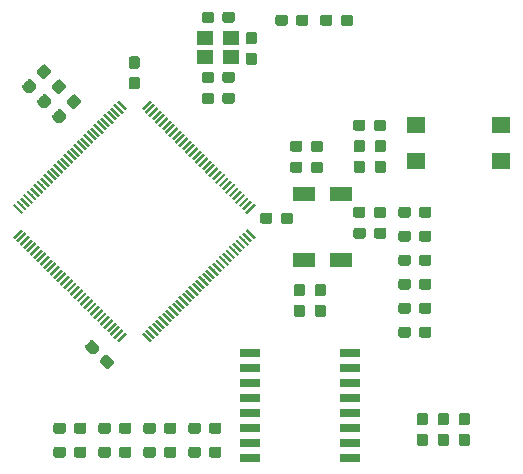
<source format=gbr>
G04 #@! TF.GenerationSoftware,KiCad,Pcbnew,(5.0.2)-1*
G04 #@! TF.CreationDate,2020-01-13T13:35:34-06:00*
G04 #@! TF.ProjectId,TM4C129-Breakout_Hardware,544d3443-3132-4392-9d42-7265616b6f75,rev?*
G04 #@! TF.SameCoordinates,Original*
G04 #@! TF.FileFunction,Paste,Top*
G04 #@! TF.FilePolarity,Positive*
%FSLAX46Y46*%
G04 Gerber Fmt 4.6, Leading zero omitted, Abs format (unit mm)*
G04 Created by KiCad (PCBNEW (5.0.2)-1) date 1/13/2020 1:35:34 PM*
%MOMM*%
%LPD*%
G01*
G04 APERTURE LIST*
%ADD10R,1.651000X0.762000*%
%ADD11C,0.100000*%
%ADD12C,0.950000*%
%ADD13R,1.905000X1.270000*%
%ADD14C,0.230000*%
%ADD15R,1.400000X1.200000*%
%ADD16R,1.600000X1.400000*%
G04 APERTURE END LIST*
D10*
G04 #@! TO.C,U1*
X28829000Y-33274000D03*
X28829000Y-34544000D03*
X28829000Y-35814000D03*
X28829000Y-37084000D03*
X28829000Y-38354000D03*
X28829000Y-39624000D03*
X28829000Y-40894000D03*
X28829000Y-42164000D03*
X37338000Y-42164000D03*
X37338000Y-40894000D03*
X37338000Y-39624000D03*
X37338000Y-38354000D03*
X37338000Y-37084000D03*
X37338000Y-35814000D03*
X37338000Y-34544000D03*
X37338000Y-33274000D03*
G04 #@! TD*
D11*
G04 #@! TO.C,R15*
G36*
X34826779Y-17052144D02*
X34849834Y-17055563D01*
X34872443Y-17061227D01*
X34894387Y-17069079D01*
X34915457Y-17079044D01*
X34935448Y-17091026D01*
X34954168Y-17104910D01*
X34971438Y-17120562D01*
X34987090Y-17137832D01*
X35000974Y-17156552D01*
X35012956Y-17176543D01*
X35022921Y-17197613D01*
X35030773Y-17219557D01*
X35036437Y-17242166D01*
X35039856Y-17265221D01*
X35041000Y-17288500D01*
X35041000Y-17763500D01*
X35039856Y-17786779D01*
X35036437Y-17809834D01*
X35030773Y-17832443D01*
X35022921Y-17854387D01*
X35012956Y-17875457D01*
X35000974Y-17895448D01*
X34987090Y-17914168D01*
X34971438Y-17931438D01*
X34954168Y-17947090D01*
X34935448Y-17960974D01*
X34915457Y-17972956D01*
X34894387Y-17982921D01*
X34872443Y-17990773D01*
X34849834Y-17996437D01*
X34826779Y-17999856D01*
X34803500Y-18001000D01*
X34228500Y-18001000D01*
X34205221Y-17999856D01*
X34182166Y-17996437D01*
X34159557Y-17990773D01*
X34137613Y-17982921D01*
X34116543Y-17972956D01*
X34096552Y-17960974D01*
X34077832Y-17947090D01*
X34060562Y-17931438D01*
X34044910Y-17914168D01*
X34031026Y-17895448D01*
X34019044Y-17875457D01*
X34009079Y-17854387D01*
X34001227Y-17832443D01*
X33995563Y-17809834D01*
X33992144Y-17786779D01*
X33991000Y-17763500D01*
X33991000Y-17288500D01*
X33992144Y-17265221D01*
X33995563Y-17242166D01*
X34001227Y-17219557D01*
X34009079Y-17197613D01*
X34019044Y-17176543D01*
X34031026Y-17156552D01*
X34044910Y-17137832D01*
X34060562Y-17120562D01*
X34077832Y-17104910D01*
X34096552Y-17091026D01*
X34116543Y-17079044D01*
X34137613Y-17069079D01*
X34159557Y-17061227D01*
X34182166Y-17055563D01*
X34205221Y-17052144D01*
X34228500Y-17051000D01*
X34803500Y-17051000D01*
X34826779Y-17052144D01*
X34826779Y-17052144D01*
G37*
D12*
X34516000Y-17526000D03*
D11*
G36*
X33076779Y-17052144D02*
X33099834Y-17055563D01*
X33122443Y-17061227D01*
X33144387Y-17069079D01*
X33165457Y-17079044D01*
X33185448Y-17091026D01*
X33204168Y-17104910D01*
X33221438Y-17120562D01*
X33237090Y-17137832D01*
X33250974Y-17156552D01*
X33262956Y-17176543D01*
X33272921Y-17197613D01*
X33280773Y-17219557D01*
X33286437Y-17242166D01*
X33289856Y-17265221D01*
X33291000Y-17288500D01*
X33291000Y-17763500D01*
X33289856Y-17786779D01*
X33286437Y-17809834D01*
X33280773Y-17832443D01*
X33272921Y-17854387D01*
X33262956Y-17875457D01*
X33250974Y-17895448D01*
X33237090Y-17914168D01*
X33221438Y-17931438D01*
X33204168Y-17947090D01*
X33185448Y-17960974D01*
X33165457Y-17972956D01*
X33144387Y-17982921D01*
X33122443Y-17990773D01*
X33099834Y-17996437D01*
X33076779Y-17999856D01*
X33053500Y-18001000D01*
X32478500Y-18001000D01*
X32455221Y-17999856D01*
X32432166Y-17996437D01*
X32409557Y-17990773D01*
X32387613Y-17982921D01*
X32366543Y-17972956D01*
X32346552Y-17960974D01*
X32327832Y-17947090D01*
X32310562Y-17931438D01*
X32294910Y-17914168D01*
X32281026Y-17895448D01*
X32269044Y-17875457D01*
X32259079Y-17854387D01*
X32251227Y-17832443D01*
X32245563Y-17809834D01*
X32242144Y-17786779D01*
X32241000Y-17763500D01*
X32241000Y-17288500D01*
X32242144Y-17265221D01*
X32245563Y-17242166D01*
X32251227Y-17219557D01*
X32259079Y-17197613D01*
X32269044Y-17176543D01*
X32281026Y-17156552D01*
X32294910Y-17137832D01*
X32310562Y-17120562D01*
X32327832Y-17104910D01*
X32346552Y-17091026D01*
X32366543Y-17079044D01*
X32387613Y-17069079D01*
X32409557Y-17061227D01*
X32432166Y-17055563D01*
X32455221Y-17052144D01*
X32478500Y-17051000D01*
X33053500Y-17051000D01*
X33076779Y-17052144D01*
X33076779Y-17052144D01*
G37*
D12*
X32766000Y-17526000D03*
G04 #@! TD*
D11*
G04 #@! TO.C,C13*
G36*
X34826779Y-15274144D02*
X34849834Y-15277563D01*
X34872443Y-15283227D01*
X34894387Y-15291079D01*
X34915457Y-15301044D01*
X34935448Y-15313026D01*
X34954168Y-15326910D01*
X34971438Y-15342562D01*
X34987090Y-15359832D01*
X35000974Y-15378552D01*
X35012956Y-15398543D01*
X35022921Y-15419613D01*
X35030773Y-15441557D01*
X35036437Y-15464166D01*
X35039856Y-15487221D01*
X35041000Y-15510500D01*
X35041000Y-15985500D01*
X35039856Y-16008779D01*
X35036437Y-16031834D01*
X35030773Y-16054443D01*
X35022921Y-16076387D01*
X35012956Y-16097457D01*
X35000974Y-16117448D01*
X34987090Y-16136168D01*
X34971438Y-16153438D01*
X34954168Y-16169090D01*
X34935448Y-16182974D01*
X34915457Y-16194956D01*
X34894387Y-16204921D01*
X34872443Y-16212773D01*
X34849834Y-16218437D01*
X34826779Y-16221856D01*
X34803500Y-16223000D01*
X34228500Y-16223000D01*
X34205221Y-16221856D01*
X34182166Y-16218437D01*
X34159557Y-16212773D01*
X34137613Y-16204921D01*
X34116543Y-16194956D01*
X34096552Y-16182974D01*
X34077832Y-16169090D01*
X34060562Y-16153438D01*
X34044910Y-16136168D01*
X34031026Y-16117448D01*
X34019044Y-16097457D01*
X34009079Y-16076387D01*
X34001227Y-16054443D01*
X33995563Y-16031834D01*
X33992144Y-16008779D01*
X33991000Y-15985500D01*
X33991000Y-15510500D01*
X33992144Y-15487221D01*
X33995563Y-15464166D01*
X34001227Y-15441557D01*
X34009079Y-15419613D01*
X34019044Y-15398543D01*
X34031026Y-15378552D01*
X34044910Y-15359832D01*
X34060562Y-15342562D01*
X34077832Y-15326910D01*
X34096552Y-15313026D01*
X34116543Y-15301044D01*
X34137613Y-15291079D01*
X34159557Y-15283227D01*
X34182166Y-15277563D01*
X34205221Y-15274144D01*
X34228500Y-15273000D01*
X34803500Y-15273000D01*
X34826779Y-15274144D01*
X34826779Y-15274144D01*
G37*
D12*
X34516000Y-15748000D03*
D11*
G36*
X33076779Y-15274144D02*
X33099834Y-15277563D01*
X33122443Y-15283227D01*
X33144387Y-15291079D01*
X33165457Y-15301044D01*
X33185448Y-15313026D01*
X33204168Y-15326910D01*
X33221438Y-15342562D01*
X33237090Y-15359832D01*
X33250974Y-15378552D01*
X33262956Y-15398543D01*
X33272921Y-15419613D01*
X33280773Y-15441557D01*
X33286437Y-15464166D01*
X33289856Y-15487221D01*
X33291000Y-15510500D01*
X33291000Y-15985500D01*
X33289856Y-16008779D01*
X33286437Y-16031834D01*
X33280773Y-16054443D01*
X33272921Y-16076387D01*
X33262956Y-16097457D01*
X33250974Y-16117448D01*
X33237090Y-16136168D01*
X33221438Y-16153438D01*
X33204168Y-16169090D01*
X33185448Y-16182974D01*
X33165457Y-16194956D01*
X33144387Y-16204921D01*
X33122443Y-16212773D01*
X33099834Y-16218437D01*
X33076779Y-16221856D01*
X33053500Y-16223000D01*
X32478500Y-16223000D01*
X32455221Y-16221856D01*
X32432166Y-16218437D01*
X32409557Y-16212773D01*
X32387613Y-16204921D01*
X32366543Y-16194956D01*
X32346552Y-16182974D01*
X32327832Y-16169090D01*
X32310562Y-16153438D01*
X32294910Y-16136168D01*
X32281026Y-16117448D01*
X32269044Y-16097457D01*
X32259079Y-16076387D01*
X32251227Y-16054443D01*
X32245563Y-16031834D01*
X32242144Y-16008779D01*
X32241000Y-15985500D01*
X32241000Y-15510500D01*
X32242144Y-15487221D01*
X32245563Y-15464166D01*
X32251227Y-15441557D01*
X32259079Y-15419613D01*
X32269044Y-15398543D01*
X32281026Y-15378552D01*
X32294910Y-15359832D01*
X32310562Y-15342562D01*
X32327832Y-15326910D01*
X32346552Y-15313026D01*
X32366543Y-15301044D01*
X32387613Y-15291079D01*
X32409557Y-15283227D01*
X32432166Y-15277563D01*
X32455221Y-15274144D01*
X32478500Y-15273000D01*
X33053500Y-15273000D01*
X33076779Y-15274144D01*
X33076779Y-15274144D01*
G37*
D12*
X32766000Y-15748000D03*
G04 #@! TD*
D13*
G04 #@! TO.C,Y2*
X36576000Y-19812000D03*
X36576000Y-25400000D03*
X33401000Y-19812000D03*
X33401000Y-25400000D03*
G04 #@! TD*
D11*
G04 #@! TO.C,R1*
G36*
X18598779Y-39150144D02*
X18621834Y-39153563D01*
X18644443Y-39159227D01*
X18666387Y-39167079D01*
X18687457Y-39177044D01*
X18707448Y-39189026D01*
X18726168Y-39202910D01*
X18743438Y-39218562D01*
X18759090Y-39235832D01*
X18772974Y-39254552D01*
X18784956Y-39274543D01*
X18794921Y-39295613D01*
X18802773Y-39317557D01*
X18808437Y-39340166D01*
X18811856Y-39363221D01*
X18813000Y-39386500D01*
X18813000Y-39861500D01*
X18811856Y-39884779D01*
X18808437Y-39907834D01*
X18802773Y-39930443D01*
X18794921Y-39952387D01*
X18784956Y-39973457D01*
X18772974Y-39993448D01*
X18759090Y-40012168D01*
X18743438Y-40029438D01*
X18726168Y-40045090D01*
X18707448Y-40058974D01*
X18687457Y-40070956D01*
X18666387Y-40080921D01*
X18644443Y-40088773D01*
X18621834Y-40094437D01*
X18598779Y-40097856D01*
X18575500Y-40099000D01*
X18000500Y-40099000D01*
X17977221Y-40097856D01*
X17954166Y-40094437D01*
X17931557Y-40088773D01*
X17909613Y-40080921D01*
X17888543Y-40070956D01*
X17868552Y-40058974D01*
X17849832Y-40045090D01*
X17832562Y-40029438D01*
X17816910Y-40012168D01*
X17803026Y-39993448D01*
X17791044Y-39973457D01*
X17781079Y-39952387D01*
X17773227Y-39930443D01*
X17767563Y-39907834D01*
X17764144Y-39884779D01*
X17763000Y-39861500D01*
X17763000Y-39386500D01*
X17764144Y-39363221D01*
X17767563Y-39340166D01*
X17773227Y-39317557D01*
X17781079Y-39295613D01*
X17791044Y-39274543D01*
X17803026Y-39254552D01*
X17816910Y-39235832D01*
X17832562Y-39218562D01*
X17849832Y-39202910D01*
X17868552Y-39189026D01*
X17888543Y-39177044D01*
X17909613Y-39167079D01*
X17931557Y-39159227D01*
X17954166Y-39153563D01*
X17977221Y-39150144D01*
X18000500Y-39149000D01*
X18575500Y-39149000D01*
X18598779Y-39150144D01*
X18598779Y-39150144D01*
G37*
D12*
X18288000Y-39624000D03*
D11*
G36*
X16848779Y-39150144D02*
X16871834Y-39153563D01*
X16894443Y-39159227D01*
X16916387Y-39167079D01*
X16937457Y-39177044D01*
X16957448Y-39189026D01*
X16976168Y-39202910D01*
X16993438Y-39218562D01*
X17009090Y-39235832D01*
X17022974Y-39254552D01*
X17034956Y-39274543D01*
X17044921Y-39295613D01*
X17052773Y-39317557D01*
X17058437Y-39340166D01*
X17061856Y-39363221D01*
X17063000Y-39386500D01*
X17063000Y-39861500D01*
X17061856Y-39884779D01*
X17058437Y-39907834D01*
X17052773Y-39930443D01*
X17044921Y-39952387D01*
X17034956Y-39973457D01*
X17022974Y-39993448D01*
X17009090Y-40012168D01*
X16993438Y-40029438D01*
X16976168Y-40045090D01*
X16957448Y-40058974D01*
X16937457Y-40070956D01*
X16916387Y-40080921D01*
X16894443Y-40088773D01*
X16871834Y-40094437D01*
X16848779Y-40097856D01*
X16825500Y-40099000D01*
X16250500Y-40099000D01*
X16227221Y-40097856D01*
X16204166Y-40094437D01*
X16181557Y-40088773D01*
X16159613Y-40080921D01*
X16138543Y-40070956D01*
X16118552Y-40058974D01*
X16099832Y-40045090D01*
X16082562Y-40029438D01*
X16066910Y-40012168D01*
X16053026Y-39993448D01*
X16041044Y-39973457D01*
X16031079Y-39952387D01*
X16023227Y-39930443D01*
X16017563Y-39907834D01*
X16014144Y-39884779D01*
X16013000Y-39861500D01*
X16013000Y-39386500D01*
X16014144Y-39363221D01*
X16017563Y-39340166D01*
X16023227Y-39317557D01*
X16031079Y-39295613D01*
X16041044Y-39274543D01*
X16053026Y-39254552D01*
X16066910Y-39235832D01*
X16082562Y-39218562D01*
X16099832Y-39202910D01*
X16118552Y-39189026D01*
X16138543Y-39177044D01*
X16159613Y-39167079D01*
X16181557Y-39159227D01*
X16204166Y-39153563D01*
X16227221Y-39150144D01*
X16250500Y-39149000D01*
X16825500Y-39149000D01*
X16848779Y-39150144D01*
X16848779Y-39150144D01*
G37*
D12*
X16538000Y-39624000D03*
G04 #@! TD*
D11*
G04 #@! TO.C,R2*
G36*
X16848779Y-41182144D02*
X16871834Y-41185563D01*
X16894443Y-41191227D01*
X16916387Y-41199079D01*
X16937457Y-41209044D01*
X16957448Y-41221026D01*
X16976168Y-41234910D01*
X16993438Y-41250562D01*
X17009090Y-41267832D01*
X17022974Y-41286552D01*
X17034956Y-41306543D01*
X17044921Y-41327613D01*
X17052773Y-41349557D01*
X17058437Y-41372166D01*
X17061856Y-41395221D01*
X17063000Y-41418500D01*
X17063000Y-41893500D01*
X17061856Y-41916779D01*
X17058437Y-41939834D01*
X17052773Y-41962443D01*
X17044921Y-41984387D01*
X17034956Y-42005457D01*
X17022974Y-42025448D01*
X17009090Y-42044168D01*
X16993438Y-42061438D01*
X16976168Y-42077090D01*
X16957448Y-42090974D01*
X16937457Y-42102956D01*
X16916387Y-42112921D01*
X16894443Y-42120773D01*
X16871834Y-42126437D01*
X16848779Y-42129856D01*
X16825500Y-42131000D01*
X16250500Y-42131000D01*
X16227221Y-42129856D01*
X16204166Y-42126437D01*
X16181557Y-42120773D01*
X16159613Y-42112921D01*
X16138543Y-42102956D01*
X16118552Y-42090974D01*
X16099832Y-42077090D01*
X16082562Y-42061438D01*
X16066910Y-42044168D01*
X16053026Y-42025448D01*
X16041044Y-42005457D01*
X16031079Y-41984387D01*
X16023227Y-41962443D01*
X16017563Y-41939834D01*
X16014144Y-41916779D01*
X16013000Y-41893500D01*
X16013000Y-41418500D01*
X16014144Y-41395221D01*
X16017563Y-41372166D01*
X16023227Y-41349557D01*
X16031079Y-41327613D01*
X16041044Y-41306543D01*
X16053026Y-41286552D01*
X16066910Y-41267832D01*
X16082562Y-41250562D01*
X16099832Y-41234910D01*
X16118552Y-41221026D01*
X16138543Y-41209044D01*
X16159613Y-41199079D01*
X16181557Y-41191227D01*
X16204166Y-41185563D01*
X16227221Y-41182144D01*
X16250500Y-41181000D01*
X16825500Y-41181000D01*
X16848779Y-41182144D01*
X16848779Y-41182144D01*
G37*
D12*
X16538000Y-41656000D03*
D11*
G36*
X18598779Y-41182144D02*
X18621834Y-41185563D01*
X18644443Y-41191227D01*
X18666387Y-41199079D01*
X18687457Y-41209044D01*
X18707448Y-41221026D01*
X18726168Y-41234910D01*
X18743438Y-41250562D01*
X18759090Y-41267832D01*
X18772974Y-41286552D01*
X18784956Y-41306543D01*
X18794921Y-41327613D01*
X18802773Y-41349557D01*
X18808437Y-41372166D01*
X18811856Y-41395221D01*
X18813000Y-41418500D01*
X18813000Y-41893500D01*
X18811856Y-41916779D01*
X18808437Y-41939834D01*
X18802773Y-41962443D01*
X18794921Y-41984387D01*
X18784956Y-42005457D01*
X18772974Y-42025448D01*
X18759090Y-42044168D01*
X18743438Y-42061438D01*
X18726168Y-42077090D01*
X18707448Y-42090974D01*
X18687457Y-42102956D01*
X18666387Y-42112921D01*
X18644443Y-42120773D01*
X18621834Y-42126437D01*
X18598779Y-42129856D01*
X18575500Y-42131000D01*
X18000500Y-42131000D01*
X17977221Y-42129856D01*
X17954166Y-42126437D01*
X17931557Y-42120773D01*
X17909613Y-42112921D01*
X17888543Y-42102956D01*
X17868552Y-42090974D01*
X17849832Y-42077090D01*
X17832562Y-42061438D01*
X17816910Y-42044168D01*
X17803026Y-42025448D01*
X17791044Y-42005457D01*
X17781079Y-41984387D01*
X17773227Y-41962443D01*
X17767563Y-41939834D01*
X17764144Y-41916779D01*
X17763000Y-41893500D01*
X17763000Y-41418500D01*
X17764144Y-41395221D01*
X17767563Y-41372166D01*
X17773227Y-41349557D01*
X17781079Y-41327613D01*
X17791044Y-41306543D01*
X17803026Y-41286552D01*
X17816910Y-41267832D01*
X17832562Y-41250562D01*
X17849832Y-41234910D01*
X17868552Y-41221026D01*
X17888543Y-41209044D01*
X17909613Y-41199079D01*
X17931557Y-41191227D01*
X17954166Y-41185563D01*
X17977221Y-41182144D01*
X18000500Y-41181000D01*
X18575500Y-41181000D01*
X18598779Y-41182144D01*
X18598779Y-41182144D01*
G37*
D12*
X18288000Y-41656000D03*
G04 #@! TD*
D11*
G04 #@! TO.C,C2*
G36*
X14788779Y-41182144D02*
X14811834Y-41185563D01*
X14834443Y-41191227D01*
X14856387Y-41199079D01*
X14877457Y-41209044D01*
X14897448Y-41221026D01*
X14916168Y-41234910D01*
X14933438Y-41250562D01*
X14949090Y-41267832D01*
X14962974Y-41286552D01*
X14974956Y-41306543D01*
X14984921Y-41327613D01*
X14992773Y-41349557D01*
X14998437Y-41372166D01*
X15001856Y-41395221D01*
X15003000Y-41418500D01*
X15003000Y-41893500D01*
X15001856Y-41916779D01*
X14998437Y-41939834D01*
X14992773Y-41962443D01*
X14984921Y-41984387D01*
X14974956Y-42005457D01*
X14962974Y-42025448D01*
X14949090Y-42044168D01*
X14933438Y-42061438D01*
X14916168Y-42077090D01*
X14897448Y-42090974D01*
X14877457Y-42102956D01*
X14856387Y-42112921D01*
X14834443Y-42120773D01*
X14811834Y-42126437D01*
X14788779Y-42129856D01*
X14765500Y-42131000D01*
X14190500Y-42131000D01*
X14167221Y-42129856D01*
X14144166Y-42126437D01*
X14121557Y-42120773D01*
X14099613Y-42112921D01*
X14078543Y-42102956D01*
X14058552Y-42090974D01*
X14039832Y-42077090D01*
X14022562Y-42061438D01*
X14006910Y-42044168D01*
X13993026Y-42025448D01*
X13981044Y-42005457D01*
X13971079Y-41984387D01*
X13963227Y-41962443D01*
X13957563Y-41939834D01*
X13954144Y-41916779D01*
X13953000Y-41893500D01*
X13953000Y-41418500D01*
X13954144Y-41395221D01*
X13957563Y-41372166D01*
X13963227Y-41349557D01*
X13971079Y-41327613D01*
X13981044Y-41306543D01*
X13993026Y-41286552D01*
X14006910Y-41267832D01*
X14022562Y-41250562D01*
X14039832Y-41234910D01*
X14058552Y-41221026D01*
X14078543Y-41209044D01*
X14099613Y-41199079D01*
X14121557Y-41191227D01*
X14144166Y-41185563D01*
X14167221Y-41182144D01*
X14190500Y-41181000D01*
X14765500Y-41181000D01*
X14788779Y-41182144D01*
X14788779Y-41182144D01*
G37*
D12*
X14478000Y-41656000D03*
D11*
G36*
X13038779Y-41182144D02*
X13061834Y-41185563D01*
X13084443Y-41191227D01*
X13106387Y-41199079D01*
X13127457Y-41209044D01*
X13147448Y-41221026D01*
X13166168Y-41234910D01*
X13183438Y-41250562D01*
X13199090Y-41267832D01*
X13212974Y-41286552D01*
X13224956Y-41306543D01*
X13234921Y-41327613D01*
X13242773Y-41349557D01*
X13248437Y-41372166D01*
X13251856Y-41395221D01*
X13253000Y-41418500D01*
X13253000Y-41893500D01*
X13251856Y-41916779D01*
X13248437Y-41939834D01*
X13242773Y-41962443D01*
X13234921Y-41984387D01*
X13224956Y-42005457D01*
X13212974Y-42025448D01*
X13199090Y-42044168D01*
X13183438Y-42061438D01*
X13166168Y-42077090D01*
X13147448Y-42090974D01*
X13127457Y-42102956D01*
X13106387Y-42112921D01*
X13084443Y-42120773D01*
X13061834Y-42126437D01*
X13038779Y-42129856D01*
X13015500Y-42131000D01*
X12440500Y-42131000D01*
X12417221Y-42129856D01*
X12394166Y-42126437D01*
X12371557Y-42120773D01*
X12349613Y-42112921D01*
X12328543Y-42102956D01*
X12308552Y-42090974D01*
X12289832Y-42077090D01*
X12272562Y-42061438D01*
X12256910Y-42044168D01*
X12243026Y-42025448D01*
X12231044Y-42005457D01*
X12221079Y-41984387D01*
X12213227Y-41962443D01*
X12207563Y-41939834D01*
X12204144Y-41916779D01*
X12203000Y-41893500D01*
X12203000Y-41418500D01*
X12204144Y-41395221D01*
X12207563Y-41372166D01*
X12213227Y-41349557D01*
X12221079Y-41327613D01*
X12231044Y-41306543D01*
X12243026Y-41286552D01*
X12256910Y-41267832D01*
X12272562Y-41250562D01*
X12289832Y-41234910D01*
X12308552Y-41221026D01*
X12328543Y-41209044D01*
X12349613Y-41199079D01*
X12371557Y-41191227D01*
X12394166Y-41185563D01*
X12417221Y-41182144D01*
X12440500Y-41181000D01*
X13015500Y-41181000D01*
X13038779Y-41182144D01*
X13038779Y-41182144D01*
G37*
D12*
X12728000Y-41656000D03*
G04 #@! TD*
D11*
G04 #@! TO.C,C1*
G36*
X13038779Y-39150144D02*
X13061834Y-39153563D01*
X13084443Y-39159227D01*
X13106387Y-39167079D01*
X13127457Y-39177044D01*
X13147448Y-39189026D01*
X13166168Y-39202910D01*
X13183438Y-39218562D01*
X13199090Y-39235832D01*
X13212974Y-39254552D01*
X13224956Y-39274543D01*
X13234921Y-39295613D01*
X13242773Y-39317557D01*
X13248437Y-39340166D01*
X13251856Y-39363221D01*
X13253000Y-39386500D01*
X13253000Y-39861500D01*
X13251856Y-39884779D01*
X13248437Y-39907834D01*
X13242773Y-39930443D01*
X13234921Y-39952387D01*
X13224956Y-39973457D01*
X13212974Y-39993448D01*
X13199090Y-40012168D01*
X13183438Y-40029438D01*
X13166168Y-40045090D01*
X13147448Y-40058974D01*
X13127457Y-40070956D01*
X13106387Y-40080921D01*
X13084443Y-40088773D01*
X13061834Y-40094437D01*
X13038779Y-40097856D01*
X13015500Y-40099000D01*
X12440500Y-40099000D01*
X12417221Y-40097856D01*
X12394166Y-40094437D01*
X12371557Y-40088773D01*
X12349613Y-40080921D01*
X12328543Y-40070956D01*
X12308552Y-40058974D01*
X12289832Y-40045090D01*
X12272562Y-40029438D01*
X12256910Y-40012168D01*
X12243026Y-39993448D01*
X12231044Y-39973457D01*
X12221079Y-39952387D01*
X12213227Y-39930443D01*
X12207563Y-39907834D01*
X12204144Y-39884779D01*
X12203000Y-39861500D01*
X12203000Y-39386500D01*
X12204144Y-39363221D01*
X12207563Y-39340166D01*
X12213227Y-39317557D01*
X12221079Y-39295613D01*
X12231044Y-39274543D01*
X12243026Y-39254552D01*
X12256910Y-39235832D01*
X12272562Y-39218562D01*
X12289832Y-39202910D01*
X12308552Y-39189026D01*
X12328543Y-39177044D01*
X12349613Y-39167079D01*
X12371557Y-39159227D01*
X12394166Y-39153563D01*
X12417221Y-39150144D01*
X12440500Y-39149000D01*
X13015500Y-39149000D01*
X13038779Y-39150144D01*
X13038779Y-39150144D01*
G37*
D12*
X12728000Y-39624000D03*
D11*
G36*
X14788779Y-39150144D02*
X14811834Y-39153563D01*
X14834443Y-39159227D01*
X14856387Y-39167079D01*
X14877457Y-39177044D01*
X14897448Y-39189026D01*
X14916168Y-39202910D01*
X14933438Y-39218562D01*
X14949090Y-39235832D01*
X14962974Y-39254552D01*
X14974956Y-39274543D01*
X14984921Y-39295613D01*
X14992773Y-39317557D01*
X14998437Y-39340166D01*
X15001856Y-39363221D01*
X15003000Y-39386500D01*
X15003000Y-39861500D01*
X15001856Y-39884779D01*
X14998437Y-39907834D01*
X14992773Y-39930443D01*
X14984921Y-39952387D01*
X14974956Y-39973457D01*
X14962974Y-39993448D01*
X14949090Y-40012168D01*
X14933438Y-40029438D01*
X14916168Y-40045090D01*
X14897448Y-40058974D01*
X14877457Y-40070956D01*
X14856387Y-40080921D01*
X14834443Y-40088773D01*
X14811834Y-40094437D01*
X14788779Y-40097856D01*
X14765500Y-40099000D01*
X14190500Y-40099000D01*
X14167221Y-40097856D01*
X14144166Y-40094437D01*
X14121557Y-40088773D01*
X14099613Y-40080921D01*
X14078543Y-40070956D01*
X14058552Y-40058974D01*
X14039832Y-40045090D01*
X14022562Y-40029438D01*
X14006910Y-40012168D01*
X13993026Y-39993448D01*
X13981044Y-39973457D01*
X13971079Y-39952387D01*
X13963227Y-39930443D01*
X13957563Y-39907834D01*
X13954144Y-39884779D01*
X13953000Y-39861500D01*
X13953000Y-39386500D01*
X13954144Y-39363221D01*
X13957563Y-39340166D01*
X13963227Y-39317557D01*
X13971079Y-39295613D01*
X13981044Y-39274543D01*
X13993026Y-39254552D01*
X14006910Y-39235832D01*
X14022562Y-39218562D01*
X14039832Y-39202910D01*
X14058552Y-39189026D01*
X14078543Y-39177044D01*
X14099613Y-39167079D01*
X14121557Y-39159227D01*
X14144166Y-39153563D01*
X14167221Y-39150144D01*
X14190500Y-39149000D01*
X14765500Y-39149000D01*
X14788779Y-39150144D01*
X14788779Y-39150144D01*
G37*
D12*
X14478000Y-39624000D03*
G04 #@! TD*
D11*
G04 #@! TO.C,R9*
G36*
X43998779Y-24926144D02*
X44021834Y-24929563D01*
X44044443Y-24935227D01*
X44066387Y-24943079D01*
X44087457Y-24953044D01*
X44107448Y-24965026D01*
X44126168Y-24978910D01*
X44143438Y-24994562D01*
X44159090Y-25011832D01*
X44172974Y-25030552D01*
X44184956Y-25050543D01*
X44194921Y-25071613D01*
X44202773Y-25093557D01*
X44208437Y-25116166D01*
X44211856Y-25139221D01*
X44213000Y-25162500D01*
X44213000Y-25637500D01*
X44211856Y-25660779D01*
X44208437Y-25683834D01*
X44202773Y-25706443D01*
X44194921Y-25728387D01*
X44184956Y-25749457D01*
X44172974Y-25769448D01*
X44159090Y-25788168D01*
X44143438Y-25805438D01*
X44126168Y-25821090D01*
X44107448Y-25834974D01*
X44087457Y-25846956D01*
X44066387Y-25856921D01*
X44044443Y-25864773D01*
X44021834Y-25870437D01*
X43998779Y-25873856D01*
X43975500Y-25875000D01*
X43400500Y-25875000D01*
X43377221Y-25873856D01*
X43354166Y-25870437D01*
X43331557Y-25864773D01*
X43309613Y-25856921D01*
X43288543Y-25846956D01*
X43268552Y-25834974D01*
X43249832Y-25821090D01*
X43232562Y-25805438D01*
X43216910Y-25788168D01*
X43203026Y-25769448D01*
X43191044Y-25749457D01*
X43181079Y-25728387D01*
X43173227Y-25706443D01*
X43167563Y-25683834D01*
X43164144Y-25660779D01*
X43163000Y-25637500D01*
X43163000Y-25162500D01*
X43164144Y-25139221D01*
X43167563Y-25116166D01*
X43173227Y-25093557D01*
X43181079Y-25071613D01*
X43191044Y-25050543D01*
X43203026Y-25030552D01*
X43216910Y-25011832D01*
X43232562Y-24994562D01*
X43249832Y-24978910D01*
X43268552Y-24965026D01*
X43288543Y-24953044D01*
X43309613Y-24943079D01*
X43331557Y-24935227D01*
X43354166Y-24929563D01*
X43377221Y-24926144D01*
X43400500Y-24925000D01*
X43975500Y-24925000D01*
X43998779Y-24926144D01*
X43998779Y-24926144D01*
G37*
D12*
X43688000Y-25400000D03*
D11*
G36*
X42248779Y-24926144D02*
X42271834Y-24929563D01*
X42294443Y-24935227D01*
X42316387Y-24943079D01*
X42337457Y-24953044D01*
X42357448Y-24965026D01*
X42376168Y-24978910D01*
X42393438Y-24994562D01*
X42409090Y-25011832D01*
X42422974Y-25030552D01*
X42434956Y-25050543D01*
X42444921Y-25071613D01*
X42452773Y-25093557D01*
X42458437Y-25116166D01*
X42461856Y-25139221D01*
X42463000Y-25162500D01*
X42463000Y-25637500D01*
X42461856Y-25660779D01*
X42458437Y-25683834D01*
X42452773Y-25706443D01*
X42444921Y-25728387D01*
X42434956Y-25749457D01*
X42422974Y-25769448D01*
X42409090Y-25788168D01*
X42393438Y-25805438D01*
X42376168Y-25821090D01*
X42357448Y-25834974D01*
X42337457Y-25846956D01*
X42316387Y-25856921D01*
X42294443Y-25864773D01*
X42271834Y-25870437D01*
X42248779Y-25873856D01*
X42225500Y-25875000D01*
X41650500Y-25875000D01*
X41627221Y-25873856D01*
X41604166Y-25870437D01*
X41581557Y-25864773D01*
X41559613Y-25856921D01*
X41538543Y-25846956D01*
X41518552Y-25834974D01*
X41499832Y-25821090D01*
X41482562Y-25805438D01*
X41466910Y-25788168D01*
X41453026Y-25769448D01*
X41441044Y-25749457D01*
X41431079Y-25728387D01*
X41423227Y-25706443D01*
X41417563Y-25683834D01*
X41414144Y-25660779D01*
X41413000Y-25637500D01*
X41413000Y-25162500D01*
X41414144Y-25139221D01*
X41417563Y-25116166D01*
X41423227Y-25093557D01*
X41431079Y-25071613D01*
X41441044Y-25050543D01*
X41453026Y-25030552D01*
X41466910Y-25011832D01*
X41482562Y-24994562D01*
X41499832Y-24978910D01*
X41518552Y-24965026D01*
X41538543Y-24953044D01*
X41559613Y-24943079D01*
X41581557Y-24935227D01*
X41604166Y-24929563D01*
X41627221Y-24926144D01*
X41650500Y-24925000D01*
X42225500Y-24925000D01*
X42248779Y-24926144D01*
X42248779Y-24926144D01*
G37*
D12*
X41938000Y-25400000D03*
G04 #@! TD*
D11*
G04 #@! TO.C,R7*
G36*
X43998779Y-22894144D02*
X44021834Y-22897563D01*
X44044443Y-22903227D01*
X44066387Y-22911079D01*
X44087457Y-22921044D01*
X44107448Y-22933026D01*
X44126168Y-22946910D01*
X44143438Y-22962562D01*
X44159090Y-22979832D01*
X44172974Y-22998552D01*
X44184956Y-23018543D01*
X44194921Y-23039613D01*
X44202773Y-23061557D01*
X44208437Y-23084166D01*
X44211856Y-23107221D01*
X44213000Y-23130500D01*
X44213000Y-23605500D01*
X44211856Y-23628779D01*
X44208437Y-23651834D01*
X44202773Y-23674443D01*
X44194921Y-23696387D01*
X44184956Y-23717457D01*
X44172974Y-23737448D01*
X44159090Y-23756168D01*
X44143438Y-23773438D01*
X44126168Y-23789090D01*
X44107448Y-23802974D01*
X44087457Y-23814956D01*
X44066387Y-23824921D01*
X44044443Y-23832773D01*
X44021834Y-23838437D01*
X43998779Y-23841856D01*
X43975500Y-23843000D01*
X43400500Y-23843000D01*
X43377221Y-23841856D01*
X43354166Y-23838437D01*
X43331557Y-23832773D01*
X43309613Y-23824921D01*
X43288543Y-23814956D01*
X43268552Y-23802974D01*
X43249832Y-23789090D01*
X43232562Y-23773438D01*
X43216910Y-23756168D01*
X43203026Y-23737448D01*
X43191044Y-23717457D01*
X43181079Y-23696387D01*
X43173227Y-23674443D01*
X43167563Y-23651834D01*
X43164144Y-23628779D01*
X43163000Y-23605500D01*
X43163000Y-23130500D01*
X43164144Y-23107221D01*
X43167563Y-23084166D01*
X43173227Y-23061557D01*
X43181079Y-23039613D01*
X43191044Y-23018543D01*
X43203026Y-22998552D01*
X43216910Y-22979832D01*
X43232562Y-22962562D01*
X43249832Y-22946910D01*
X43268552Y-22933026D01*
X43288543Y-22921044D01*
X43309613Y-22911079D01*
X43331557Y-22903227D01*
X43354166Y-22897563D01*
X43377221Y-22894144D01*
X43400500Y-22893000D01*
X43975500Y-22893000D01*
X43998779Y-22894144D01*
X43998779Y-22894144D01*
G37*
D12*
X43688000Y-23368000D03*
D11*
G36*
X42248779Y-22894144D02*
X42271834Y-22897563D01*
X42294443Y-22903227D01*
X42316387Y-22911079D01*
X42337457Y-22921044D01*
X42357448Y-22933026D01*
X42376168Y-22946910D01*
X42393438Y-22962562D01*
X42409090Y-22979832D01*
X42422974Y-22998552D01*
X42434956Y-23018543D01*
X42444921Y-23039613D01*
X42452773Y-23061557D01*
X42458437Y-23084166D01*
X42461856Y-23107221D01*
X42463000Y-23130500D01*
X42463000Y-23605500D01*
X42461856Y-23628779D01*
X42458437Y-23651834D01*
X42452773Y-23674443D01*
X42444921Y-23696387D01*
X42434956Y-23717457D01*
X42422974Y-23737448D01*
X42409090Y-23756168D01*
X42393438Y-23773438D01*
X42376168Y-23789090D01*
X42357448Y-23802974D01*
X42337457Y-23814956D01*
X42316387Y-23824921D01*
X42294443Y-23832773D01*
X42271834Y-23838437D01*
X42248779Y-23841856D01*
X42225500Y-23843000D01*
X41650500Y-23843000D01*
X41627221Y-23841856D01*
X41604166Y-23838437D01*
X41581557Y-23832773D01*
X41559613Y-23824921D01*
X41538543Y-23814956D01*
X41518552Y-23802974D01*
X41499832Y-23789090D01*
X41482562Y-23773438D01*
X41466910Y-23756168D01*
X41453026Y-23737448D01*
X41441044Y-23717457D01*
X41431079Y-23696387D01*
X41423227Y-23674443D01*
X41417563Y-23651834D01*
X41414144Y-23628779D01*
X41413000Y-23605500D01*
X41413000Y-23130500D01*
X41414144Y-23107221D01*
X41417563Y-23084166D01*
X41423227Y-23061557D01*
X41431079Y-23039613D01*
X41441044Y-23018543D01*
X41453026Y-22998552D01*
X41466910Y-22979832D01*
X41482562Y-22962562D01*
X41499832Y-22946910D01*
X41518552Y-22933026D01*
X41538543Y-22921044D01*
X41559613Y-22911079D01*
X41581557Y-22903227D01*
X41604166Y-22897563D01*
X41627221Y-22894144D01*
X41650500Y-22893000D01*
X42225500Y-22893000D01*
X42248779Y-22894144D01*
X42248779Y-22894144D01*
G37*
D12*
X41938000Y-23368000D03*
G04 #@! TD*
D11*
G04 #@! TO.C,R8*
G36*
X43998779Y-28990144D02*
X44021834Y-28993563D01*
X44044443Y-28999227D01*
X44066387Y-29007079D01*
X44087457Y-29017044D01*
X44107448Y-29029026D01*
X44126168Y-29042910D01*
X44143438Y-29058562D01*
X44159090Y-29075832D01*
X44172974Y-29094552D01*
X44184956Y-29114543D01*
X44194921Y-29135613D01*
X44202773Y-29157557D01*
X44208437Y-29180166D01*
X44211856Y-29203221D01*
X44213000Y-29226500D01*
X44213000Y-29701500D01*
X44211856Y-29724779D01*
X44208437Y-29747834D01*
X44202773Y-29770443D01*
X44194921Y-29792387D01*
X44184956Y-29813457D01*
X44172974Y-29833448D01*
X44159090Y-29852168D01*
X44143438Y-29869438D01*
X44126168Y-29885090D01*
X44107448Y-29898974D01*
X44087457Y-29910956D01*
X44066387Y-29920921D01*
X44044443Y-29928773D01*
X44021834Y-29934437D01*
X43998779Y-29937856D01*
X43975500Y-29939000D01*
X43400500Y-29939000D01*
X43377221Y-29937856D01*
X43354166Y-29934437D01*
X43331557Y-29928773D01*
X43309613Y-29920921D01*
X43288543Y-29910956D01*
X43268552Y-29898974D01*
X43249832Y-29885090D01*
X43232562Y-29869438D01*
X43216910Y-29852168D01*
X43203026Y-29833448D01*
X43191044Y-29813457D01*
X43181079Y-29792387D01*
X43173227Y-29770443D01*
X43167563Y-29747834D01*
X43164144Y-29724779D01*
X43163000Y-29701500D01*
X43163000Y-29226500D01*
X43164144Y-29203221D01*
X43167563Y-29180166D01*
X43173227Y-29157557D01*
X43181079Y-29135613D01*
X43191044Y-29114543D01*
X43203026Y-29094552D01*
X43216910Y-29075832D01*
X43232562Y-29058562D01*
X43249832Y-29042910D01*
X43268552Y-29029026D01*
X43288543Y-29017044D01*
X43309613Y-29007079D01*
X43331557Y-28999227D01*
X43354166Y-28993563D01*
X43377221Y-28990144D01*
X43400500Y-28989000D01*
X43975500Y-28989000D01*
X43998779Y-28990144D01*
X43998779Y-28990144D01*
G37*
D12*
X43688000Y-29464000D03*
D11*
G36*
X42248779Y-28990144D02*
X42271834Y-28993563D01*
X42294443Y-28999227D01*
X42316387Y-29007079D01*
X42337457Y-29017044D01*
X42357448Y-29029026D01*
X42376168Y-29042910D01*
X42393438Y-29058562D01*
X42409090Y-29075832D01*
X42422974Y-29094552D01*
X42434956Y-29114543D01*
X42444921Y-29135613D01*
X42452773Y-29157557D01*
X42458437Y-29180166D01*
X42461856Y-29203221D01*
X42463000Y-29226500D01*
X42463000Y-29701500D01*
X42461856Y-29724779D01*
X42458437Y-29747834D01*
X42452773Y-29770443D01*
X42444921Y-29792387D01*
X42434956Y-29813457D01*
X42422974Y-29833448D01*
X42409090Y-29852168D01*
X42393438Y-29869438D01*
X42376168Y-29885090D01*
X42357448Y-29898974D01*
X42337457Y-29910956D01*
X42316387Y-29920921D01*
X42294443Y-29928773D01*
X42271834Y-29934437D01*
X42248779Y-29937856D01*
X42225500Y-29939000D01*
X41650500Y-29939000D01*
X41627221Y-29937856D01*
X41604166Y-29934437D01*
X41581557Y-29928773D01*
X41559613Y-29920921D01*
X41538543Y-29910956D01*
X41518552Y-29898974D01*
X41499832Y-29885090D01*
X41482562Y-29869438D01*
X41466910Y-29852168D01*
X41453026Y-29833448D01*
X41441044Y-29813457D01*
X41431079Y-29792387D01*
X41423227Y-29770443D01*
X41417563Y-29747834D01*
X41414144Y-29724779D01*
X41413000Y-29701500D01*
X41413000Y-29226500D01*
X41414144Y-29203221D01*
X41417563Y-29180166D01*
X41423227Y-29157557D01*
X41431079Y-29135613D01*
X41441044Y-29114543D01*
X41453026Y-29094552D01*
X41466910Y-29075832D01*
X41482562Y-29058562D01*
X41499832Y-29042910D01*
X41518552Y-29029026D01*
X41538543Y-29017044D01*
X41559613Y-29007079D01*
X41581557Y-28999227D01*
X41604166Y-28993563D01*
X41627221Y-28990144D01*
X41650500Y-28989000D01*
X42225500Y-28989000D01*
X42248779Y-28990144D01*
X42248779Y-28990144D01*
G37*
D12*
X41938000Y-29464000D03*
G04 #@! TD*
D11*
G04 #@! TO.C,R16*
G36*
X43998779Y-31022144D02*
X44021834Y-31025563D01*
X44044443Y-31031227D01*
X44066387Y-31039079D01*
X44087457Y-31049044D01*
X44107448Y-31061026D01*
X44126168Y-31074910D01*
X44143438Y-31090562D01*
X44159090Y-31107832D01*
X44172974Y-31126552D01*
X44184956Y-31146543D01*
X44194921Y-31167613D01*
X44202773Y-31189557D01*
X44208437Y-31212166D01*
X44211856Y-31235221D01*
X44213000Y-31258500D01*
X44213000Y-31733500D01*
X44211856Y-31756779D01*
X44208437Y-31779834D01*
X44202773Y-31802443D01*
X44194921Y-31824387D01*
X44184956Y-31845457D01*
X44172974Y-31865448D01*
X44159090Y-31884168D01*
X44143438Y-31901438D01*
X44126168Y-31917090D01*
X44107448Y-31930974D01*
X44087457Y-31942956D01*
X44066387Y-31952921D01*
X44044443Y-31960773D01*
X44021834Y-31966437D01*
X43998779Y-31969856D01*
X43975500Y-31971000D01*
X43400500Y-31971000D01*
X43377221Y-31969856D01*
X43354166Y-31966437D01*
X43331557Y-31960773D01*
X43309613Y-31952921D01*
X43288543Y-31942956D01*
X43268552Y-31930974D01*
X43249832Y-31917090D01*
X43232562Y-31901438D01*
X43216910Y-31884168D01*
X43203026Y-31865448D01*
X43191044Y-31845457D01*
X43181079Y-31824387D01*
X43173227Y-31802443D01*
X43167563Y-31779834D01*
X43164144Y-31756779D01*
X43163000Y-31733500D01*
X43163000Y-31258500D01*
X43164144Y-31235221D01*
X43167563Y-31212166D01*
X43173227Y-31189557D01*
X43181079Y-31167613D01*
X43191044Y-31146543D01*
X43203026Y-31126552D01*
X43216910Y-31107832D01*
X43232562Y-31090562D01*
X43249832Y-31074910D01*
X43268552Y-31061026D01*
X43288543Y-31049044D01*
X43309613Y-31039079D01*
X43331557Y-31031227D01*
X43354166Y-31025563D01*
X43377221Y-31022144D01*
X43400500Y-31021000D01*
X43975500Y-31021000D01*
X43998779Y-31022144D01*
X43998779Y-31022144D01*
G37*
D12*
X43688000Y-31496000D03*
D11*
G36*
X42248779Y-31022144D02*
X42271834Y-31025563D01*
X42294443Y-31031227D01*
X42316387Y-31039079D01*
X42337457Y-31049044D01*
X42357448Y-31061026D01*
X42376168Y-31074910D01*
X42393438Y-31090562D01*
X42409090Y-31107832D01*
X42422974Y-31126552D01*
X42434956Y-31146543D01*
X42444921Y-31167613D01*
X42452773Y-31189557D01*
X42458437Y-31212166D01*
X42461856Y-31235221D01*
X42463000Y-31258500D01*
X42463000Y-31733500D01*
X42461856Y-31756779D01*
X42458437Y-31779834D01*
X42452773Y-31802443D01*
X42444921Y-31824387D01*
X42434956Y-31845457D01*
X42422974Y-31865448D01*
X42409090Y-31884168D01*
X42393438Y-31901438D01*
X42376168Y-31917090D01*
X42357448Y-31930974D01*
X42337457Y-31942956D01*
X42316387Y-31952921D01*
X42294443Y-31960773D01*
X42271834Y-31966437D01*
X42248779Y-31969856D01*
X42225500Y-31971000D01*
X41650500Y-31971000D01*
X41627221Y-31969856D01*
X41604166Y-31966437D01*
X41581557Y-31960773D01*
X41559613Y-31952921D01*
X41538543Y-31942956D01*
X41518552Y-31930974D01*
X41499832Y-31917090D01*
X41482562Y-31901438D01*
X41466910Y-31884168D01*
X41453026Y-31865448D01*
X41441044Y-31845457D01*
X41431079Y-31824387D01*
X41423227Y-31802443D01*
X41417563Y-31779834D01*
X41414144Y-31756779D01*
X41413000Y-31733500D01*
X41413000Y-31258500D01*
X41414144Y-31235221D01*
X41417563Y-31212166D01*
X41423227Y-31189557D01*
X41431079Y-31167613D01*
X41441044Y-31146543D01*
X41453026Y-31126552D01*
X41466910Y-31107832D01*
X41482562Y-31090562D01*
X41499832Y-31074910D01*
X41518552Y-31061026D01*
X41538543Y-31049044D01*
X41559613Y-31039079D01*
X41581557Y-31031227D01*
X41604166Y-31025563D01*
X41627221Y-31022144D01*
X41650500Y-31021000D01*
X42225500Y-31021000D01*
X42248779Y-31022144D01*
X42248779Y-31022144D01*
G37*
D12*
X41938000Y-31496000D03*
G04 #@! TD*
D11*
G04 #@! TO.C,R10*
G36*
X42248779Y-26958144D02*
X42271834Y-26961563D01*
X42294443Y-26967227D01*
X42316387Y-26975079D01*
X42337457Y-26985044D01*
X42357448Y-26997026D01*
X42376168Y-27010910D01*
X42393438Y-27026562D01*
X42409090Y-27043832D01*
X42422974Y-27062552D01*
X42434956Y-27082543D01*
X42444921Y-27103613D01*
X42452773Y-27125557D01*
X42458437Y-27148166D01*
X42461856Y-27171221D01*
X42463000Y-27194500D01*
X42463000Y-27669500D01*
X42461856Y-27692779D01*
X42458437Y-27715834D01*
X42452773Y-27738443D01*
X42444921Y-27760387D01*
X42434956Y-27781457D01*
X42422974Y-27801448D01*
X42409090Y-27820168D01*
X42393438Y-27837438D01*
X42376168Y-27853090D01*
X42357448Y-27866974D01*
X42337457Y-27878956D01*
X42316387Y-27888921D01*
X42294443Y-27896773D01*
X42271834Y-27902437D01*
X42248779Y-27905856D01*
X42225500Y-27907000D01*
X41650500Y-27907000D01*
X41627221Y-27905856D01*
X41604166Y-27902437D01*
X41581557Y-27896773D01*
X41559613Y-27888921D01*
X41538543Y-27878956D01*
X41518552Y-27866974D01*
X41499832Y-27853090D01*
X41482562Y-27837438D01*
X41466910Y-27820168D01*
X41453026Y-27801448D01*
X41441044Y-27781457D01*
X41431079Y-27760387D01*
X41423227Y-27738443D01*
X41417563Y-27715834D01*
X41414144Y-27692779D01*
X41413000Y-27669500D01*
X41413000Y-27194500D01*
X41414144Y-27171221D01*
X41417563Y-27148166D01*
X41423227Y-27125557D01*
X41431079Y-27103613D01*
X41441044Y-27082543D01*
X41453026Y-27062552D01*
X41466910Y-27043832D01*
X41482562Y-27026562D01*
X41499832Y-27010910D01*
X41518552Y-26997026D01*
X41538543Y-26985044D01*
X41559613Y-26975079D01*
X41581557Y-26967227D01*
X41604166Y-26961563D01*
X41627221Y-26958144D01*
X41650500Y-26957000D01*
X42225500Y-26957000D01*
X42248779Y-26958144D01*
X42248779Y-26958144D01*
G37*
D12*
X41938000Y-27432000D03*
D11*
G36*
X43998779Y-26958144D02*
X44021834Y-26961563D01*
X44044443Y-26967227D01*
X44066387Y-26975079D01*
X44087457Y-26985044D01*
X44107448Y-26997026D01*
X44126168Y-27010910D01*
X44143438Y-27026562D01*
X44159090Y-27043832D01*
X44172974Y-27062552D01*
X44184956Y-27082543D01*
X44194921Y-27103613D01*
X44202773Y-27125557D01*
X44208437Y-27148166D01*
X44211856Y-27171221D01*
X44213000Y-27194500D01*
X44213000Y-27669500D01*
X44211856Y-27692779D01*
X44208437Y-27715834D01*
X44202773Y-27738443D01*
X44194921Y-27760387D01*
X44184956Y-27781457D01*
X44172974Y-27801448D01*
X44159090Y-27820168D01*
X44143438Y-27837438D01*
X44126168Y-27853090D01*
X44107448Y-27866974D01*
X44087457Y-27878956D01*
X44066387Y-27888921D01*
X44044443Y-27896773D01*
X44021834Y-27902437D01*
X43998779Y-27905856D01*
X43975500Y-27907000D01*
X43400500Y-27907000D01*
X43377221Y-27905856D01*
X43354166Y-27902437D01*
X43331557Y-27896773D01*
X43309613Y-27888921D01*
X43288543Y-27878956D01*
X43268552Y-27866974D01*
X43249832Y-27853090D01*
X43232562Y-27837438D01*
X43216910Y-27820168D01*
X43203026Y-27801448D01*
X43191044Y-27781457D01*
X43181079Y-27760387D01*
X43173227Y-27738443D01*
X43167563Y-27715834D01*
X43164144Y-27692779D01*
X43163000Y-27669500D01*
X43163000Y-27194500D01*
X43164144Y-27171221D01*
X43167563Y-27148166D01*
X43173227Y-27125557D01*
X43181079Y-27103613D01*
X43191044Y-27082543D01*
X43203026Y-27062552D01*
X43216910Y-27043832D01*
X43232562Y-27026562D01*
X43249832Y-27010910D01*
X43268552Y-26997026D01*
X43288543Y-26985044D01*
X43309613Y-26975079D01*
X43331557Y-26967227D01*
X43354166Y-26961563D01*
X43377221Y-26958144D01*
X43400500Y-26957000D01*
X43975500Y-26957000D01*
X43998779Y-26958144D01*
X43998779Y-26958144D01*
G37*
D12*
X43688000Y-27432000D03*
G04 #@! TD*
D11*
G04 #@! TO.C,R13*
G36*
X47250779Y-40088144D02*
X47273834Y-40091563D01*
X47296443Y-40097227D01*
X47318387Y-40105079D01*
X47339457Y-40115044D01*
X47359448Y-40127026D01*
X47378168Y-40140910D01*
X47395438Y-40156562D01*
X47411090Y-40173832D01*
X47424974Y-40192552D01*
X47436956Y-40212543D01*
X47446921Y-40233613D01*
X47454773Y-40255557D01*
X47460437Y-40278166D01*
X47463856Y-40301221D01*
X47465000Y-40324500D01*
X47465000Y-40899500D01*
X47463856Y-40922779D01*
X47460437Y-40945834D01*
X47454773Y-40968443D01*
X47446921Y-40990387D01*
X47436956Y-41011457D01*
X47424974Y-41031448D01*
X47411090Y-41050168D01*
X47395438Y-41067438D01*
X47378168Y-41083090D01*
X47359448Y-41096974D01*
X47339457Y-41108956D01*
X47318387Y-41118921D01*
X47296443Y-41126773D01*
X47273834Y-41132437D01*
X47250779Y-41135856D01*
X47227500Y-41137000D01*
X46752500Y-41137000D01*
X46729221Y-41135856D01*
X46706166Y-41132437D01*
X46683557Y-41126773D01*
X46661613Y-41118921D01*
X46640543Y-41108956D01*
X46620552Y-41096974D01*
X46601832Y-41083090D01*
X46584562Y-41067438D01*
X46568910Y-41050168D01*
X46555026Y-41031448D01*
X46543044Y-41011457D01*
X46533079Y-40990387D01*
X46525227Y-40968443D01*
X46519563Y-40945834D01*
X46516144Y-40922779D01*
X46515000Y-40899500D01*
X46515000Y-40324500D01*
X46516144Y-40301221D01*
X46519563Y-40278166D01*
X46525227Y-40255557D01*
X46533079Y-40233613D01*
X46543044Y-40212543D01*
X46555026Y-40192552D01*
X46568910Y-40173832D01*
X46584562Y-40156562D01*
X46601832Y-40140910D01*
X46620552Y-40127026D01*
X46640543Y-40115044D01*
X46661613Y-40105079D01*
X46683557Y-40097227D01*
X46706166Y-40091563D01*
X46729221Y-40088144D01*
X46752500Y-40087000D01*
X47227500Y-40087000D01*
X47250779Y-40088144D01*
X47250779Y-40088144D01*
G37*
D12*
X46990000Y-40612000D03*
D11*
G36*
X47250779Y-38338144D02*
X47273834Y-38341563D01*
X47296443Y-38347227D01*
X47318387Y-38355079D01*
X47339457Y-38365044D01*
X47359448Y-38377026D01*
X47378168Y-38390910D01*
X47395438Y-38406562D01*
X47411090Y-38423832D01*
X47424974Y-38442552D01*
X47436956Y-38462543D01*
X47446921Y-38483613D01*
X47454773Y-38505557D01*
X47460437Y-38528166D01*
X47463856Y-38551221D01*
X47465000Y-38574500D01*
X47465000Y-39149500D01*
X47463856Y-39172779D01*
X47460437Y-39195834D01*
X47454773Y-39218443D01*
X47446921Y-39240387D01*
X47436956Y-39261457D01*
X47424974Y-39281448D01*
X47411090Y-39300168D01*
X47395438Y-39317438D01*
X47378168Y-39333090D01*
X47359448Y-39346974D01*
X47339457Y-39358956D01*
X47318387Y-39368921D01*
X47296443Y-39376773D01*
X47273834Y-39382437D01*
X47250779Y-39385856D01*
X47227500Y-39387000D01*
X46752500Y-39387000D01*
X46729221Y-39385856D01*
X46706166Y-39382437D01*
X46683557Y-39376773D01*
X46661613Y-39368921D01*
X46640543Y-39358956D01*
X46620552Y-39346974D01*
X46601832Y-39333090D01*
X46584562Y-39317438D01*
X46568910Y-39300168D01*
X46555026Y-39281448D01*
X46543044Y-39261457D01*
X46533079Y-39240387D01*
X46525227Y-39218443D01*
X46519563Y-39195834D01*
X46516144Y-39172779D01*
X46515000Y-39149500D01*
X46515000Y-38574500D01*
X46516144Y-38551221D01*
X46519563Y-38528166D01*
X46525227Y-38505557D01*
X46533079Y-38483613D01*
X46543044Y-38462543D01*
X46555026Y-38442552D01*
X46568910Y-38423832D01*
X46584562Y-38406562D01*
X46601832Y-38390910D01*
X46620552Y-38377026D01*
X46640543Y-38365044D01*
X46661613Y-38355079D01*
X46683557Y-38347227D01*
X46706166Y-38341563D01*
X46729221Y-38338144D01*
X46752500Y-38337000D01*
X47227500Y-38337000D01*
X47250779Y-38338144D01*
X47250779Y-38338144D01*
G37*
D12*
X46990000Y-38862000D03*
G04 #@! TD*
D11*
G04 #@! TO.C,R17*
G36*
X42248779Y-20862144D02*
X42271834Y-20865563D01*
X42294443Y-20871227D01*
X42316387Y-20879079D01*
X42337457Y-20889044D01*
X42357448Y-20901026D01*
X42376168Y-20914910D01*
X42393438Y-20930562D01*
X42409090Y-20947832D01*
X42422974Y-20966552D01*
X42434956Y-20986543D01*
X42444921Y-21007613D01*
X42452773Y-21029557D01*
X42458437Y-21052166D01*
X42461856Y-21075221D01*
X42463000Y-21098500D01*
X42463000Y-21573500D01*
X42461856Y-21596779D01*
X42458437Y-21619834D01*
X42452773Y-21642443D01*
X42444921Y-21664387D01*
X42434956Y-21685457D01*
X42422974Y-21705448D01*
X42409090Y-21724168D01*
X42393438Y-21741438D01*
X42376168Y-21757090D01*
X42357448Y-21770974D01*
X42337457Y-21782956D01*
X42316387Y-21792921D01*
X42294443Y-21800773D01*
X42271834Y-21806437D01*
X42248779Y-21809856D01*
X42225500Y-21811000D01*
X41650500Y-21811000D01*
X41627221Y-21809856D01*
X41604166Y-21806437D01*
X41581557Y-21800773D01*
X41559613Y-21792921D01*
X41538543Y-21782956D01*
X41518552Y-21770974D01*
X41499832Y-21757090D01*
X41482562Y-21741438D01*
X41466910Y-21724168D01*
X41453026Y-21705448D01*
X41441044Y-21685457D01*
X41431079Y-21664387D01*
X41423227Y-21642443D01*
X41417563Y-21619834D01*
X41414144Y-21596779D01*
X41413000Y-21573500D01*
X41413000Y-21098500D01*
X41414144Y-21075221D01*
X41417563Y-21052166D01*
X41423227Y-21029557D01*
X41431079Y-21007613D01*
X41441044Y-20986543D01*
X41453026Y-20966552D01*
X41466910Y-20947832D01*
X41482562Y-20930562D01*
X41499832Y-20914910D01*
X41518552Y-20901026D01*
X41538543Y-20889044D01*
X41559613Y-20879079D01*
X41581557Y-20871227D01*
X41604166Y-20865563D01*
X41627221Y-20862144D01*
X41650500Y-20861000D01*
X42225500Y-20861000D01*
X42248779Y-20862144D01*
X42248779Y-20862144D01*
G37*
D12*
X41938000Y-21336000D03*
D11*
G36*
X43998779Y-20862144D02*
X44021834Y-20865563D01*
X44044443Y-20871227D01*
X44066387Y-20879079D01*
X44087457Y-20889044D01*
X44107448Y-20901026D01*
X44126168Y-20914910D01*
X44143438Y-20930562D01*
X44159090Y-20947832D01*
X44172974Y-20966552D01*
X44184956Y-20986543D01*
X44194921Y-21007613D01*
X44202773Y-21029557D01*
X44208437Y-21052166D01*
X44211856Y-21075221D01*
X44213000Y-21098500D01*
X44213000Y-21573500D01*
X44211856Y-21596779D01*
X44208437Y-21619834D01*
X44202773Y-21642443D01*
X44194921Y-21664387D01*
X44184956Y-21685457D01*
X44172974Y-21705448D01*
X44159090Y-21724168D01*
X44143438Y-21741438D01*
X44126168Y-21757090D01*
X44107448Y-21770974D01*
X44087457Y-21782956D01*
X44066387Y-21792921D01*
X44044443Y-21800773D01*
X44021834Y-21806437D01*
X43998779Y-21809856D01*
X43975500Y-21811000D01*
X43400500Y-21811000D01*
X43377221Y-21809856D01*
X43354166Y-21806437D01*
X43331557Y-21800773D01*
X43309613Y-21792921D01*
X43288543Y-21782956D01*
X43268552Y-21770974D01*
X43249832Y-21757090D01*
X43232562Y-21741438D01*
X43216910Y-21724168D01*
X43203026Y-21705448D01*
X43191044Y-21685457D01*
X43181079Y-21664387D01*
X43173227Y-21642443D01*
X43167563Y-21619834D01*
X43164144Y-21596779D01*
X43163000Y-21573500D01*
X43163000Y-21098500D01*
X43164144Y-21075221D01*
X43167563Y-21052166D01*
X43173227Y-21029557D01*
X43181079Y-21007613D01*
X43191044Y-20986543D01*
X43203026Y-20966552D01*
X43216910Y-20947832D01*
X43232562Y-20930562D01*
X43249832Y-20914910D01*
X43268552Y-20901026D01*
X43288543Y-20889044D01*
X43309613Y-20879079D01*
X43331557Y-20871227D01*
X43354166Y-20865563D01*
X43377221Y-20862144D01*
X43400500Y-20861000D01*
X43975500Y-20861000D01*
X43998779Y-20862144D01*
X43998779Y-20862144D01*
G37*
D12*
X43688000Y-21336000D03*
G04 #@! TD*
D11*
G04 #@! TO.C,C8*
G36*
X43694779Y-38338144D02*
X43717834Y-38341563D01*
X43740443Y-38347227D01*
X43762387Y-38355079D01*
X43783457Y-38365044D01*
X43803448Y-38377026D01*
X43822168Y-38390910D01*
X43839438Y-38406562D01*
X43855090Y-38423832D01*
X43868974Y-38442552D01*
X43880956Y-38462543D01*
X43890921Y-38483613D01*
X43898773Y-38505557D01*
X43904437Y-38528166D01*
X43907856Y-38551221D01*
X43909000Y-38574500D01*
X43909000Y-39149500D01*
X43907856Y-39172779D01*
X43904437Y-39195834D01*
X43898773Y-39218443D01*
X43890921Y-39240387D01*
X43880956Y-39261457D01*
X43868974Y-39281448D01*
X43855090Y-39300168D01*
X43839438Y-39317438D01*
X43822168Y-39333090D01*
X43803448Y-39346974D01*
X43783457Y-39358956D01*
X43762387Y-39368921D01*
X43740443Y-39376773D01*
X43717834Y-39382437D01*
X43694779Y-39385856D01*
X43671500Y-39387000D01*
X43196500Y-39387000D01*
X43173221Y-39385856D01*
X43150166Y-39382437D01*
X43127557Y-39376773D01*
X43105613Y-39368921D01*
X43084543Y-39358956D01*
X43064552Y-39346974D01*
X43045832Y-39333090D01*
X43028562Y-39317438D01*
X43012910Y-39300168D01*
X42999026Y-39281448D01*
X42987044Y-39261457D01*
X42977079Y-39240387D01*
X42969227Y-39218443D01*
X42963563Y-39195834D01*
X42960144Y-39172779D01*
X42959000Y-39149500D01*
X42959000Y-38574500D01*
X42960144Y-38551221D01*
X42963563Y-38528166D01*
X42969227Y-38505557D01*
X42977079Y-38483613D01*
X42987044Y-38462543D01*
X42999026Y-38442552D01*
X43012910Y-38423832D01*
X43028562Y-38406562D01*
X43045832Y-38390910D01*
X43064552Y-38377026D01*
X43084543Y-38365044D01*
X43105613Y-38355079D01*
X43127557Y-38347227D01*
X43150166Y-38341563D01*
X43173221Y-38338144D01*
X43196500Y-38337000D01*
X43671500Y-38337000D01*
X43694779Y-38338144D01*
X43694779Y-38338144D01*
G37*
D12*
X43434000Y-38862000D03*
D11*
G36*
X43694779Y-40088144D02*
X43717834Y-40091563D01*
X43740443Y-40097227D01*
X43762387Y-40105079D01*
X43783457Y-40115044D01*
X43803448Y-40127026D01*
X43822168Y-40140910D01*
X43839438Y-40156562D01*
X43855090Y-40173832D01*
X43868974Y-40192552D01*
X43880956Y-40212543D01*
X43890921Y-40233613D01*
X43898773Y-40255557D01*
X43904437Y-40278166D01*
X43907856Y-40301221D01*
X43909000Y-40324500D01*
X43909000Y-40899500D01*
X43907856Y-40922779D01*
X43904437Y-40945834D01*
X43898773Y-40968443D01*
X43890921Y-40990387D01*
X43880956Y-41011457D01*
X43868974Y-41031448D01*
X43855090Y-41050168D01*
X43839438Y-41067438D01*
X43822168Y-41083090D01*
X43803448Y-41096974D01*
X43783457Y-41108956D01*
X43762387Y-41118921D01*
X43740443Y-41126773D01*
X43717834Y-41132437D01*
X43694779Y-41135856D01*
X43671500Y-41137000D01*
X43196500Y-41137000D01*
X43173221Y-41135856D01*
X43150166Y-41132437D01*
X43127557Y-41126773D01*
X43105613Y-41118921D01*
X43084543Y-41108956D01*
X43064552Y-41096974D01*
X43045832Y-41083090D01*
X43028562Y-41067438D01*
X43012910Y-41050168D01*
X42999026Y-41031448D01*
X42987044Y-41011457D01*
X42977079Y-40990387D01*
X42969227Y-40968443D01*
X42963563Y-40945834D01*
X42960144Y-40922779D01*
X42959000Y-40899500D01*
X42959000Y-40324500D01*
X42960144Y-40301221D01*
X42963563Y-40278166D01*
X42969227Y-40255557D01*
X42977079Y-40233613D01*
X42987044Y-40212543D01*
X42999026Y-40192552D01*
X43012910Y-40173832D01*
X43028562Y-40156562D01*
X43045832Y-40140910D01*
X43064552Y-40127026D01*
X43084543Y-40115044D01*
X43105613Y-40105079D01*
X43127557Y-40097227D01*
X43150166Y-40091563D01*
X43173221Y-40088144D01*
X43196500Y-40087000D01*
X43671500Y-40087000D01*
X43694779Y-40088144D01*
X43694779Y-40088144D01*
G37*
D12*
X43434000Y-40612000D03*
G04 #@! TD*
D11*
G04 #@! TO.C,C10*
G36*
X45472779Y-38338144D02*
X45495834Y-38341563D01*
X45518443Y-38347227D01*
X45540387Y-38355079D01*
X45561457Y-38365044D01*
X45581448Y-38377026D01*
X45600168Y-38390910D01*
X45617438Y-38406562D01*
X45633090Y-38423832D01*
X45646974Y-38442552D01*
X45658956Y-38462543D01*
X45668921Y-38483613D01*
X45676773Y-38505557D01*
X45682437Y-38528166D01*
X45685856Y-38551221D01*
X45687000Y-38574500D01*
X45687000Y-39149500D01*
X45685856Y-39172779D01*
X45682437Y-39195834D01*
X45676773Y-39218443D01*
X45668921Y-39240387D01*
X45658956Y-39261457D01*
X45646974Y-39281448D01*
X45633090Y-39300168D01*
X45617438Y-39317438D01*
X45600168Y-39333090D01*
X45581448Y-39346974D01*
X45561457Y-39358956D01*
X45540387Y-39368921D01*
X45518443Y-39376773D01*
X45495834Y-39382437D01*
X45472779Y-39385856D01*
X45449500Y-39387000D01*
X44974500Y-39387000D01*
X44951221Y-39385856D01*
X44928166Y-39382437D01*
X44905557Y-39376773D01*
X44883613Y-39368921D01*
X44862543Y-39358956D01*
X44842552Y-39346974D01*
X44823832Y-39333090D01*
X44806562Y-39317438D01*
X44790910Y-39300168D01*
X44777026Y-39281448D01*
X44765044Y-39261457D01*
X44755079Y-39240387D01*
X44747227Y-39218443D01*
X44741563Y-39195834D01*
X44738144Y-39172779D01*
X44737000Y-39149500D01*
X44737000Y-38574500D01*
X44738144Y-38551221D01*
X44741563Y-38528166D01*
X44747227Y-38505557D01*
X44755079Y-38483613D01*
X44765044Y-38462543D01*
X44777026Y-38442552D01*
X44790910Y-38423832D01*
X44806562Y-38406562D01*
X44823832Y-38390910D01*
X44842552Y-38377026D01*
X44862543Y-38365044D01*
X44883613Y-38355079D01*
X44905557Y-38347227D01*
X44928166Y-38341563D01*
X44951221Y-38338144D01*
X44974500Y-38337000D01*
X45449500Y-38337000D01*
X45472779Y-38338144D01*
X45472779Y-38338144D01*
G37*
D12*
X45212000Y-38862000D03*
D11*
G36*
X45472779Y-40088144D02*
X45495834Y-40091563D01*
X45518443Y-40097227D01*
X45540387Y-40105079D01*
X45561457Y-40115044D01*
X45581448Y-40127026D01*
X45600168Y-40140910D01*
X45617438Y-40156562D01*
X45633090Y-40173832D01*
X45646974Y-40192552D01*
X45658956Y-40212543D01*
X45668921Y-40233613D01*
X45676773Y-40255557D01*
X45682437Y-40278166D01*
X45685856Y-40301221D01*
X45687000Y-40324500D01*
X45687000Y-40899500D01*
X45685856Y-40922779D01*
X45682437Y-40945834D01*
X45676773Y-40968443D01*
X45668921Y-40990387D01*
X45658956Y-41011457D01*
X45646974Y-41031448D01*
X45633090Y-41050168D01*
X45617438Y-41067438D01*
X45600168Y-41083090D01*
X45581448Y-41096974D01*
X45561457Y-41108956D01*
X45540387Y-41118921D01*
X45518443Y-41126773D01*
X45495834Y-41132437D01*
X45472779Y-41135856D01*
X45449500Y-41137000D01*
X44974500Y-41137000D01*
X44951221Y-41135856D01*
X44928166Y-41132437D01*
X44905557Y-41126773D01*
X44883613Y-41118921D01*
X44862543Y-41108956D01*
X44842552Y-41096974D01*
X44823832Y-41083090D01*
X44806562Y-41067438D01*
X44790910Y-41050168D01*
X44777026Y-41031448D01*
X44765044Y-41011457D01*
X44755079Y-40990387D01*
X44747227Y-40968443D01*
X44741563Y-40945834D01*
X44738144Y-40922779D01*
X44737000Y-40899500D01*
X44737000Y-40324500D01*
X44738144Y-40301221D01*
X44741563Y-40278166D01*
X44747227Y-40255557D01*
X44755079Y-40233613D01*
X44765044Y-40212543D01*
X44777026Y-40192552D01*
X44790910Y-40173832D01*
X44806562Y-40156562D01*
X44823832Y-40140910D01*
X44842552Y-40127026D01*
X44862543Y-40115044D01*
X44883613Y-40105079D01*
X44905557Y-40097227D01*
X44928166Y-40091563D01*
X44951221Y-40088144D01*
X44974500Y-40087000D01*
X45449500Y-40087000D01*
X45472779Y-40088144D01*
X45472779Y-40088144D01*
G37*
D12*
X45212000Y-40612000D03*
G04 #@! TD*
D14*
G04 #@! TO.C,U2*
X9221216Y-23158660D03*
D11*
G36*
X8948980Y-23593531D02*
X8786345Y-23430896D01*
X9493452Y-22723789D01*
X9656087Y-22886424D01*
X8948980Y-23593531D01*
X8948980Y-23593531D01*
G37*
D14*
X9504058Y-23441503D03*
D11*
G36*
X9231822Y-23876374D02*
X9069187Y-23713739D01*
X9776294Y-23006632D01*
X9938929Y-23169267D01*
X9231822Y-23876374D01*
X9231822Y-23876374D01*
G37*
D14*
X9786901Y-23724346D03*
D11*
G36*
X9514665Y-24159217D02*
X9352030Y-23996582D01*
X10059137Y-23289475D01*
X10221772Y-23452110D01*
X9514665Y-24159217D01*
X9514665Y-24159217D01*
G37*
D14*
X10069744Y-24007188D03*
D11*
G36*
X9797508Y-24442059D02*
X9634873Y-24279424D01*
X10341980Y-23572317D01*
X10504615Y-23734952D01*
X9797508Y-24442059D01*
X9797508Y-24442059D01*
G37*
D14*
X10352587Y-24290031D03*
D11*
G36*
X10080351Y-24724902D02*
X9917716Y-24562267D01*
X10624823Y-23855160D01*
X10787458Y-24017795D01*
X10080351Y-24724902D01*
X10080351Y-24724902D01*
G37*
D14*
X10635429Y-24572874D03*
D11*
G36*
X10363193Y-25007745D02*
X10200558Y-24845110D01*
X10907665Y-24138003D01*
X11070300Y-24300638D01*
X10363193Y-25007745D01*
X10363193Y-25007745D01*
G37*
D14*
X10918272Y-24855716D03*
D11*
G36*
X10646036Y-25290587D02*
X10483401Y-25127952D01*
X11190508Y-24420845D01*
X11353143Y-24583480D01*
X10646036Y-25290587D01*
X10646036Y-25290587D01*
G37*
D14*
X11201115Y-25138559D03*
D11*
G36*
X10928879Y-25573430D02*
X10766244Y-25410795D01*
X11473351Y-24703688D01*
X11635986Y-24866323D01*
X10928879Y-25573430D01*
X10928879Y-25573430D01*
G37*
D14*
X11483957Y-25421402D03*
D11*
G36*
X11211721Y-25856273D02*
X11049086Y-25693638D01*
X11756193Y-24986531D01*
X11918828Y-25149166D01*
X11211721Y-25856273D01*
X11211721Y-25856273D01*
G37*
D14*
X11766800Y-25704245D03*
D11*
G36*
X11494564Y-26139116D02*
X11331929Y-25976481D01*
X12039036Y-25269374D01*
X12201671Y-25432009D01*
X11494564Y-26139116D01*
X11494564Y-26139116D01*
G37*
D14*
X12049643Y-25987087D03*
D11*
G36*
X11777407Y-26421958D02*
X11614772Y-26259323D01*
X12321879Y-25552216D01*
X12484514Y-25714851D01*
X11777407Y-26421958D01*
X11777407Y-26421958D01*
G37*
D14*
X12332486Y-26269930D03*
D11*
G36*
X12060250Y-26704801D02*
X11897615Y-26542166D01*
X12604722Y-25835059D01*
X12767357Y-25997694D01*
X12060250Y-26704801D01*
X12060250Y-26704801D01*
G37*
D14*
X12615328Y-26552773D03*
D11*
G36*
X12343092Y-26987644D02*
X12180457Y-26825009D01*
X12887564Y-26117902D01*
X13050199Y-26280537D01*
X12343092Y-26987644D01*
X12343092Y-26987644D01*
G37*
D14*
X12898171Y-26835615D03*
D11*
G36*
X12625935Y-27270486D02*
X12463300Y-27107851D01*
X13170407Y-26400744D01*
X13333042Y-26563379D01*
X12625935Y-27270486D01*
X12625935Y-27270486D01*
G37*
D14*
X13181014Y-27118458D03*
D11*
G36*
X12908778Y-27553329D02*
X12746143Y-27390694D01*
X13453250Y-26683587D01*
X13615885Y-26846222D01*
X12908778Y-27553329D01*
X12908778Y-27553329D01*
G37*
D14*
X13463856Y-27401301D03*
D11*
G36*
X13191620Y-27836172D02*
X13028985Y-27673537D01*
X13736092Y-26966430D01*
X13898727Y-27129065D01*
X13191620Y-27836172D01*
X13191620Y-27836172D01*
G37*
D14*
X13746699Y-27684144D03*
D11*
G36*
X13474463Y-28119015D02*
X13311828Y-27956380D01*
X14018935Y-27249273D01*
X14181570Y-27411908D01*
X13474463Y-28119015D01*
X13474463Y-28119015D01*
G37*
D14*
X14029542Y-27966986D03*
D11*
G36*
X13757306Y-28401857D02*
X13594671Y-28239222D01*
X14301778Y-27532115D01*
X14464413Y-27694750D01*
X13757306Y-28401857D01*
X13757306Y-28401857D01*
G37*
D14*
X14312385Y-28249829D03*
D11*
G36*
X14040149Y-28684700D02*
X13877514Y-28522065D01*
X14584621Y-27814958D01*
X14747256Y-27977593D01*
X14040149Y-28684700D01*
X14040149Y-28684700D01*
G37*
D14*
X14595227Y-28532672D03*
D11*
G36*
X14322991Y-28967543D02*
X14160356Y-28804908D01*
X14867463Y-28097801D01*
X15030098Y-28260436D01*
X14322991Y-28967543D01*
X14322991Y-28967543D01*
G37*
D14*
X14878070Y-28815514D03*
D11*
G36*
X14605834Y-29250385D02*
X14443199Y-29087750D01*
X15150306Y-28380643D01*
X15312941Y-28543278D01*
X14605834Y-29250385D01*
X14605834Y-29250385D01*
G37*
D14*
X15160913Y-29098357D03*
D11*
G36*
X14888677Y-29533228D02*
X14726042Y-29370593D01*
X15433149Y-28663486D01*
X15595784Y-28826121D01*
X14888677Y-29533228D01*
X14888677Y-29533228D01*
G37*
D14*
X15443755Y-29381200D03*
D11*
G36*
X15171519Y-29816071D02*
X15008884Y-29653436D01*
X15715991Y-28946329D01*
X15878626Y-29108964D01*
X15171519Y-29816071D01*
X15171519Y-29816071D01*
G37*
D14*
X15726598Y-29664043D03*
D11*
G36*
X15454362Y-30098914D02*
X15291727Y-29936279D01*
X15998834Y-29229172D01*
X16161469Y-29391807D01*
X15454362Y-30098914D01*
X15454362Y-30098914D01*
G37*
D14*
X16009441Y-29946885D03*
D11*
G36*
X15737205Y-30381756D02*
X15574570Y-30219121D01*
X16281677Y-29512014D01*
X16444312Y-29674649D01*
X15737205Y-30381756D01*
X15737205Y-30381756D01*
G37*
D14*
X16292284Y-30229728D03*
D11*
G36*
X16020048Y-30664599D02*
X15857413Y-30501964D01*
X16564520Y-29794857D01*
X16727155Y-29957492D01*
X16020048Y-30664599D01*
X16020048Y-30664599D01*
G37*
D14*
X16575126Y-30512571D03*
D11*
G36*
X16302890Y-30947442D02*
X16140255Y-30784807D01*
X16847362Y-30077700D01*
X17009997Y-30240335D01*
X16302890Y-30947442D01*
X16302890Y-30947442D01*
G37*
D14*
X16857969Y-30795413D03*
D11*
G36*
X16585733Y-31230284D02*
X16423098Y-31067649D01*
X17130205Y-30360542D01*
X17292840Y-30523177D01*
X16585733Y-31230284D01*
X16585733Y-31230284D01*
G37*
D14*
X17140812Y-31078256D03*
D11*
G36*
X16868576Y-31513127D02*
X16705941Y-31350492D01*
X17413048Y-30643385D01*
X17575683Y-30806020D01*
X16868576Y-31513127D01*
X16868576Y-31513127D01*
G37*
D14*
X17423654Y-31361099D03*
D11*
G36*
X17151418Y-31795970D02*
X16988783Y-31633335D01*
X17695890Y-30926228D01*
X17858525Y-31088863D01*
X17151418Y-31795970D01*
X17151418Y-31795970D01*
G37*
D14*
X17706497Y-31643942D03*
D11*
G36*
X17434261Y-32078813D02*
X17271626Y-31916178D01*
X17978733Y-31209071D01*
X18141368Y-31371706D01*
X17434261Y-32078813D01*
X17434261Y-32078813D01*
G37*
D14*
X17989340Y-31926784D03*
D11*
G36*
X17717104Y-32361655D02*
X17554469Y-32199020D01*
X18261576Y-31491913D01*
X18424211Y-31654548D01*
X17717104Y-32361655D01*
X17717104Y-32361655D01*
G37*
D14*
X20110660Y-31926784D03*
D11*
G36*
X20545531Y-32199020D02*
X20382896Y-32361655D01*
X19675789Y-31654548D01*
X19838424Y-31491913D01*
X20545531Y-32199020D01*
X20545531Y-32199020D01*
G37*
D14*
X20393503Y-31643942D03*
D11*
G36*
X20828374Y-31916178D02*
X20665739Y-32078813D01*
X19958632Y-31371706D01*
X20121267Y-31209071D01*
X20828374Y-31916178D01*
X20828374Y-31916178D01*
G37*
D14*
X20676346Y-31361099D03*
D11*
G36*
X21111217Y-31633335D02*
X20948582Y-31795970D01*
X20241475Y-31088863D01*
X20404110Y-30926228D01*
X21111217Y-31633335D01*
X21111217Y-31633335D01*
G37*
D14*
X20959188Y-31078256D03*
D11*
G36*
X21394059Y-31350492D02*
X21231424Y-31513127D01*
X20524317Y-30806020D01*
X20686952Y-30643385D01*
X21394059Y-31350492D01*
X21394059Y-31350492D01*
G37*
D14*
X21242031Y-30795413D03*
D11*
G36*
X21676902Y-31067649D02*
X21514267Y-31230284D01*
X20807160Y-30523177D01*
X20969795Y-30360542D01*
X21676902Y-31067649D01*
X21676902Y-31067649D01*
G37*
D14*
X21524874Y-30512571D03*
D11*
G36*
X21959745Y-30784807D02*
X21797110Y-30947442D01*
X21090003Y-30240335D01*
X21252638Y-30077700D01*
X21959745Y-30784807D01*
X21959745Y-30784807D01*
G37*
D14*
X21807716Y-30229728D03*
D11*
G36*
X22242587Y-30501964D02*
X22079952Y-30664599D01*
X21372845Y-29957492D01*
X21535480Y-29794857D01*
X22242587Y-30501964D01*
X22242587Y-30501964D01*
G37*
D14*
X22090559Y-29946885D03*
D11*
G36*
X22525430Y-30219121D02*
X22362795Y-30381756D01*
X21655688Y-29674649D01*
X21818323Y-29512014D01*
X22525430Y-30219121D01*
X22525430Y-30219121D01*
G37*
D14*
X22373402Y-29664043D03*
D11*
G36*
X22808273Y-29936279D02*
X22645638Y-30098914D01*
X21938531Y-29391807D01*
X22101166Y-29229172D01*
X22808273Y-29936279D01*
X22808273Y-29936279D01*
G37*
D14*
X22656245Y-29381200D03*
D11*
G36*
X23091116Y-29653436D02*
X22928481Y-29816071D01*
X22221374Y-29108964D01*
X22384009Y-28946329D01*
X23091116Y-29653436D01*
X23091116Y-29653436D01*
G37*
D14*
X22939087Y-29098357D03*
D11*
G36*
X23373958Y-29370593D02*
X23211323Y-29533228D01*
X22504216Y-28826121D01*
X22666851Y-28663486D01*
X23373958Y-29370593D01*
X23373958Y-29370593D01*
G37*
D14*
X23221930Y-28815514D03*
D11*
G36*
X23656801Y-29087750D02*
X23494166Y-29250385D01*
X22787059Y-28543278D01*
X22949694Y-28380643D01*
X23656801Y-29087750D01*
X23656801Y-29087750D01*
G37*
D14*
X23504773Y-28532672D03*
D11*
G36*
X23939644Y-28804908D02*
X23777009Y-28967543D01*
X23069902Y-28260436D01*
X23232537Y-28097801D01*
X23939644Y-28804908D01*
X23939644Y-28804908D01*
G37*
D14*
X23787615Y-28249829D03*
D11*
G36*
X24222486Y-28522065D02*
X24059851Y-28684700D01*
X23352744Y-27977593D01*
X23515379Y-27814958D01*
X24222486Y-28522065D01*
X24222486Y-28522065D01*
G37*
D14*
X24070458Y-27966986D03*
D11*
G36*
X24505329Y-28239222D02*
X24342694Y-28401857D01*
X23635587Y-27694750D01*
X23798222Y-27532115D01*
X24505329Y-28239222D01*
X24505329Y-28239222D01*
G37*
D14*
X24353301Y-27684144D03*
D11*
G36*
X24788172Y-27956380D02*
X24625537Y-28119015D01*
X23918430Y-27411908D01*
X24081065Y-27249273D01*
X24788172Y-27956380D01*
X24788172Y-27956380D01*
G37*
D14*
X24636144Y-27401301D03*
D11*
G36*
X25071015Y-27673537D02*
X24908380Y-27836172D01*
X24201273Y-27129065D01*
X24363908Y-26966430D01*
X25071015Y-27673537D01*
X25071015Y-27673537D01*
G37*
D14*
X24918986Y-27118458D03*
D11*
G36*
X25353857Y-27390694D02*
X25191222Y-27553329D01*
X24484115Y-26846222D01*
X24646750Y-26683587D01*
X25353857Y-27390694D01*
X25353857Y-27390694D01*
G37*
D14*
X25201829Y-26835615D03*
D11*
G36*
X25636700Y-27107851D02*
X25474065Y-27270486D01*
X24766958Y-26563379D01*
X24929593Y-26400744D01*
X25636700Y-27107851D01*
X25636700Y-27107851D01*
G37*
D14*
X25484672Y-26552773D03*
D11*
G36*
X25919543Y-26825009D02*
X25756908Y-26987644D01*
X25049801Y-26280537D01*
X25212436Y-26117902D01*
X25919543Y-26825009D01*
X25919543Y-26825009D01*
G37*
D14*
X25767514Y-26269930D03*
D11*
G36*
X26202385Y-26542166D02*
X26039750Y-26704801D01*
X25332643Y-25997694D01*
X25495278Y-25835059D01*
X26202385Y-26542166D01*
X26202385Y-26542166D01*
G37*
D14*
X26050357Y-25987087D03*
D11*
G36*
X26485228Y-26259323D02*
X26322593Y-26421958D01*
X25615486Y-25714851D01*
X25778121Y-25552216D01*
X26485228Y-26259323D01*
X26485228Y-26259323D01*
G37*
D14*
X26333200Y-25704245D03*
D11*
G36*
X26768071Y-25976481D02*
X26605436Y-26139116D01*
X25898329Y-25432009D01*
X26060964Y-25269374D01*
X26768071Y-25976481D01*
X26768071Y-25976481D01*
G37*
D14*
X26616043Y-25421402D03*
D11*
G36*
X27050914Y-25693638D02*
X26888279Y-25856273D01*
X26181172Y-25149166D01*
X26343807Y-24986531D01*
X27050914Y-25693638D01*
X27050914Y-25693638D01*
G37*
D14*
X26898885Y-25138559D03*
D11*
G36*
X27333756Y-25410795D02*
X27171121Y-25573430D01*
X26464014Y-24866323D01*
X26626649Y-24703688D01*
X27333756Y-25410795D01*
X27333756Y-25410795D01*
G37*
D14*
X27181728Y-24855716D03*
D11*
G36*
X27616599Y-25127952D02*
X27453964Y-25290587D01*
X26746857Y-24583480D01*
X26909492Y-24420845D01*
X27616599Y-25127952D01*
X27616599Y-25127952D01*
G37*
D14*
X27464571Y-24572874D03*
D11*
G36*
X27899442Y-24845110D02*
X27736807Y-25007745D01*
X27029700Y-24300638D01*
X27192335Y-24138003D01*
X27899442Y-24845110D01*
X27899442Y-24845110D01*
G37*
D14*
X27747413Y-24290031D03*
D11*
G36*
X28182284Y-24562267D02*
X28019649Y-24724902D01*
X27312542Y-24017795D01*
X27475177Y-23855160D01*
X28182284Y-24562267D01*
X28182284Y-24562267D01*
G37*
D14*
X28030256Y-24007188D03*
D11*
G36*
X28465127Y-24279424D02*
X28302492Y-24442059D01*
X27595385Y-23734952D01*
X27758020Y-23572317D01*
X28465127Y-24279424D01*
X28465127Y-24279424D01*
G37*
D14*
X28313099Y-23724346D03*
D11*
G36*
X28747970Y-23996582D02*
X28585335Y-24159217D01*
X27878228Y-23452110D01*
X28040863Y-23289475D01*
X28747970Y-23996582D01*
X28747970Y-23996582D01*
G37*
D14*
X28595942Y-23441503D03*
D11*
G36*
X29030813Y-23713739D02*
X28868178Y-23876374D01*
X28161071Y-23169267D01*
X28323706Y-23006632D01*
X29030813Y-23713739D01*
X29030813Y-23713739D01*
G37*
D14*
X28878784Y-23158660D03*
D11*
G36*
X29313655Y-23430896D02*
X29151020Y-23593531D01*
X28443913Y-22886424D01*
X28606548Y-22723789D01*
X29313655Y-23430896D01*
X29313655Y-23430896D01*
G37*
D14*
X28878784Y-21037340D03*
D11*
G36*
X28606548Y-21472211D02*
X28443913Y-21309576D01*
X29151020Y-20602469D01*
X29313655Y-20765104D01*
X28606548Y-21472211D01*
X28606548Y-21472211D01*
G37*
D14*
X28595942Y-20754497D03*
D11*
G36*
X28323706Y-21189368D02*
X28161071Y-21026733D01*
X28868178Y-20319626D01*
X29030813Y-20482261D01*
X28323706Y-21189368D01*
X28323706Y-21189368D01*
G37*
D14*
X28313099Y-20471654D03*
D11*
G36*
X28040863Y-20906525D02*
X27878228Y-20743890D01*
X28585335Y-20036783D01*
X28747970Y-20199418D01*
X28040863Y-20906525D01*
X28040863Y-20906525D01*
G37*
D14*
X28030256Y-20188812D03*
D11*
G36*
X27758020Y-20623683D02*
X27595385Y-20461048D01*
X28302492Y-19753941D01*
X28465127Y-19916576D01*
X27758020Y-20623683D01*
X27758020Y-20623683D01*
G37*
D14*
X27747413Y-19905969D03*
D11*
G36*
X27475177Y-20340840D02*
X27312542Y-20178205D01*
X28019649Y-19471098D01*
X28182284Y-19633733D01*
X27475177Y-20340840D01*
X27475177Y-20340840D01*
G37*
D14*
X27464571Y-19623126D03*
D11*
G36*
X27192335Y-20057997D02*
X27029700Y-19895362D01*
X27736807Y-19188255D01*
X27899442Y-19350890D01*
X27192335Y-20057997D01*
X27192335Y-20057997D01*
G37*
D14*
X27181728Y-19340284D03*
D11*
G36*
X26909492Y-19775155D02*
X26746857Y-19612520D01*
X27453964Y-18905413D01*
X27616599Y-19068048D01*
X26909492Y-19775155D01*
X26909492Y-19775155D01*
G37*
D14*
X26898885Y-19057441D03*
D11*
G36*
X26626649Y-19492312D02*
X26464014Y-19329677D01*
X27171121Y-18622570D01*
X27333756Y-18785205D01*
X26626649Y-19492312D01*
X26626649Y-19492312D01*
G37*
D14*
X26616043Y-18774598D03*
D11*
G36*
X26343807Y-19209469D02*
X26181172Y-19046834D01*
X26888279Y-18339727D01*
X27050914Y-18502362D01*
X26343807Y-19209469D01*
X26343807Y-19209469D01*
G37*
D14*
X26333200Y-18491755D03*
D11*
G36*
X26060964Y-18926626D02*
X25898329Y-18763991D01*
X26605436Y-18056884D01*
X26768071Y-18219519D01*
X26060964Y-18926626D01*
X26060964Y-18926626D01*
G37*
D14*
X26050357Y-18208913D03*
D11*
G36*
X25778121Y-18643784D02*
X25615486Y-18481149D01*
X26322593Y-17774042D01*
X26485228Y-17936677D01*
X25778121Y-18643784D01*
X25778121Y-18643784D01*
G37*
D14*
X25767514Y-17926070D03*
D11*
G36*
X25495278Y-18360941D02*
X25332643Y-18198306D01*
X26039750Y-17491199D01*
X26202385Y-17653834D01*
X25495278Y-18360941D01*
X25495278Y-18360941D01*
G37*
D14*
X25484672Y-17643227D03*
D11*
G36*
X25212436Y-18078098D02*
X25049801Y-17915463D01*
X25756908Y-17208356D01*
X25919543Y-17370991D01*
X25212436Y-18078098D01*
X25212436Y-18078098D01*
G37*
D14*
X25201829Y-17360385D03*
D11*
G36*
X24929593Y-17795256D02*
X24766958Y-17632621D01*
X25474065Y-16925514D01*
X25636700Y-17088149D01*
X24929593Y-17795256D01*
X24929593Y-17795256D01*
G37*
D14*
X24918986Y-17077542D03*
D11*
G36*
X24646750Y-17512413D02*
X24484115Y-17349778D01*
X25191222Y-16642671D01*
X25353857Y-16805306D01*
X24646750Y-17512413D01*
X24646750Y-17512413D01*
G37*
D14*
X24636144Y-16794699D03*
D11*
G36*
X24363908Y-17229570D02*
X24201273Y-17066935D01*
X24908380Y-16359828D01*
X25071015Y-16522463D01*
X24363908Y-17229570D01*
X24363908Y-17229570D01*
G37*
D14*
X24353301Y-16511856D03*
D11*
G36*
X24081065Y-16946727D02*
X23918430Y-16784092D01*
X24625537Y-16076985D01*
X24788172Y-16239620D01*
X24081065Y-16946727D01*
X24081065Y-16946727D01*
G37*
D14*
X24070458Y-16229014D03*
D11*
G36*
X23798222Y-16663885D02*
X23635587Y-16501250D01*
X24342694Y-15794143D01*
X24505329Y-15956778D01*
X23798222Y-16663885D01*
X23798222Y-16663885D01*
G37*
D14*
X23787615Y-15946171D03*
D11*
G36*
X23515379Y-16381042D02*
X23352744Y-16218407D01*
X24059851Y-15511300D01*
X24222486Y-15673935D01*
X23515379Y-16381042D01*
X23515379Y-16381042D01*
G37*
D14*
X23504773Y-15663328D03*
D11*
G36*
X23232537Y-16098199D02*
X23069902Y-15935564D01*
X23777009Y-15228457D01*
X23939644Y-15391092D01*
X23232537Y-16098199D01*
X23232537Y-16098199D01*
G37*
D14*
X23221930Y-15380486D03*
D11*
G36*
X22949694Y-15815357D02*
X22787059Y-15652722D01*
X23494166Y-14945615D01*
X23656801Y-15108250D01*
X22949694Y-15815357D01*
X22949694Y-15815357D01*
G37*
D14*
X22939087Y-15097643D03*
D11*
G36*
X22666851Y-15532514D02*
X22504216Y-15369879D01*
X23211323Y-14662772D01*
X23373958Y-14825407D01*
X22666851Y-15532514D01*
X22666851Y-15532514D01*
G37*
D14*
X22656245Y-14814800D03*
D11*
G36*
X22384009Y-15249671D02*
X22221374Y-15087036D01*
X22928481Y-14379929D01*
X23091116Y-14542564D01*
X22384009Y-15249671D01*
X22384009Y-15249671D01*
G37*
D14*
X22373402Y-14531957D03*
D11*
G36*
X22101166Y-14966828D02*
X21938531Y-14804193D01*
X22645638Y-14097086D01*
X22808273Y-14259721D01*
X22101166Y-14966828D01*
X22101166Y-14966828D01*
G37*
D14*
X22090559Y-14249115D03*
D11*
G36*
X21818323Y-14683986D02*
X21655688Y-14521351D01*
X22362795Y-13814244D01*
X22525430Y-13976879D01*
X21818323Y-14683986D01*
X21818323Y-14683986D01*
G37*
D14*
X21807716Y-13966272D03*
D11*
G36*
X21535480Y-14401143D02*
X21372845Y-14238508D01*
X22079952Y-13531401D01*
X22242587Y-13694036D01*
X21535480Y-14401143D01*
X21535480Y-14401143D01*
G37*
D14*
X21524874Y-13683429D03*
D11*
G36*
X21252638Y-14118300D02*
X21090003Y-13955665D01*
X21797110Y-13248558D01*
X21959745Y-13411193D01*
X21252638Y-14118300D01*
X21252638Y-14118300D01*
G37*
D14*
X21242031Y-13400587D03*
D11*
G36*
X20969795Y-13835458D02*
X20807160Y-13672823D01*
X21514267Y-12965716D01*
X21676902Y-13128351D01*
X20969795Y-13835458D01*
X20969795Y-13835458D01*
G37*
D14*
X20959188Y-13117744D03*
D11*
G36*
X20686952Y-13552615D02*
X20524317Y-13389980D01*
X21231424Y-12682873D01*
X21394059Y-12845508D01*
X20686952Y-13552615D01*
X20686952Y-13552615D01*
G37*
D14*
X20676346Y-12834901D03*
D11*
G36*
X20404110Y-13269772D02*
X20241475Y-13107137D01*
X20948582Y-12400030D01*
X21111217Y-12562665D01*
X20404110Y-13269772D01*
X20404110Y-13269772D01*
G37*
D14*
X20393503Y-12552058D03*
D11*
G36*
X20121267Y-12986929D02*
X19958632Y-12824294D01*
X20665739Y-12117187D01*
X20828374Y-12279822D01*
X20121267Y-12986929D01*
X20121267Y-12986929D01*
G37*
D14*
X20110660Y-12269216D03*
D11*
G36*
X19838424Y-12704087D02*
X19675789Y-12541452D01*
X20382896Y-11834345D01*
X20545531Y-11996980D01*
X19838424Y-12704087D01*
X19838424Y-12704087D01*
G37*
D14*
X17989340Y-12269216D03*
D11*
G36*
X18424211Y-12541452D02*
X18261576Y-12704087D01*
X17554469Y-11996980D01*
X17717104Y-11834345D01*
X18424211Y-12541452D01*
X18424211Y-12541452D01*
G37*
D14*
X17706497Y-12552058D03*
D11*
G36*
X18141368Y-12824294D02*
X17978733Y-12986929D01*
X17271626Y-12279822D01*
X17434261Y-12117187D01*
X18141368Y-12824294D01*
X18141368Y-12824294D01*
G37*
D14*
X17423654Y-12834901D03*
D11*
G36*
X17858525Y-13107137D02*
X17695890Y-13269772D01*
X16988783Y-12562665D01*
X17151418Y-12400030D01*
X17858525Y-13107137D01*
X17858525Y-13107137D01*
G37*
D14*
X17140812Y-13117744D03*
D11*
G36*
X17575683Y-13389980D02*
X17413048Y-13552615D01*
X16705941Y-12845508D01*
X16868576Y-12682873D01*
X17575683Y-13389980D01*
X17575683Y-13389980D01*
G37*
D14*
X16857969Y-13400587D03*
D11*
G36*
X17292840Y-13672823D02*
X17130205Y-13835458D01*
X16423098Y-13128351D01*
X16585733Y-12965716D01*
X17292840Y-13672823D01*
X17292840Y-13672823D01*
G37*
D14*
X16575126Y-13683429D03*
D11*
G36*
X17009997Y-13955665D02*
X16847362Y-14118300D01*
X16140255Y-13411193D01*
X16302890Y-13248558D01*
X17009997Y-13955665D01*
X17009997Y-13955665D01*
G37*
D14*
X16292284Y-13966272D03*
D11*
G36*
X16727155Y-14238508D02*
X16564520Y-14401143D01*
X15857413Y-13694036D01*
X16020048Y-13531401D01*
X16727155Y-14238508D01*
X16727155Y-14238508D01*
G37*
D14*
X16009441Y-14249115D03*
D11*
G36*
X16444312Y-14521351D02*
X16281677Y-14683986D01*
X15574570Y-13976879D01*
X15737205Y-13814244D01*
X16444312Y-14521351D01*
X16444312Y-14521351D01*
G37*
D14*
X15726598Y-14531957D03*
D11*
G36*
X16161469Y-14804193D02*
X15998834Y-14966828D01*
X15291727Y-14259721D01*
X15454362Y-14097086D01*
X16161469Y-14804193D01*
X16161469Y-14804193D01*
G37*
D14*
X15443755Y-14814800D03*
D11*
G36*
X15878626Y-15087036D02*
X15715991Y-15249671D01*
X15008884Y-14542564D01*
X15171519Y-14379929D01*
X15878626Y-15087036D01*
X15878626Y-15087036D01*
G37*
D14*
X15160913Y-15097643D03*
D11*
G36*
X15595784Y-15369879D02*
X15433149Y-15532514D01*
X14726042Y-14825407D01*
X14888677Y-14662772D01*
X15595784Y-15369879D01*
X15595784Y-15369879D01*
G37*
D14*
X14878070Y-15380486D03*
D11*
G36*
X15312941Y-15652722D02*
X15150306Y-15815357D01*
X14443199Y-15108250D01*
X14605834Y-14945615D01*
X15312941Y-15652722D01*
X15312941Y-15652722D01*
G37*
D14*
X14595227Y-15663328D03*
D11*
G36*
X15030098Y-15935564D02*
X14867463Y-16098199D01*
X14160356Y-15391092D01*
X14322991Y-15228457D01*
X15030098Y-15935564D01*
X15030098Y-15935564D01*
G37*
D14*
X14312385Y-15946171D03*
D11*
G36*
X14747256Y-16218407D02*
X14584621Y-16381042D01*
X13877514Y-15673935D01*
X14040149Y-15511300D01*
X14747256Y-16218407D01*
X14747256Y-16218407D01*
G37*
D14*
X14029542Y-16229014D03*
D11*
G36*
X14464413Y-16501250D02*
X14301778Y-16663885D01*
X13594671Y-15956778D01*
X13757306Y-15794143D01*
X14464413Y-16501250D01*
X14464413Y-16501250D01*
G37*
D14*
X13746699Y-16511856D03*
D11*
G36*
X14181570Y-16784092D02*
X14018935Y-16946727D01*
X13311828Y-16239620D01*
X13474463Y-16076985D01*
X14181570Y-16784092D01*
X14181570Y-16784092D01*
G37*
D14*
X13463856Y-16794699D03*
D11*
G36*
X13898727Y-17066935D02*
X13736092Y-17229570D01*
X13028985Y-16522463D01*
X13191620Y-16359828D01*
X13898727Y-17066935D01*
X13898727Y-17066935D01*
G37*
D14*
X13181014Y-17077542D03*
D11*
G36*
X13615885Y-17349778D02*
X13453250Y-17512413D01*
X12746143Y-16805306D01*
X12908778Y-16642671D01*
X13615885Y-17349778D01*
X13615885Y-17349778D01*
G37*
D14*
X12898171Y-17360385D03*
D11*
G36*
X13333042Y-17632621D02*
X13170407Y-17795256D01*
X12463300Y-17088149D01*
X12625935Y-16925514D01*
X13333042Y-17632621D01*
X13333042Y-17632621D01*
G37*
D14*
X12615328Y-17643227D03*
D11*
G36*
X13050199Y-17915463D02*
X12887564Y-18078098D01*
X12180457Y-17370991D01*
X12343092Y-17208356D01*
X13050199Y-17915463D01*
X13050199Y-17915463D01*
G37*
D14*
X12332486Y-17926070D03*
D11*
G36*
X12767357Y-18198306D02*
X12604722Y-18360941D01*
X11897615Y-17653834D01*
X12060250Y-17491199D01*
X12767357Y-18198306D01*
X12767357Y-18198306D01*
G37*
D14*
X12049643Y-18208913D03*
D11*
G36*
X12484514Y-18481149D02*
X12321879Y-18643784D01*
X11614772Y-17936677D01*
X11777407Y-17774042D01*
X12484514Y-18481149D01*
X12484514Y-18481149D01*
G37*
D14*
X11766800Y-18491755D03*
D11*
G36*
X12201671Y-18763991D02*
X12039036Y-18926626D01*
X11331929Y-18219519D01*
X11494564Y-18056884D01*
X12201671Y-18763991D01*
X12201671Y-18763991D01*
G37*
D14*
X11483957Y-18774598D03*
D11*
G36*
X11918828Y-19046834D02*
X11756193Y-19209469D01*
X11049086Y-18502362D01*
X11211721Y-18339727D01*
X11918828Y-19046834D01*
X11918828Y-19046834D01*
G37*
D14*
X11201115Y-19057441D03*
D11*
G36*
X11635986Y-19329677D02*
X11473351Y-19492312D01*
X10766244Y-18785205D01*
X10928879Y-18622570D01*
X11635986Y-19329677D01*
X11635986Y-19329677D01*
G37*
D14*
X10918272Y-19340284D03*
D11*
G36*
X11353143Y-19612520D02*
X11190508Y-19775155D01*
X10483401Y-19068048D01*
X10646036Y-18905413D01*
X11353143Y-19612520D01*
X11353143Y-19612520D01*
G37*
D14*
X10635429Y-19623126D03*
D11*
G36*
X11070300Y-19895362D02*
X10907665Y-20057997D01*
X10200558Y-19350890D01*
X10363193Y-19188255D01*
X11070300Y-19895362D01*
X11070300Y-19895362D01*
G37*
D14*
X10352587Y-19905969D03*
D11*
G36*
X10787458Y-20178205D02*
X10624823Y-20340840D01*
X9917716Y-19633733D01*
X10080351Y-19471098D01*
X10787458Y-20178205D01*
X10787458Y-20178205D01*
G37*
D14*
X10069744Y-20188812D03*
D11*
G36*
X10504615Y-20461048D02*
X10341980Y-20623683D01*
X9634873Y-19916576D01*
X9797508Y-19753941D01*
X10504615Y-20461048D01*
X10504615Y-20461048D01*
G37*
D14*
X9786901Y-20471654D03*
D11*
G36*
X10221772Y-20743890D02*
X10059137Y-20906525D01*
X9352030Y-20199418D01*
X9514665Y-20036783D01*
X10221772Y-20743890D01*
X10221772Y-20743890D01*
G37*
D14*
X9504058Y-20754497D03*
D11*
G36*
X9938929Y-21026733D02*
X9776294Y-21189368D01*
X9069187Y-20482261D01*
X9231822Y-20319626D01*
X9938929Y-21026733D01*
X9938929Y-21026733D01*
G37*
D14*
X9221216Y-21037340D03*
D11*
G36*
X9656087Y-21309576D02*
X9493452Y-21472211D01*
X8786345Y-20765104D01*
X8948980Y-20602469D01*
X9656087Y-21309576D01*
X9656087Y-21309576D01*
G37*
G04 #@! TD*
D15*
G04 #@! TO.C,Y1*
X27254200Y-8204000D03*
X25054200Y-8204000D03*
X25054200Y-6604000D03*
X27254200Y-6604000D03*
G04 #@! TD*
D11*
G04 #@! TO.C,C3*
G36*
X20658779Y-39150144D02*
X20681834Y-39153563D01*
X20704443Y-39159227D01*
X20726387Y-39167079D01*
X20747457Y-39177044D01*
X20767448Y-39189026D01*
X20786168Y-39202910D01*
X20803438Y-39218562D01*
X20819090Y-39235832D01*
X20832974Y-39254552D01*
X20844956Y-39274543D01*
X20854921Y-39295613D01*
X20862773Y-39317557D01*
X20868437Y-39340166D01*
X20871856Y-39363221D01*
X20873000Y-39386500D01*
X20873000Y-39861500D01*
X20871856Y-39884779D01*
X20868437Y-39907834D01*
X20862773Y-39930443D01*
X20854921Y-39952387D01*
X20844956Y-39973457D01*
X20832974Y-39993448D01*
X20819090Y-40012168D01*
X20803438Y-40029438D01*
X20786168Y-40045090D01*
X20767448Y-40058974D01*
X20747457Y-40070956D01*
X20726387Y-40080921D01*
X20704443Y-40088773D01*
X20681834Y-40094437D01*
X20658779Y-40097856D01*
X20635500Y-40099000D01*
X20060500Y-40099000D01*
X20037221Y-40097856D01*
X20014166Y-40094437D01*
X19991557Y-40088773D01*
X19969613Y-40080921D01*
X19948543Y-40070956D01*
X19928552Y-40058974D01*
X19909832Y-40045090D01*
X19892562Y-40029438D01*
X19876910Y-40012168D01*
X19863026Y-39993448D01*
X19851044Y-39973457D01*
X19841079Y-39952387D01*
X19833227Y-39930443D01*
X19827563Y-39907834D01*
X19824144Y-39884779D01*
X19823000Y-39861500D01*
X19823000Y-39386500D01*
X19824144Y-39363221D01*
X19827563Y-39340166D01*
X19833227Y-39317557D01*
X19841079Y-39295613D01*
X19851044Y-39274543D01*
X19863026Y-39254552D01*
X19876910Y-39235832D01*
X19892562Y-39218562D01*
X19909832Y-39202910D01*
X19928552Y-39189026D01*
X19948543Y-39177044D01*
X19969613Y-39167079D01*
X19991557Y-39159227D01*
X20014166Y-39153563D01*
X20037221Y-39150144D01*
X20060500Y-39149000D01*
X20635500Y-39149000D01*
X20658779Y-39150144D01*
X20658779Y-39150144D01*
G37*
D12*
X20348000Y-39624000D03*
D11*
G36*
X22408779Y-39150144D02*
X22431834Y-39153563D01*
X22454443Y-39159227D01*
X22476387Y-39167079D01*
X22497457Y-39177044D01*
X22517448Y-39189026D01*
X22536168Y-39202910D01*
X22553438Y-39218562D01*
X22569090Y-39235832D01*
X22582974Y-39254552D01*
X22594956Y-39274543D01*
X22604921Y-39295613D01*
X22612773Y-39317557D01*
X22618437Y-39340166D01*
X22621856Y-39363221D01*
X22623000Y-39386500D01*
X22623000Y-39861500D01*
X22621856Y-39884779D01*
X22618437Y-39907834D01*
X22612773Y-39930443D01*
X22604921Y-39952387D01*
X22594956Y-39973457D01*
X22582974Y-39993448D01*
X22569090Y-40012168D01*
X22553438Y-40029438D01*
X22536168Y-40045090D01*
X22517448Y-40058974D01*
X22497457Y-40070956D01*
X22476387Y-40080921D01*
X22454443Y-40088773D01*
X22431834Y-40094437D01*
X22408779Y-40097856D01*
X22385500Y-40099000D01*
X21810500Y-40099000D01*
X21787221Y-40097856D01*
X21764166Y-40094437D01*
X21741557Y-40088773D01*
X21719613Y-40080921D01*
X21698543Y-40070956D01*
X21678552Y-40058974D01*
X21659832Y-40045090D01*
X21642562Y-40029438D01*
X21626910Y-40012168D01*
X21613026Y-39993448D01*
X21601044Y-39973457D01*
X21591079Y-39952387D01*
X21583227Y-39930443D01*
X21577563Y-39907834D01*
X21574144Y-39884779D01*
X21573000Y-39861500D01*
X21573000Y-39386500D01*
X21574144Y-39363221D01*
X21577563Y-39340166D01*
X21583227Y-39317557D01*
X21591079Y-39295613D01*
X21601044Y-39274543D01*
X21613026Y-39254552D01*
X21626910Y-39235832D01*
X21642562Y-39218562D01*
X21659832Y-39202910D01*
X21678552Y-39189026D01*
X21698543Y-39177044D01*
X21719613Y-39167079D01*
X21741557Y-39159227D01*
X21764166Y-39153563D01*
X21787221Y-39150144D01*
X21810500Y-39149000D01*
X22385500Y-39149000D01*
X22408779Y-39150144D01*
X22408779Y-39150144D01*
G37*
D12*
X22098000Y-39624000D03*
G04 #@! TD*
D11*
G04 #@! TO.C,C4*
G36*
X22408779Y-41182144D02*
X22431834Y-41185563D01*
X22454443Y-41191227D01*
X22476387Y-41199079D01*
X22497457Y-41209044D01*
X22517448Y-41221026D01*
X22536168Y-41234910D01*
X22553438Y-41250562D01*
X22569090Y-41267832D01*
X22582974Y-41286552D01*
X22594956Y-41306543D01*
X22604921Y-41327613D01*
X22612773Y-41349557D01*
X22618437Y-41372166D01*
X22621856Y-41395221D01*
X22623000Y-41418500D01*
X22623000Y-41893500D01*
X22621856Y-41916779D01*
X22618437Y-41939834D01*
X22612773Y-41962443D01*
X22604921Y-41984387D01*
X22594956Y-42005457D01*
X22582974Y-42025448D01*
X22569090Y-42044168D01*
X22553438Y-42061438D01*
X22536168Y-42077090D01*
X22517448Y-42090974D01*
X22497457Y-42102956D01*
X22476387Y-42112921D01*
X22454443Y-42120773D01*
X22431834Y-42126437D01*
X22408779Y-42129856D01*
X22385500Y-42131000D01*
X21810500Y-42131000D01*
X21787221Y-42129856D01*
X21764166Y-42126437D01*
X21741557Y-42120773D01*
X21719613Y-42112921D01*
X21698543Y-42102956D01*
X21678552Y-42090974D01*
X21659832Y-42077090D01*
X21642562Y-42061438D01*
X21626910Y-42044168D01*
X21613026Y-42025448D01*
X21601044Y-42005457D01*
X21591079Y-41984387D01*
X21583227Y-41962443D01*
X21577563Y-41939834D01*
X21574144Y-41916779D01*
X21573000Y-41893500D01*
X21573000Y-41418500D01*
X21574144Y-41395221D01*
X21577563Y-41372166D01*
X21583227Y-41349557D01*
X21591079Y-41327613D01*
X21601044Y-41306543D01*
X21613026Y-41286552D01*
X21626910Y-41267832D01*
X21642562Y-41250562D01*
X21659832Y-41234910D01*
X21678552Y-41221026D01*
X21698543Y-41209044D01*
X21719613Y-41199079D01*
X21741557Y-41191227D01*
X21764166Y-41185563D01*
X21787221Y-41182144D01*
X21810500Y-41181000D01*
X22385500Y-41181000D01*
X22408779Y-41182144D01*
X22408779Y-41182144D01*
G37*
D12*
X22098000Y-41656000D03*
D11*
G36*
X20658779Y-41182144D02*
X20681834Y-41185563D01*
X20704443Y-41191227D01*
X20726387Y-41199079D01*
X20747457Y-41209044D01*
X20767448Y-41221026D01*
X20786168Y-41234910D01*
X20803438Y-41250562D01*
X20819090Y-41267832D01*
X20832974Y-41286552D01*
X20844956Y-41306543D01*
X20854921Y-41327613D01*
X20862773Y-41349557D01*
X20868437Y-41372166D01*
X20871856Y-41395221D01*
X20873000Y-41418500D01*
X20873000Y-41893500D01*
X20871856Y-41916779D01*
X20868437Y-41939834D01*
X20862773Y-41962443D01*
X20854921Y-41984387D01*
X20844956Y-42005457D01*
X20832974Y-42025448D01*
X20819090Y-42044168D01*
X20803438Y-42061438D01*
X20786168Y-42077090D01*
X20767448Y-42090974D01*
X20747457Y-42102956D01*
X20726387Y-42112921D01*
X20704443Y-42120773D01*
X20681834Y-42126437D01*
X20658779Y-42129856D01*
X20635500Y-42131000D01*
X20060500Y-42131000D01*
X20037221Y-42129856D01*
X20014166Y-42126437D01*
X19991557Y-42120773D01*
X19969613Y-42112921D01*
X19948543Y-42102956D01*
X19928552Y-42090974D01*
X19909832Y-42077090D01*
X19892562Y-42061438D01*
X19876910Y-42044168D01*
X19863026Y-42025448D01*
X19851044Y-42005457D01*
X19841079Y-41984387D01*
X19833227Y-41962443D01*
X19827563Y-41939834D01*
X19824144Y-41916779D01*
X19823000Y-41893500D01*
X19823000Y-41418500D01*
X19824144Y-41395221D01*
X19827563Y-41372166D01*
X19833227Y-41349557D01*
X19841079Y-41327613D01*
X19851044Y-41306543D01*
X19863026Y-41286552D01*
X19876910Y-41267832D01*
X19892562Y-41250562D01*
X19909832Y-41234910D01*
X19928552Y-41221026D01*
X19948543Y-41209044D01*
X19969613Y-41199079D01*
X19991557Y-41191227D01*
X20014166Y-41185563D01*
X20037221Y-41182144D01*
X20060500Y-41181000D01*
X20635500Y-41181000D01*
X20658779Y-41182144D01*
X20658779Y-41182144D01*
G37*
D12*
X20348000Y-41656000D03*
G04 #@! TD*
D11*
G04 #@! TO.C,C5*
G36*
X40138779Y-16974144D02*
X40161834Y-16977563D01*
X40184443Y-16983227D01*
X40206387Y-16991079D01*
X40227457Y-17001044D01*
X40247448Y-17013026D01*
X40266168Y-17026910D01*
X40283438Y-17042562D01*
X40299090Y-17059832D01*
X40312974Y-17078552D01*
X40324956Y-17098543D01*
X40334921Y-17119613D01*
X40342773Y-17141557D01*
X40348437Y-17164166D01*
X40351856Y-17187221D01*
X40353000Y-17210500D01*
X40353000Y-17785500D01*
X40351856Y-17808779D01*
X40348437Y-17831834D01*
X40342773Y-17854443D01*
X40334921Y-17876387D01*
X40324956Y-17897457D01*
X40312974Y-17917448D01*
X40299090Y-17936168D01*
X40283438Y-17953438D01*
X40266168Y-17969090D01*
X40247448Y-17982974D01*
X40227457Y-17994956D01*
X40206387Y-18004921D01*
X40184443Y-18012773D01*
X40161834Y-18018437D01*
X40138779Y-18021856D01*
X40115500Y-18023000D01*
X39640500Y-18023000D01*
X39617221Y-18021856D01*
X39594166Y-18018437D01*
X39571557Y-18012773D01*
X39549613Y-18004921D01*
X39528543Y-17994956D01*
X39508552Y-17982974D01*
X39489832Y-17969090D01*
X39472562Y-17953438D01*
X39456910Y-17936168D01*
X39443026Y-17917448D01*
X39431044Y-17897457D01*
X39421079Y-17876387D01*
X39413227Y-17854443D01*
X39407563Y-17831834D01*
X39404144Y-17808779D01*
X39403000Y-17785500D01*
X39403000Y-17210500D01*
X39404144Y-17187221D01*
X39407563Y-17164166D01*
X39413227Y-17141557D01*
X39421079Y-17119613D01*
X39431044Y-17098543D01*
X39443026Y-17078552D01*
X39456910Y-17059832D01*
X39472562Y-17042562D01*
X39489832Y-17026910D01*
X39508552Y-17013026D01*
X39528543Y-17001044D01*
X39549613Y-16991079D01*
X39571557Y-16983227D01*
X39594166Y-16977563D01*
X39617221Y-16974144D01*
X39640500Y-16973000D01*
X40115500Y-16973000D01*
X40138779Y-16974144D01*
X40138779Y-16974144D01*
G37*
D12*
X39878000Y-17498000D03*
D11*
G36*
X40138779Y-15224144D02*
X40161834Y-15227563D01*
X40184443Y-15233227D01*
X40206387Y-15241079D01*
X40227457Y-15251044D01*
X40247448Y-15263026D01*
X40266168Y-15276910D01*
X40283438Y-15292562D01*
X40299090Y-15309832D01*
X40312974Y-15328552D01*
X40324956Y-15348543D01*
X40334921Y-15369613D01*
X40342773Y-15391557D01*
X40348437Y-15414166D01*
X40351856Y-15437221D01*
X40353000Y-15460500D01*
X40353000Y-16035500D01*
X40351856Y-16058779D01*
X40348437Y-16081834D01*
X40342773Y-16104443D01*
X40334921Y-16126387D01*
X40324956Y-16147457D01*
X40312974Y-16167448D01*
X40299090Y-16186168D01*
X40283438Y-16203438D01*
X40266168Y-16219090D01*
X40247448Y-16232974D01*
X40227457Y-16244956D01*
X40206387Y-16254921D01*
X40184443Y-16262773D01*
X40161834Y-16268437D01*
X40138779Y-16271856D01*
X40115500Y-16273000D01*
X39640500Y-16273000D01*
X39617221Y-16271856D01*
X39594166Y-16268437D01*
X39571557Y-16262773D01*
X39549613Y-16254921D01*
X39528543Y-16244956D01*
X39508552Y-16232974D01*
X39489832Y-16219090D01*
X39472562Y-16203438D01*
X39456910Y-16186168D01*
X39443026Y-16167448D01*
X39431044Y-16147457D01*
X39421079Y-16126387D01*
X39413227Y-16104443D01*
X39407563Y-16081834D01*
X39404144Y-16058779D01*
X39403000Y-16035500D01*
X39403000Y-15460500D01*
X39404144Y-15437221D01*
X39407563Y-15414166D01*
X39413227Y-15391557D01*
X39421079Y-15369613D01*
X39431044Y-15348543D01*
X39443026Y-15328552D01*
X39456910Y-15309832D01*
X39472562Y-15292562D01*
X39489832Y-15276910D01*
X39508552Y-15263026D01*
X39528543Y-15251044D01*
X39549613Y-15241079D01*
X39571557Y-15233227D01*
X39594166Y-15227563D01*
X39617221Y-15224144D01*
X39640500Y-15223000D01*
X40115500Y-15223000D01*
X40138779Y-15224144D01*
X40138779Y-15224144D01*
G37*
D12*
X39878000Y-15748000D03*
G04 #@! TD*
D11*
G04 #@! TO.C,C6*
G36*
X25597779Y-9432144D02*
X25620834Y-9435563D01*
X25643443Y-9441227D01*
X25665387Y-9449079D01*
X25686457Y-9459044D01*
X25706448Y-9471026D01*
X25725168Y-9484910D01*
X25742438Y-9500562D01*
X25758090Y-9517832D01*
X25771974Y-9536552D01*
X25783956Y-9556543D01*
X25793921Y-9577613D01*
X25801773Y-9599557D01*
X25807437Y-9622166D01*
X25810856Y-9645221D01*
X25812000Y-9668500D01*
X25812000Y-10143500D01*
X25810856Y-10166779D01*
X25807437Y-10189834D01*
X25801773Y-10212443D01*
X25793921Y-10234387D01*
X25783956Y-10255457D01*
X25771974Y-10275448D01*
X25758090Y-10294168D01*
X25742438Y-10311438D01*
X25725168Y-10327090D01*
X25706448Y-10340974D01*
X25686457Y-10352956D01*
X25665387Y-10362921D01*
X25643443Y-10370773D01*
X25620834Y-10376437D01*
X25597779Y-10379856D01*
X25574500Y-10381000D01*
X24999500Y-10381000D01*
X24976221Y-10379856D01*
X24953166Y-10376437D01*
X24930557Y-10370773D01*
X24908613Y-10362921D01*
X24887543Y-10352956D01*
X24867552Y-10340974D01*
X24848832Y-10327090D01*
X24831562Y-10311438D01*
X24815910Y-10294168D01*
X24802026Y-10275448D01*
X24790044Y-10255457D01*
X24780079Y-10234387D01*
X24772227Y-10212443D01*
X24766563Y-10189834D01*
X24763144Y-10166779D01*
X24762000Y-10143500D01*
X24762000Y-9668500D01*
X24763144Y-9645221D01*
X24766563Y-9622166D01*
X24772227Y-9599557D01*
X24780079Y-9577613D01*
X24790044Y-9556543D01*
X24802026Y-9536552D01*
X24815910Y-9517832D01*
X24831562Y-9500562D01*
X24848832Y-9484910D01*
X24867552Y-9471026D01*
X24887543Y-9459044D01*
X24908613Y-9449079D01*
X24930557Y-9441227D01*
X24953166Y-9435563D01*
X24976221Y-9432144D01*
X24999500Y-9431000D01*
X25574500Y-9431000D01*
X25597779Y-9432144D01*
X25597779Y-9432144D01*
G37*
D12*
X25287000Y-9906000D03*
D11*
G36*
X27347779Y-9432144D02*
X27370834Y-9435563D01*
X27393443Y-9441227D01*
X27415387Y-9449079D01*
X27436457Y-9459044D01*
X27456448Y-9471026D01*
X27475168Y-9484910D01*
X27492438Y-9500562D01*
X27508090Y-9517832D01*
X27521974Y-9536552D01*
X27533956Y-9556543D01*
X27543921Y-9577613D01*
X27551773Y-9599557D01*
X27557437Y-9622166D01*
X27560856Y-9645221D01*
X27562000Y-9668500D01*
X27562000Y-10143500D01*
X27560856Y-10166779D01*
X27557437Y-10189834D01*
X27551773Y-10212443D01*
X27543921Y-10234387D01*
X27533956Y-10255457D01*
X27521974Y-10275448D01*
X27508090Y-10294168D01*
X27492438Y-10311438D01*
X27475168Y-10327090D01*
X27456448Y-10340974D01*
X27436457Y-10352956D01*
X27415387Y-10362921D01*
X27393443Y-10370773D01*
X27370834Y-10376437D01*
X27347779Y-10379856D01*
X27324500Y-10381000D01*
X26749500Y-10381000D01*
X26726221Y-10379856D01*
X26703166Y-10376437D01*
X26680557Y-10370773D01*
X26658613Y-10362921D01*
X26637543Y-10352956D01*
X26617552Y-10340974D01*
X26598832Y-10327090D01*
X26581562Y-10311438D01*
X26565910Y-10294168D01*
X26552026Y-10275448D01*
X26540044Y-10255457D01*
X26530079Y-10234387D01*
X26522227Y-10212443D01*
X26516563Y-10189834D01*
X26513144Y-10166779D01*
X26512000Y-10143500D01*
X26512000Y-9668500D01*
X26513144Y-9645221D01*
X26516563Y-9622166D01*
X26522227Y-9599557D01*
X26530079Y-9577613D01*
X26540044Y-9556543D01*
X26552026Y-9536552D01*
X26565910Y-9517832D01*
X26581562Y-9500562D01*
X26598832Y-9484910D01*
X26617552Y-9471026D01*
X26637543Y-9459044D01*
X26658613Y-9449079D01*
X26680557Y-9441227D01*
X26703166Y-9435563D01*
X26726221Y-9432144D01*
X26749500Y-9431000D01*
X27324500Y-9431000D01*
X27347779Y-9432144D01*
X27347779Y-9432144D01*
G37*
D12*
X27037000Y-9906000D03*
G04 #@! TD*
D11*
G04 #@! TO.C,C7*
G36*
X40160779Y-20862144D02*
X40183834Y-20865563D01*
X40206443Y-20871227D01*
X40228387Y-20879079D01*
X40249457Y-20889044D01*
X40269448Y-20901026D01*
X40288168Y-20914910D01*
X40305438Y-20930562D01*
X40321090Y-20947832D01*
X40334974Y-20966552D01*
X40346956Y-20986543D01*
X40356921Y-21007613D01*
X40364773Y-21029557D01*
X40370437Y-21052166D01*
X40373856Y-21075221D01*
X40375000Y-21098500D01*
X40375000Y-21573500D01*
X40373856Y-21596779D01*
X40370437Y-21619834D01*
X40364773Y-21642443D01*
X40356921Y-21664387D01*
X40346956Y-21685457D01*
X40334974Y-21705448D01*
X40321090Y-21724168D01*
X40305438Y-21741438D01*
X40288168Y-21757090D01*
X40269448Y-21770974D01*
X40249457Y-21782956D01*
X40228387Y-21792921D01*
X40206443Y-21800773D01*
X40183834Y-21806437D01*
X40160779Y-21809856D01*
X40137500Y-21811000D01*
X39562500Y-21811000D01*
X39539221Y-21809856D01*
X39516166Y-21806437D01*
X39493557Y-21800773D01*
X39471613Y-21792921D01*
X39450543Y-21782956D01*
X39430552Y-21770974D01*
X39411832Y-21757090D01*
X39394562Y-21741438D01*
X39378910Y-21724168D01*
X39365026Y-21705448D01*
X39353044Y-21685457D01*
X39343079Y-21664387D01*
X39335227Y-21642443D01*
X39329563Y-21619834D01*
X39326144Y-21596779D01*
X39325000Y-21573500D01*
X39325000Y-21098500D01*
X39326144Y-21075221D01*
X39329563Y-21052166D01*
X39335227Y-21029557D01*
X39343079Y-21007613D01*
X39353044Y-20986543D01*
X39365026Y-20966552D01*
X39378910Y-20947832D01*
X39394562Y-20930562D01*
X39411832Y-20914910D01*
X39430552Y-20901026D01*
X39450543Y-20889044D01*
X39471613Y-20879079D01*
X39493557Y-20871227D01*
X39516166Y-20865563D01*
X39539221Y-20862144D01*
X39562500Y-20861000D01*
X40137500Y-20861000D01*
X40160779Y-20862144D01*
X40160779Y-20862144D01*
G37*
D12*
X39850000Y-21336000D03*
D11*
G36*
X38410779Y-20862144D02*
X38433834Y-20865563D01*
X38456443Y-20871227D01*
X38478387Y-20879079D01*
X38499457Y-20889044D01*
X38519448Y-20901026D01*
X38538168Y-20914910D01*
X38555438Y-20930562D01*
X38571090Y-20947832D01*
X38584974Y-20966552D01*
X38596956Y-20986543D01*
X38606921Y-21007613D01*
X38614773Y-21029557D01*
X38620437Y-21052166D01*
X38623856Y-21075221D01*
X38625000Y-21098500D01*
X38625000Y-21573500D01*
X38623856Y-21596779D01*
X38620437Y-21619834D01*
X38614773Y-21642443D01*
X38606921Y-21664387D01*
X38596956Y-21685457D01*
X38584974Y-21705448D01*
X38571090Y-21724168D01*
X38555438Y-21741438D01*
X38538168Y-21757090D01*
X38519448Y-21770974D01*
X38499457Y-21782956D01*
X38478387Y-21792921D01*
X38456443Y-21800773D01*
X38433834Y-21806437D01*
X38410779Y-21809856D01*
X38387500Y-21811000D01*
X37812500Y-21811000D01*
X37789221Y-21809856D01*
X37766166Y-21806437D01*
X37743557Y-21800773D01*
X37721613Y-21792921D01*
X37700543Y-21782956D01*
X37680552Y-21770974D01*
X37661832Y-21757090D01*
X37644562Y-21741438D01*
X37628910Y-21724168D01*
X37615026Y-21705448D01*
X37603044Y-21685457D01*
X37593079Y-21664387D01*
X37585227Y-21642443D01*
X37579563Y-21619834D01*
X37576144Y-21596779D01*
X37575000Y-21573500D01*
X37575000Y-21098500D01*
X37576144Y-21075221D01*
X37579563Y-21052166D01*
X37585227Y-21029557D01*
X37593079Y-21007613D01*
X37603044Y-20986543D01*
X37615026Y-20966552D01*
X37628910Y-20947832D01*
X37644562Y-20930562D01*
X37661832Y-20914910D01*
X37680552Y-20901026D01*
X37700543Y-20889044D01*
X37721613Y-20879079D01*
X37743557Y-20871227D01*
X37766166Y-20865563D01*
X37789221Y-20862144D01*
X37812500Y-20861000D01*
X38387500Y-20861000D01*
X38410779Y-20862144D01*
X38410779Y-20862144D01*
G37*
D12*
X38100000Y-21336000D03*
G04 #@! TD*
D11*
G04 #@! TO.C,C9*
G36*
X38438779Y-22640144D02*
X38461834Y-22643563D01*
X38484443Y-22649227D01*
X38506387Y-22657079D01*
X38527457Y-22667044D01*
X38547448Y-22679026D01*
X38566168Y-22692910D01*
X38583438Y-22708562D01*
X38599090Y-22725832D01*
X38612974Y-22744552D01*
X38624956Y-22764543D01*
X38634921Y-22785613D01*
X38642773Y-22807557D01*
X38648437Y-22830166D01*
X38651856Y-22853221D01*
X38653000Y-22876500D01*
X38653000Y-23351500D01*
X38651856Y-23374779D01*
X38648437Y-23397834D01*
X38642773Y-23420443D01*
X38634921Y-23442387D01*
X38624956Y-23463457D01*
X38612974Y-23483448D01*
X38599090Y-23502168D01*
X38583438Y-23519438D01*
X38566168Y-23535090D01*
X38547448Y-23548974D01*
X38527457Y-23560956D01*
X38506387Y-23570921D01*
X38484443Y-23578773D01*
X38461834Y-23584437D01*
X38438779Y-23587856D01*
X38415500Y-23589000D01*
X37840500Y-23589000D01*
X37817221Y-23587856D01*
X37794166Y-23584437D01*
X37771557Y-23578773D01*
X37749613Y-23570921D01*
X37728543Y-23560956D01*
X37708552Y-23548974D01*
X37689832Y-23535090D01*
X37672562Y-23519438D01*
X37656910Y-23502168D01*
X37643026Y-23483448D01*
X37631044Y-23463457D01*
X37621079Y-23442387D01*
X37613227Y-23420443D01*
X37607563Y-23397834D01*
X37604144Y-23374779D01*
X37603000Y-23351500D01*
X37603000Y-22876500D01*
X37604144Y-22853221D01*
X37607563Y-22830166D01*
X37613227Y-22807557D01*
X37621079Y-22785613D01*
X37631044Y-22764543D01*
X37643026Y-22744552D01*
X37656910Y-22725832D01*
X37672562Y-22708562D01*
X37689832Y-22692910D01*
X37708552Y-22679026D01*
X37728543Y-22667044D01*
X37749613Y-22657079D01*
X37771557Y-22649227D01*
X37794166Y-22643563D01*
X37817221Y-22640144D01*
X37840500Y-22639000D01*
X38415500Y-22639000D01*
X38438779Y-22640144D01*
X38438779Y-22640144D01*
G37*
D12*
X38128000Y-23114000D03*
D11*
G36*
X40188779Y-22640144D02*
X40211834Y-22643563D01*
X40234443Y-22649227D01*
X40256387Y-22657079D01*
X40277457Y-22667044D01*
X40297448Y-22679026D01*
X40316168Y-22692910D01*
X40333438Y-22708562D01*
X40349090Y-22725832D01*
X40362974Y-22744552D01*
X40374956Y-22764543D01*
X40384921Y-22785613D01*
X40392773Y-22807557D01*
X40398437Y-22830166D01*
X40401856Y-22853221D01*
X40403000Y-22876500D01*
X40403000Y-23351500D01*
X40401856Y-23374779D01*
X40398437Y-23397834D01*
X40392773Y-23420443D01*
X40384921Y-23442387D01*
X40374956Y-23463457D01*
X40362974Y-23483448D01*
X40349090Y-23502168D01*
X40333438Y-23519438D01*
X40316168Y-23535090D01*
X40297448Y-23548974D01*
X40277457Y-23560956D01*
X40256387Y-23570921D01*
X40234443Y-23578773D01*
X40211834Y-23584437D01*
X40188779Y-23587856D01*
X40165500Y-23589000D01*
X39590500Y-23589000D01*
X39567221Y-23587856D01*
X39544166Y-23584437D01*
X39521557Y-23578773D01*
X39499613Y-23570921D01*
X39478543Y-23560956D01*
X39458552Y-23548974D01*
X39439832Y-23535090D01*
X39422562Y-23519438D01*
X39406910Y-23502168D01*
X39393026Y-23483448D01*
X39381044Y-23463457D01*
X39371079Y-23442387D01*
X39363227Y-23420443D01*
X39357563Y-23397834D01*
X39354144Y-23374779D01*
X39353000Y-23351500D01*
X39353000Y-22876500D01*
X39354144Y-22853221D01*
X39357563Y-22830166D01*
X39363227Y-22807557D01*
X39371079Y-22785613D01*
X39381044Y-22764543D01*
X39393026Y-22744552D01*
X39406910Y-22725832D01*
X39422562Y-22708562D01*
X39439832Y-22692910D01*
X39458552Y-22679026D01*
X39478543Y-22667044D01*
X39499613Y-22657079D01*
X39521557Y-22649227D01*
X39544166Y-22643563D01*
X39567221Y-22640144D01*
X39590500Y-22639000D01*
X40165500Y-22639000D01*
X40188779Y-22640144D01*
X40188779Y-22640144D01*
G37*
D12*
X39878000Y-23114000D03*
G04 #@! TD*
D11*
G04 #@! TO.C,C11*
G36*
X12726070Y-10092977D02*
X12749125Y-10096396D01*
X12771734Y-10102060D01*
X12793678Y-10109912D01*
X12814748Y-10119877D01*
X12834739Y-10131859D01*
X12853459Y-10145743D01*
X12870729Y-10161395D01*
X13206605Y-10497271D01*
X13222257Y-10514541D01*
X13236141Y-10533261D01*
X13248123Y-10553252D01*
X13258088Y-10574322D01*
X13265940Y-10596266D01*
X13271604Y-10618875D01*
X13275023Y-10641930D01*
X13276167Y-10665209D01*
X13275023Y-10688488D01*
X13271604Y-10711543D01*
X13265940Y-10734152D01*
X13258088Y-10756096D01*
X13248123Y-10777166D01*
X13236141Y-10797157D01*
X13222257Y-10815877D01*
X13206605Y-10833147D01*
X12800019Y-11239733D01*
X12782749Y-11255385D01*
X12764029Y-11269269D01*
X12744038Y-11281251D01*
X12722968Y-11291216D01*
X12701024Y-11299068D01*
X12678415Y-11304732D01*
X12655360Y-11308151D01*
X12632081Y-11309295D01*
X12608802Y-11308151D01*
X12585747Y-11304732D01*
X12563138Y-11299068D01*
X12541194Y-11291216D01*
X12520124Y-11281251D01*
X12500133Y-11269269D01*
X12481413Y-11255385D01*
X12464143Y-11239733D01*
X12128267Y-10903857D01*
X12112615Y-10886587D01*
X12098731Y-10867867D01*
X12086749Y-10847876D01*
X12076784Y-10826806D01*
X12068932Y-10804862D01*
X12063268Y-10782253D01*
X12059849Y-10759198D01*
X12058705Y-10735919D01*
X12059849Y-10712640D01*
X12063268Y-10689585D01*
X12068932Y-10666976D01*
X12076784Y-10645032D01*
X12086749Y-10623962D01*
X12098731Y-10603971D01*
X12112615Y-10585251D01*
X12128267Y-10567981D01*
X12534853Y-10161395D01*
X12552123Y-10145743D01*
X12570843Y-10131859D01*
X12590834Y-10119877D01*
X12611904Y-10109912D01*
X12633848Y-10102060D01*
X12656457Y-10096396D01*
X12679512Y-10092977D01*
X12702791Y-10091833D01*
X12726070Y-10092977D01*
X12726070Y-10092977D01*
G37*
D12*
X12667436Y-10700564D03*
D11*
G36*
X11488634Y-11330413D02*
X11511689Y-11333832D01*
X11534298Y-11339496D01*
X11556242Y-11347348D01*
X11577312Y-11357313D01*
X11597303Y-11369295D01*
X11616023Y-11383179D01*
X11633293Y-11398831D01*
X11969169Y-11734707D01*
X11984821Y-11751977D01*
X11998705Y-11770697D01*
X12010687Y-11790688D01*
X12020652Y-11811758D01*
X12028504Y-11833702D01*
X12034168Y-11856311D01*
X12037587Y-11879366D01*
X12038731Y-11902645D01*
X12037587Y-11925924D01*
X12034168Y-11948979D01*
X12028504Y-11971588D01*
X12020652Y-11993532D01*
X12010687Y-12014602D01*
X11998705Y-12034593D01*
X11984821Y-12053313D01*
X11969169Y-12070583D01*
X11562583Y-12477169D01*
X11545313Y-12492821D01*
X11526593Y-12506705D01*
X11506602Y-12518687D01*
X11485532Y-12528652D01*
X11463588Y-12536504D01*
X11440979Y-12542168D01*
X11417924Y-12545587D01*
X11394645Y-12546731D01*
X11371366Y-12545587D01*
X11348311Y-12542168D01*
X11325702Y-12536504D01*
X11303758Y-12528652D01*
X11282688Y-12518687D01*
X11262697Y-12506705D01*
X11243977Y-12492821D01*
X11226707Y-12477169D01*
X10890831Y-12141293D01*
X10875179Y-12124023D01*
X10861295Y-12105303D01*
X10849313Y-12085312D01*
X10839348Y-12064242D01*
X10831496Y-12042298D01*
X10825832Y-12019689D01*
X10822413Y-11996634D01*
X10821269Y-11973355D01*
X10822413Y-11950076D01*
X10825832Y-11927021D01*
X10831496Y-11904412D01*
X10839348Y-11882468D01*
X10849313Y-11861398D01*
X10861295Y-11841407D01*
X10875179Y-11822687D01*
X10890831Y-11805417D01*
X11297417Y-11398831D01*
X11314687Y-11383179D01*
X11333407Y-11369295D01*
X11353398Y-11357313D01*
X11374468Y-11347348D01*
X11396412Y-11339496D01*
X11419021Y-11333832D01*
X11442076Y-11330413D01*
X11465355Y-11329269D01*
X11488634Y-11330413D01*
X11488634Y-11330413D01*
G37*
D12*
X11430000Y-11938000D03*
G04 #@! TD*
D11*
G04 #@! TO.C,C12*
G36*
X12758634Y-12600413D02*
X12781689Y-12603832D01*
X12804298Y-12609496D01*
X12826242Y-12617348D01*
X12847312Y-12627313D01*
X12867303Y-12639295D01*
X12886023Y-12653179D01*
X12903293Y-12668831D01*
X13239169Y-13004707D01*
X13254821Y-13021977D01*
X13268705Y-13040697D01*
X13280687Y-13060688D01*
X13290652Y-13081758D01*
X13298504Y-13103702D01*
X13304168Y-13126311D01*
X13307587Y-13149366D01*
X13308731Y-13172645D01*
X13307587Y-13195924D01*
X13304168Y-13218979D01*
X13298504Y-13241588D01*
X13290652Y-13263532D01*
X13280687Y-13284602D01*
X13268705Y-13304593D01*
X13254821Y-13323313D01*
X13239169Y-13340583D01*
X12832583Y-13747169D01*
X12815313Y-13762821D01*
X12796593Y-13776705D01*
X12776602Y-13788687D01*
X12755532Y-13798652D01*
X12733588Y-13806504D01*
X12710979Y-13812168D01*
X12687924Y-13815587D01*
X12664645Y-13816731D01*
X12641366Y-13815587D01*
X12618311Y-13812168D01*
X12595702Y-13806504D01*
X12573758Y-13798652D01*
X12552688Y-13788687D01*
X12532697Y-13776705D01*
X12513977Y-13762821D01*
X12496707Y-13747169D01*
X12160831Y-13411293D01*
X12145179Y-13394023D01*
X12131295Y-13375303D01*
X12119313Y-13355312D01*
X12109348Y-13334242D01*
X12101496Y-13312298D01*
X12095832Y-13289689D01*
X12092413Y-13266634D01*
X12091269Y-13243355D01*
X12092413Y-13220076D01*
X12095832Y-13197021D01*
X12101496Y-13174412D01*
X12109348Y-13152468D01*
X12119313Y-13131398D01*
X12131295Y-13111407D01*
X12145179Y-13092687D01*
X12160831Y-13075417D01*
X12567417Y-12668831D01*
X12584687Y-12653179D01*
X12603407Y-12639295D01*
X12623398Y-12627313D01*
X12644468Y-12617348D01*
X12666412Y-12609496D01*
X12689021Y-12603832D01*
X12712076Y-12600413D01*
X12735355Y-12599269D01*
X12758634Y-12600413D01*
X12758634Y-12600413D01*
G37*
D12*
X12700000Y-13208000D03*
D11*
G36*
X13996070Y-11362977D02*
X14019125Y-11366396D01*
X14041734Y-11372060D01*
X14063678Y-11379912D01*
X14084748Y-11389877D01*
X14104739Y-11401859D01*
X14123459Y-11415743D01*
X14140729Y-11431395D01*
X14476605Y-11767271D01*
X14492257Y-11784541D01*
X14506141Y-11803261D01*
X14518123Y-11823252D01*
X14528088Y-11844322D01*
X14535940Y-11866266D01*
X14541604Y-11888875D01*
X14545023Y-11911930D01*
X14546167Y-11935209D01*
X14545023Y-11958488D01*
X14541604Y-11981543D01*
X14535940Y-12004152D01*
X14528088Y-12026096D01*
X14518123Y-12047166D01*
X14506141Y-12067157D01*
X14492257Y-12085877D01*
X14476605Y-12103147D01*
X14070019Y-12509733D01*
X14052749Y-12525385D01*
X14034029Y-12539269D01*
X14014038Y-12551251D01*
X13992968Y-12561216D01*
X13971024Y-12569068D01*
X13948415Y-12574732D01*
X13925360Y-12578151D01*
X13902081Y-12579295D01*
X13878802Y-12578151D01*
X13855747Y-12574732D01*
X13833138Y-12569068D01*
X13811194Y-12561216D01*
X13790124Y-12551251D01*
X13770133Y-12539269D01*
X13751413Y-12525385D01*
X13734143Y-12509733D01*
X13398267Y-12173857D01*
X13382615Y-12156587D01*
X13368731Y-12137867D01*
X13356749Y-12117876D01*
X13346784Y-12096806D01*
X13338932Y-12074862D01*
X13333268Y-12052253D01*
X13329849Y-12029198D01*
X13328705Y-12005919D01*
X13329849Y-11982640D01*
X13333268Y-11959585D01*
X13338932Y-11936976D01*
X13346784Y-11915032D01*
X13356749Y-11893962D01*
X13368731Y-11873971D01*
X13382615Y-11855251D01*
X13398267Y-11837981D01*
X13804853Y-11431395D01*
X13822123Y-11415743D01*
X13840843Y-11401859D01*
X13860834Y-11389877D01*
X13881904Y-11379912D01*
X13903848Y-11372060D01*
X13926457Y-11366396D01*
X13949512Y-11362977D01*
X13972791Y-11361833D01*
X13996070Y-11362977D01*
X13996070Y-11362977D01*
G37*
D12*
X13937436Y-11970564D03*
G04 #@! TD*
D11*
G04 #@! TO.C,C14*
G36*
X25597780Y-11210144D02*
X25620835Y-11213563D01*
X25643444Y-11219227D01*
X25665388Y-11227079D01*
X25686458Y-11237044D01*
X25706449Y-11249026D01*
X25725169Y-11262910D01*
X25742439Y-11278562D01*
X25758091Y-11295832D01*
X25771975Y-11314552D01*
X25783957Y-11334543D01*
X25793922Y-11355613D01*
X25801774Y-11377557D01*
X25807438Y-11400166D01*
X25810857Y-11423221D01*
X25812001Y-11446500D01*
X25812001Y-11921500D01*
X25810857Y-11944779D01*
X25807438Y-11967834D01*
X25801774Y-11990443D01*
X25793922Y-12012387D01*
X25783957Y-12033457D01*
X25771975Y-12053448D01*
X25758091Y-12072168D01*
X25742439Y-12089438D01*
X25725169Y-12105090D01*
X25706449Y-12118974D01*
X25686458Y-12130956D01*
X25665388Y-12140921D01*
X25643444Y-12148773D01*
X25620835Y-12154437D01*
X25597780Y-12157856D01*
X25574501Y-12159000D01*
X24999501Y-12159000D01*
X24976222Y-12157856D01*
X24953167Y-12154437D01*
X24930558Y-12148773D01*
X24908614Y-12140921D01*
X24887544Y-12130956D01*
X24867553Y-12118974D01*
X24848833Y-12105090D01*
X24831563Y-12089438D01*
X24815911Y-12072168D01*
X24802027Y-12053448D01*
X24790045Y-12033457D01*
X24780080Y-12012387D01*
X24772228Y-11990443D01*
X24766564Y-11967834D01*
X24763145Y-11944779D01*
X24762001Y-11921500D01*
X24762001Y-11446500D01*
X24763145Y-11423221D01*
X24766564Y-11400166D01*
X24772228Y-11377557D01*
X24780080Y-11355613D01*
X24790045Y-11334543D01*
X24802027Y-11314552D01*
X24815911Y-11295832D01*
X24831563Y-11278562D01*
X24848833Y-11262910D01*
X24867553Y-11249026D01*
X24887544Y-11237044D01*
X24908614Y-11227079D01*
X24930558Y-11219227D01*
X24953167Y-11213563D01*
X24976222Y-11210144D01*
X24999501Y-11209000D01*
X25574501Y-11209000D01*
X25597780Y-11210144D01*
X25597780Y-11210144D01*
G37*
D12*
X25287001Y-11684000D03*
D11*
G36*
X27347778Y-11210144D02*
X27370833Y-11213563D01*
X27393442Y-11219227D01*
X27415386Y-11227079D01*
X27436456Y-11237044D01*
X27456447Y-11249026D01*
X27475167Y-11262910D01*
X27492437Y-11278562D01*
X27508089Y-11295832D01*
X27521973Y-11314552D01*
X27533955Y-11334543D01*
X27543920Y-11355613D01*
X27551772Y-11377557D01*
X27557436Y-11400166D01*
X27560855Y-11423221D01*
X27561999Y-11446500D01*
X27561999Y-11921500D01*
X27560855Y-11944779D01*
X27557436Y-11967834D01*
X27551772Y-11990443D01*
X27543920Y-12012387D01*
X27533955Y-12033457D01*
X27521973Y-12053448D01*
X27508089Y-12072168D01*
X27492437Y-12089438D01*
X27475167Y-12105090D01*
X27456447Y-12118974D01*
X27436456Y-12130956D01*
X27415386Y-12140921D01*
X27393442Y-12148773D01*
X27370833Y-12154437D01*
X27347778Y-12157856D01*
X27324499Y-12159000D01*
X26749499Y-12159000D01*
X26726220Y-12157856D01*
X26703165Y-12154437D01*
X26680556Y-12148773D01*
X26658612Y-12140921D01*
X26637542Y-12130956D01*
X26617551Y-12118974D01*
X26598831Y-12105090D01*
X26581561Y-12089438D01*
X26565909Y-12072168D01*
X26552025Y-12053448D01*
X26540043Y-12033457D01*
X26530078Y-12012387D01*
X26522226Y-11990443D01*
X26516562Y-11967834D01*
X26513143Y-11944779D01*
X26511999Y-11921500D01*
X26511999Y-11446500D01*
X26513143Y-11423221D01*
X26516562Y-11400166D01*
X26522226Y-11377557D01*
X26530078Y-11355613D01*
X26540043Y-11334543D01*
X26552025Y-11314552D01*
X26565909Y-11295832D01*
X26581561Y-11278562D01*
X26598831Y-11262910D01*
X26617551Y-11249026D01*
X26637542Y-11237044D01*
X26658612Y-11227079D01*
X26680556Y-11219227D01*
X26703165Y-11213563D01*
X26726220Y-11210144D01*
X26749499Y-11209000D01*
X27324499Y-11209000D01*
X27347778Y-11210144D01*
X27347778Y-11210144D01*
G37*
D12*
X27036999Y-11684000D03*
G04 #@! TD*
D11*
G04 #@! TO.C,C15*
G36*
X15481924Y-32158413D02*
X15504979Y-32161832D01*
X15527588Y-32167496D01*
X15549532Y-32175348D01*
X15570602Y-32185313D01*
X15590593Y-32197295D01*
X15609313Y-32211179D01*
X15626583Y-32226831D01*
X16033169Y-32633417D01*
X16048821Y-32650687D01*
X16062705Y-32669407D01*
X16074687Y-32689398D01*
X16084652Y-32710468D01*
X16092504Y-32732412D01*
X16098168Y-32755021D01*
X16101587Y-32778076D01*
X16102731Y-32801355D01*
X16101587Y-32824634D01*
X16098168Y-32847689D01*
X16092504Y-32870298D01*
X16084652Y-32892242D01*
X16074687Y-32913312D01*
X16062705Y-32933303D01*
X16048821Y-32952023D01*
X16033169Y-32969293D01*
X15697293Y-33305169D01*
X15680023Y-33320821D01*
X15661303Y-33334705D01*
X15641312Y-33346687D01*
X15620242Y-33356652D01*
X15598298Y-33364504D01*
X15575689Y-33370168D01*
X15552634Y-33373587D01*
X15529355Y-33374731D01*
X15506076Y-33373587D01*
X15483021Y-33370168D01*
X15460412Y-33364504D01*
X15438468Y-33356652D01*
X15417398Y-33346687D01*
X15397407Y-33334705D01*
X15378687Y-33320821D01*
X15361417Y-33305169D01*
X14954831Y-32898583D01*
X14939179Y-32881313D01*
X14925295Y-32862593D01*
X14913313Y-32842602D01*
X14903348Y-32821532D01*
X14895496Y-32799588D01*
X14889832Y-32776979D01*
X14886413Y-32753924D01*
X14885269Y-32730645D01*
X14886413Y-32707366D01*
X14889832Y-32684311D01*
X14895496Y-32661702D01*
X14903348Y-32639758D01*
X14913313Y-32618688D01*
X14925295Y-32598697D01*
X14939179Y-32579977D01*
X14954831Y-32562707D01*
X15290707Y-32226831D01*
X15307977Y-32211179D01*
X15326697Y-32197295D01*
X15346688Y-32185313D01*
X15367758Y-32175348D01*
X15389702Y-32167496D01*
X15412311Y-32161832D01*
X15435366Y-32158413D01*
X15458645Y-32157269D01*
X15481924Y-32158413D01*
X15481924Y-32158413D01*
G37*
D12*
X15494000Y-32766000D03*
D11*
G36*
X16719360Y-33395849D02*
X16742415Y-33399268D01*
X16765024Y-33404932D01*
X16786968Y-33412784D01*
X16808038Y-33422749D01*
X16828029Y-33434731D01*
X16846749Y-33448615D01*
X16864019Y-33464267D01*
X17270605Y-33870853D01*
X17286257Y-33888123D01*
X17300141Y-33906843D01*
X17312123Y-33926834D01*
X17322088Y-33947904D01*
X17329940Y-33969848D01*
X17335604Y-33992457D01*
X17339023Y-34015512D01*
X17340167Y-34038791D01*
X17339023Y-34062070D01*
X17335604Y-34085125D01*
X17329940Y-34107734D01*
X17322088Y-34129678D01*
X17312123Y-34150748D01*
X17300141Y-34170739D01*
X17286257Y-34189459D01*
X17270605Y-34206729D01*
X16934729Y-34542605D01*
X16917459Y-34558257D01*
X16898739Y-34572141D01*
X16878748Y-34584123D01*
X16857678Y-34594088D01*
X16835734Y-34601940D01*
X16813125Y-34607604D01*
X16790070Y-34611023D01*
X16766791Y-34612167D01*
X16743512Y-34611023D01*
X16720457Y-34607604D01*
X16697848Y-34601940D01*
X16675904Y-34594088D01*
X16654834Y-34584123D01*
X16634843Y-34572141D01*
X16616123Y-34558257D01*
X16598853Y-34542605D01*
X16192267Y-34136019D01*
X16176615Y-34118749D01*
X16162731Y-34100029D01*
X16150749Y-34080038D01*
X16140784Y-34058968D01*
X16132932Y-34037024D01*
X16127268Y-34014415D01*
X16123849Y-33991360D01*
X16122705Y-33968081D01*
X16123849Y-33944802D01*
X16127268Y-33921747D01*
X16132932Y-33899138D01*
X16140784Y-33877194D01*
X16150749Y-33856124D01*
X16162731Y-33836133D01*
X16176615Y-33817413D01*
X16192267Y-33800143D01*
X16528143Y-33464267D01*
X16545413Y-33448615D01*
X16564133Y-33434731D01*
X16584124Y-33422749D01*
X16605194Y-33412784D01*
X16627138Y-33404932D01*
X16649747Y-33399268D01*
X16672802Y-33395849D01*
X16696081Y-33394705D01*
X16719360Y-33395849D01*
X16719360Y-33395849D01*
G37*
D12*
X16731436Y-34003436D03*
G04 #@! TD*
D11*
G04 #@! TO.C,C16*
G36*
X11456070Y-8822977D02*
X11479125Y-8826396D01*
X11501734Y-8832060D01*
X11523678Y-8839912D01*
X11544748Y-8849877D01*
X11564739Y-8861859D01*
X11583459Y-8875743D01*
X11600729Y-8891395D01*
X11936605Y-9227271D01*
X11952257Y-9244541D01*
X11966141Y-9263261D01*
X11978123Y-9283252D01*
X11988088Y-9304322D01*
X11995940Y-9326266D01*
X12001604Y-9348875D01*
X12005023Y-9371930D01*
X12006167Y-9395209D01*
X12005023Y-9418488D01*
X12001604Y-9441543D01*
X11995940Y-9464152D01*
X11988088Y-9486096D01*
X11978123Y-9507166D01*
X11966141Y-9527157D01*
X11952257Y-9545877D01*
X11936605Y-9563147D01*
X11530019Y-9969733D01*
X11512749Y-9985385D01*
X11494029Y-9999269D01*
X11474038Y-10011251D01*
X11452968Y-10021216D01*
X11431024Y-10029068D01*
X11408415Y-10034732D01*
X11385360Y-10038151D01*
X11362081Y-10039295D01*
X11338802Y-10038151D01*
X11315747Y-10034732D01*
X11293138Y-10029068D01*
X11271194Y-10021216D01*
X11250124Y-10011251D01*
X11230133Y-9999269D01*
X11211413Y-9985385D01*
X11194143Y-9969733D01*
X10858267Y-9633857D01*
X10842615Y-9616587D01*
X10828731Y-9597867D01*
X10816749Y-9577876D01*
X10806784Y-9556806D01*
X10798932Y-9534862D01*
X10793268Y-9512253D01*
X10789849Y-9489198D01*
X10788705Y-9465919D01*
X10789849Y-9442640D01*
X10793268Y-9419585D01*
X10798932Y-9396976D01*
X10806784Y-9375032D01*
X10816749Y-9353962D01*
X10828731Y-9333971D01*
X10842615Y-9315251D01*
X10858267Y-9297981D01*
X11264853Y-8891395D01*
X11282123Y-8875743D01*
X11300843Y-8861859D01*
X11320834Y-8849877D01*
X11341904Y-8839912D01*
X11363848Y-8832060D01*
X11386457Y-8826396D01*
X11409512Y-8822977D01*
X11432791Y-8821833D01*
X11456070Y-8822977D01*
X11456070Y-8822977D01*
G37*
D12*
X11397436Y-9430564D03*
D11*
G36*
X10218634Y-10060413D02*
X10241689Y-10063832D01*
X10264298Y-10069496D01*
X10286242Y-10077348D01*
X10307312Y-10087313D01*
X10327303Y-10099295D01*
X10346023Y-10113179D01*
X10363293Y-10128831D01*
X10699169Y-10464707D01*
X10714821Y-10481977D01*
X10728705Y-10500697D01*
X10740687Y-10520688D01*
X10750652Y-10541758D01*
X10758504Y-10563702D01*
X10764168Y-10586311D01*
X10767587Y-10609366D01*
X10768731Y-10632645D01*
X10767587Y-10655924D01*
X10764168Y-10678979D01*
X10758504Y-10701588D01*
X10750652Y-10723532D01*
X10740687Y-10744602D01*
X10728705Y-10764593D01*
X10714821Y-10783313D01*
X10699169Y-10800583D01*
X10292583Y-11207169D01*
X10275313Y-11222821D01*
X10256593Y-11236705D01*
X10236602Y-11248687D01*
X10215532Y-11258652D01*
X10193588Y-11266504D01*
X10170979Y-11272168D01*
X10147924Y-11275587D01*
X10124645Y-11276731D01*
X10101366Y-11275587D01*
X10078311Y-11272168D01*
X10055702Y-11266504D01*
X10033758Y-11258652D01*
X10012688Y-11248687D01*
X9992697Y-11236705D01*
X9973977Y-11222821D01*
X9956707Y-11207169D01*
X9620831Y-10871293D01*
X9605179Y-10854023D01*
X9591295Y-10835303D01*
X9579313Y-10815312D01*
X9569348Y-10794242D01*
X9561496Y-10772298D01*
X9555832Y-10749689D01*
X9552413Y-10726634D01*
X9551269Y-10703355D01*
X9552413Y-10680076D01*
X9555832Y-10657021D01*
X9561496Y-10634412D01*
X9569348Y-10612468D01*
X9579313Y-10591398D01*
X9591295Y-10571407D01*
X9605179Y-10552687D01*
X9620831Y-10535417D01*
X10027417Y-10128831D01*
X10044687Y-10113179D01*
X10063407Y-10099295D01*
X10083398Y-10087313D01*
X10104468Y-10077348D01*
X10126412Y-10069496D01*
X10149021Y-10063832D01*
X10172076Y-10060413D01*
X10195355Y-10059269D01*
X10218634Y-10060413D01*
X10218634Y-10060413D01*
G37*
D12*
X10160000Y-10668000D03*
G04 #@! TD*
D11*
G04 #@! TO.C,C17*
G36*
X19310779Y-9890144D02*
X19333834Y-9893563D01*
X19356443Y-9899227D01*
X19378387Y-9907079D01*
X19399457Y-9917044D01*
X19419448Y-9929026D01*
X19438168Y-9942910D01*
X19455438Y-9958562D01*
X19471090Y-9975832D01*
X19484974Y-9994552D01*
X19496956Y-10014543D01*
X19506921Y-10035613D01*
X19514773Y-10057557D01*
X19520437Y-10080166D01*
X19523856Y-10103221D01*
X19525000Y-10126500D01*
X19525000Y-10701500D01*
X19523856Y-10724779D01*
X19520437Y-10747834D01*
X19514773Y-10770443D01*
X19506921Y-10792387D01*
X19496956Y-10813457D01*
X19484974Y-10833448D01*
X19471090Y-10852168D01*
X19455438Y-10869438D01*
X19438168Y-10885090D01*
X19419448Y-10898974D01*
X19399457Y-10910956D01*
X19378387Y-10920921D01*
X19356443Y-10928773D01*
X19333834Y-10934437D01*
X19310779Y-10937856D01*
X19287500Y-10939000D01*
X18812500Y-10939000D01*
X18789221Y-10937856D01*
X18766166Y-10934437D01*
X18743557Y-10928773D01*
X18721613Y-10920921D01*
X18700543Y-10910956D01*
X18680552Y-10898974D01*
X18661832Y-10885090D01*
X18644562Y-10869438D01*
X18628910Y-10852168D01*
X18615026Y-10833448D01*
X18603044Y-10813457D01*
X18593079Y-10792387D01*
X18585227Y-10770443D01*
X18579563Y-10747834D01*
X18576144Y-10724779D01*
X18575000Y-10701500D01*
X18575000Y-10126500D01*
X18576144Y-10103221D01*
X18579563Y-10080166D01*
X18585227Y-10057557D01*
X18593079Y-10035613D01*
X18603044Y-10014543D01*
X18615026Y-9994552D01*
X18628910Y-9975832D01*
X18644562Y-9958562D01*
X18661832Y-9942910D01*
X18680552Y-9929026D01*
X18700543Y-9917044D01*
X18721613Y-9907079D01*
X18743557Y-9899227D01*
X18766166Y-9893563D01*
X18789221Y-9890144D01*
X18812500Y-9889000D01*
X19287500Y-9889000D01*
X19310779Y-9890144D01*
X19310779Y-9890144D01*
G37*
D12*
X19050000Y-10414000D03*
D11*
G36*
X19310779Y-8140144D02*
X19333834Y-8143563D01*
X19356443Y-8149227D01*
X19378387Y-8157079D01*
X19399457Y-8167044D01*
X19419448Y-8179026D01*
X19438168Y-8192910D01*
X19455438Y-8208562D01*
X19471090Y-8225832D01*
X19484974Y-8244552D01*
X19496956Y-8264543D01*
X19506921Y-8285613D01*
X19514773Y-8307557D01*
X19520437Y-8330166D01*
X19523856Y-8353221D01*
X19525000Y-8376500D01*
X19525000Y-8951500D01*
X19523856Y-8974779D01*
X19520437Y-8997834D01*
X19514773Y-9020443D01*
X19506921Y-9042387D01*
X19496956Y-9063457D01*
X19484974Y-9083448D01*
X19471090Y-9102168D01*
X19455438Y-9119438D01*
X19438168Y-9135090D01*
X19419448Y-9148974D01*
X19399457Y-9160956D01*
X19378387Y-9170921D01*
X19356443Y-9178773D01*
X19333834Y-9184437D01*
X19310779Y-9187856D01*
X19287500Y-9189000D01*
X18812500Y-9189000D01*
X18789221Y-9187856D01*
X18766166Y-9184437D01*
X18743557Y-9178773D01*
X18721613Y-9170921D01*
X18700543Y-9160956D01*
X18680552Y-9148974D01*
X18661832Y-9135090D01*
X18644562Y-9119438D01*
X18628910Y-9102168D01*
X18615026Y-9083448D01*
X18603044Y-9063457D01*
X18593079Y-9042387D01*
X18585227Y-9020443D01*
X18579563Y-8997834D01*
X18576144Y-8974779D01*
X18575000Y-8951500D01*
X18575000Y-8376500D01*
X18576144Y-8353221D01*
X18579563Y-8330166D01*
X18585227Y-8307557D01*
X18593079Y-8285613D01*
X18603044Y-8264543D01*
X18615026Y-8244552D01*
X18628910Y-8225832D01*
X18644562Y-8208562D01*
X18661832Y-8192910D01*
X18680552Y-8179026D01*
X18700543Y-8167044D01*
X18721613Y-8157079D01*
X18743557Y-8149227D01*
X18766166Y-8143563D01*
X18789221Y-8140144D01*
X18812500Y-8139000D01*
X19287500Y-8139000D01*
X19310779Y-8140144D01*
X19310779Y-8140144D01*
G37*
D12*
X19050000Y-8664000D03*
G04 #@! TD*
D11*
G04 #@! TO.C,C18*
G36*
X30536779Y-21370144D02*
X30559834Y-21373563D01*
X30582443Y-21379227D01*
X30604387Y-21387079D01*
X30625457Y-21397044D01*
X30645448Y-21409026D01*
X30664168Y-21422910D01*
X30681438Y-21438562D01*
X30697090Y-21455832D01*
X30710974Y-21474552D01*
X30722956Y-21494543D01*
X30732921Y-21515613D01*
X30740773Y-21537557D01*
X30746437Y-21560166D01*
X30749856Y-21583221D01*
X30751000Y-21606500D01*
X30751000Y-22081500D01*
X30749856Y-22104779D01*
X30746437Y-22127834D01*
X30740773Y-22150443D01*
X30732921Y-22172387D01*
X30722956Y-22193457D01*
X30710974Y-22213448D01*
X30697090Y-22232168D01*
X30681438Y-22249438D01*
X30664168Y-22265090D01*
X30645448Y-22278974D01*
X30625457Y-22290956D01*
X30604387Y-22300921D01*
X30582443Y-22308773D01*
X30559834Y-22314437D01*
X30536779Y-22317856D01*
X30513500Y-22319000D01*
X29938500Y-22319000D01*
X29915221Y-22317856D01*
X29892166Y-22314437D01*
X29869557Y-22308773D01*
X29847613Y-22300921D01*
X29826543Y-22290956D01*
X29806552Y-22278974D01*
X29787832Y-22265090D01*
X29770562Y-22249438D01*
X29754910Y-22232168D01*
X29741026Y-22213448D01*
X29729044Y-22193457D01*
X29719079Y-22172387D01*
X29711227Y-22150443D01*
X29705563Y-22127834D01*
X29702144Y-22104779D01*
X29701000Y-22081500D01*
X29701000Y-21606500D01*
X29702144Y-21583221D01*
X29705563Y-21560166D01*
X29711227Y-21537557D01*
X29719079Y-21515613D01*
X29729044Y-21494543D01*
X29741026Y-21474552D01*
X29754910Y-21455832D01*
X29770562Y-21438562D01*
X29787832Y-21422910D01*
X29806552Y-21409026D01*
X29826543Y-21397044D01*
X29847613Y-21387079D01*
X29869557Y-21379227D01*
X29892166Y-21373563D01*
X29915221Y-21370144D01*
X29938500Y-21369000D01*
X30513500Y-21369000D01*
X30536779Y-21370144D01*
X30536779Y-21370144D01*
G37*
D12*
X30226000Y-21844000D03*
D11*
G36*
X32286779Y-21370144D02*
X32309834Y-21373563D01*
X32332443Y-21379227D01*
X32354387Y-21387079D01*
X32375457Y-21397044D01*
X32395448Y-21409026D01*
X32414168Y-21422910D01*
X32431438Y-21438562D01*
X32447090Y-21455832D01*
X32460974Y-21474552D01*
X32472956Y-21494543D01*
X32482921Y-21515613D01*
X32490773Y-21537557D01*
X32496437Y-21560166D01*
X32499856Y-21583221D01*
X32501000Y-21606500D01*
X32501000Y-22081500D01*
X32499856Y-22104779D01*
X32496437Y-22127834D01*
X32490773Y-22150443D01*
X32482921Y-22172387D01*
X32472956Y-22193457D01*
X32460974Y-22213448D01*
X32447090Y-22232168D01*
X32431438Y-22249438D01*
X32414168Y-22265090D01*
X32395448Y-22278974D01*
X32375457Y-22290956D01*
X32354387Y-22300921D01*
X32332443Y-22308773D01*
X32309834Y-22314437D01*
X32286779Y-22317856D01*
X32263500Y-22319000D01*
X31688500Y-22319000D01*
X31665221Y-22317856D01*
X31642166Y-22314437D01*
X31619557Y-22308773D01*
X31597613Y-22300921D01*
X31576543Y-22290956D01*
X31556552Y-22278974D01*
X31537832Y-22265090D01*
X31520562Y-22249438D01*
X31504910Y-22232168D01*
X31491026Y-22213448D01*
X31479044Y-22193457D01*
X31469079Y-22172387D01*
X31461227Y-22150443D01*
X31455563Y-22127834D01*
X31452144Y-22104779D01*
X31451000Y-22081500D01*
X31451000Y-21606500D01*
X31452144Y-21583221D01*
X31455563Y-21560166D01*
X31461227Y-21537557D01*
X31469079Y-21515613D01*
X31479044Y-21494543D01*
X31491026Y-21474552D01*
X31504910Y-21455832D01*
X31520562Y-21438562D01*
X31537832Y-21422910D01*
X31556552Y-21409026D01*
X31576543Y-21397044D01*
X31597613Y-21387079D01*
X31619557Y-21379227D01*
X31642166Y-21373563D01*
X31665221Y-21370144D01*
X31688500Y-21369000D01*
X32263500Y-21369000D01*
X32286779Y-21370144D01*
X32286779Y-21370144D01*
G37*
D12*
X31976000Y-21844000D03*
G04 #@! TD*
D11*
G04 #@! TO.C,R3*
G36*
X26218779Y-39150144D02*
X26241834Y-39153563D01*
X26264443Y-39159227D01*
X26286387Y-39167079D01*
X26307457Y-39177044D01*
X26327448Y-39189026D01*
X26346168Y-39202910D01*
X26363438Y-39218562D01*
X26379090Y-39235832D01*
X26392974Y-39254552D01*
X26404956Y-39274543D01*
X26414921Y-39295613D01*
X26422773Y-39317557D01*
X26428437Y-39340166D01*
X26431856Y-39363221D01*
X26433000Y-39386500D01*
X26433000Y-39861500D01*
X26431856Y-39884779D01*
X26428437Y-39907834D01*
X26422773Y-39930443D01*
X26414921Y-39952387D01*
X26404956Y-39973457D01*
X26392974Y-39993448D01*
X26379090Y-40012168D01*
X26363438Y-40029438D01*
X26346168Y-40045090D01*
X26327448Y-40058974D01*
X26307457Y-40070956D01*
X26286387Y-40080921D01*
X26264443Y-40088773D01*
X26241834Y-40094437D01*
X26218779Y-40097856D01*
X26195500Y-40099000D01*
X25620500Y-40099000D01*
X25597221Y-40097856D01*
X25574166Y-40094437D01*
X25551557Y-40088773D01*
X25529613Y-40080921D01*
X25508543Y-40070956D01*
X25488552Y-40058974D01*
X25469832Y-40045090D01*
X25452562Y-40029438D01*
X25436910Y-40012168D01*
X25423026Y-39993448D01*
X25411044Y-39973457D01*
X25401079Y-39952387D01*
X25393227Y-39930443D01*
X25387563Y-39907834D01*
X25384144Y-39884779D01*
X25383000Y-39861500D01*
X25383000Y-39386500D01*
X25384144Y-39363221D01*
X25387563Y-39340166D01*
X25393227Y-39317557D01*
X25401079Y-39295613D01*
X25411044Y-39274543D01*
X25423026Y-39254552D01*
X25436910Y-39235832D01*
X25452562Y-39218562D01*
X25469832Y-39202910D01*
X25488552Y-39189026D01*
X25508543Y-39177044D01*
X25529613Y-39167079D01*
X25551557Y-39159227D01*
X25574166Y-39153563D01*
X25597221Y-39150144D01*
X25620500Y-39149000D01*
X26195500Y-39149000D01*
X26218779Y-39150144D01*
X26218779Y-39150144D01*
G37*
D12*
X25908000Y-39624000D03*
D11*
G36*
X24468779Y-39150144D02*
X24491834Y-39153563D01*
X24514443Y-39159227D01*
X24536387Y-39167079D01*
X24557457Y-39177044D01*
X24577448Y-39189026D01*
X24596168Y-39202910D01*
X24613438Y-39218562D01*
X24629090Y-39235832D01*
X24642974Y-39254552D01*
X24654956Y-39274543D01*
X24664921Y-39295613D01*
X24672773Y-39317557D01*
X24678437Y-39340166D01*
X24681856Y-39363221D01*
X24683000Y-39386500D01*
X24683000Y-39861500D01*
X24681856Y-39884779D01*
X24678437Y-39907834D01*
X24672773Y-39930443D01*
X24664921Y-39952387D01*
X24654956Y-39973457D01*
X24642974Y-39993448D01*
X24629090Y-40012168D01*
X24613438Y-40029438D01*
X24596168Y-40045090D01*
X24577448Y-40058974D01*
X24557457Y-40070956D01*
X24536387Y-40080921D01*
X24514443Y-40088773D01*
X24491834Y-40094437D01*
X24468779Y-40097856D01*
X24445500Y-40099000D01*
X23870500Y-40099000D01*
X23847221Y-40097856D01*
X23824166Y-40094437D01*
X23801557Y-40088773D01*
X23779613Y-40080921D01*
X23758543Y-40070956D01*
X23738552Y-40058974D01*
X23719832Y-40045090D01*
X23702562Y-40029438D01*
X23686910Y-40012168D01*
X23673026Y-39993448D01*
X23661044Y-39973457D01*
X23651079Y-39952387D01*
X23643227Y-39930443D01*
X23637563Y-39907834D01*
X23634144Y-39884779D01*
X23633000Y-39861500D01*
X23633000Y-39386500D01*
X23634144Y-39363221D01*
X23637563Y-39340166D01*
X23643227Y-39317557D01*
X23651079Y-39295613D01*
X23661044Y-39274543D01*
X23673026Y-39254552D01*
X23686910Y-39235832D01*
X23702562Y-39218562D01*
X23719832Y-39202910D01*
X23738552Y-39189026D01*
X23758543Y-39177044D01*
X23779613Y-39167079D01*
X23801557Y-39159227D01*
X23824166Y-39153563D01*
X23847221Y-39150144D01*
X23870500Y-39149000D01*
X24445500Y-39149000D01*
X24468779Y-39150144D01*
X24468779Y-39150144D01*
G37*
D12*
X24158000Y-39624000D03*
G04 #@! TD*
D11*
G04 #@! TO.C,R4*
G36*
X24468779Y-41182144D02*
X24491834Y-41185563D01*
X24514443Y-41191227D01*
X24536387Y-41199079D01*
X24557457Y-41209044D01*
X24577448Y-41221026D01*
X24596168Y-41234910D01*
X24613438Y-41250562D01*
X24629090Y-41267832D01*
X24642974Y-41286552D01*
X24654956Y-41306543D01*
X24664921Y-41327613D01*
X24672773Y-41349557D01*
X24678437Y-41372166D01*
X24681856Y-41395221D01*
X24683000Y-41418500D01*
X24683000Y-41893500D01*
X24681856Y-41916779D01*
X24678437Y-41939834D01*
X24672773Y-41962443D01*
X24664921Y-41984387D01*
X24654956Y-42005457D01*
X24642974Y-42025448D01*
X24629090Y-42044168D01*
X24613438Y-42061438D01*
X24596168Y-42077090D01*
X24577448Y-42090974D01*
X24557457Y-42102956D01*
X24536387Y-42112921D01*
X24514443Y-42120773D01*
X24491834Y-42126437D01*
X24468779Y-42129856D01*
X24445500Y-42131000D01*
X23870500Y-42131000D01*
X23847221Y-42129856D01*
X23824166Y-42126437D01*
X23801557Y-42120773D01*
X23779613Y-42112921D01*
X23758543Y-42102956D01*
X23738552Y-42090974D01*
X23719832Y-42077090D01*
X23702562Y-42061438D01*
X23686910Y-42044168D01*
X23673026Y-42025448D01*
X23661044Y-42005457D01*
X23651079Y-41984387D01*
X23643227Y-41962443D01*
X23637563Y-41939834D01*
X23634144Y-41916779D01*
X23633000Y-41893500D01*
X23633000Y-41418500D01*
X23634144Y-41395221D01*
X23637563Y-41372166D01*
X23643227Y-41349557D01*
X23651079Y-41327613D01*
X23661044Y-41306543D01*
X23673026Y-41286552D01*
X23686910Y-41267832D01*
X23702562Y-41250562D01*
X23719832Y-41234910D01*
X23738552Y-41221026D01*
X23758543Y-41209044D01*
X23779613Y-41199079D01*
X23801557Y-41191227D01*
X23824166Y-41185563D01*
X23847221Y-41182144D01*
X23870500Y-41181000D01*
X24445500Y-41181000D01*
X24468779Y-41182144D01*
X24468779Y-41182144D01*
G37*
D12*
X24158000Y-41656000D03*
D11*
G36*
X26218779Y-41182144D02*
X26241834Y-41185563D01*
X26264443Y-41191227D01*
X26286387Y-41199079D01*
X26307457Y-41209044D01*
X26327448Y-41221026D01*
X26346168Y-41234910D01*
X26363438Y-41250562D01*
X26379090Y-41267832D01*
X26392974Y-41286552D01*
X26404956Y-41306543D01*
X26414921Y-41327613D01*
X26422773Y-41349557D01*
X26428437Y-41372166D01*
X26431856Y-41395221D01*
X26433000Y-41418500D01*
X26433000Y-41893500D01*
X26431856Y-41916779D01*
X26428437Y-41939834D01*
X26422773Y-41962443D01*
X26414921Y-41984387D01*
X26404956Y-42005457D01*
X26392974Y-42025448D01*
X26379090Y-42044168D01*
X26363438Y-42061438D01*
X26346168Y-42077090D01*
X26327448Y-42090974D01*
X26307457Y-42102956D01*
X26286387Y-42112921D01*
X26264443Y-42120773D01*
X26241834Y-42126437D01*
X26218779Y-42129856D01*
X26195500Y-42131000D01*
X25620500Y-42131000D01*
X25597221Y-42129856D01*
X25574166Y-42126437D01*
X25551557Y-42120773D01*
X25529613Y-42112921D01*
X25508543Y-42102956D01*
X25488552Y-42090974D01*
X25469832Y-42077090D01*
X25452562Y-42061438D01*
X25436910Y-42044168D01*
X25423026Y-42025448D01*
X25411044Y-42005457D01*
X25401079Y-41984387D01*
X25393227Y-41962443D01*
X25387563Y-41939834D01*
X25384144Y-41916779D01*
X25383000Y-41893500D01*
X25383000Y-41418500D01*
X25384144Y-41395221D01*
X25387563Y-41372166D01*
X25393227Y-41349557D01*
X25401079Y-41327613D01*
X25411044Y-41306543D01*
X25423026Y-41286552D01*
X25436910Y-41267832D01*
X25452562Y-41250562D01*
X25469832Y-41234910D01*
X25488552Y-41221026D01*
X25508543Y-41209044D01*
X25529613Y-41199079D01*
X25551557Y-41191227D01*
X25574166Y-41185563D01*
X25597221Y-41182144D01*
X25620500Y-41181000D01*
X26195500Y-41181000D01*
X26218779Y-41182144D01*
X26218779Y-41182144D01*
G37*
D12*
X25908000Y-41656000D03*
G04 #@! TD*
D11*
G04 #@! TO.C,R5*
G36*
X38410779Y-13496144D02*
X38433834Y-13499563D01*
X38456443Y-13505227D01*
X38478387Y-13513079D01*
X38499457Y-13523044D01*
X38519448Y-13535026D01*
X38538168Y-13548910D01*
X38555438Y-13564562D01*
X38571090Y-13581832D01*
X38584974Y-13600552D01*
X38596956Y-13620543D01*
X38606921Y-13641613D01*
X38614773Y-13663557D01*
X38620437Y-13686166D01*
X38623856Y-13709221D01*
X38625000Y-13732500D01*
X38625000Y-14207500D01*
X38623856Y-14230779D01*
X38620437Y-14253834D01*
X38614773Y-14276443D01*
X38606921Y-14298387D01*
X38596956Y-14319457D01*
X38584974Y-14339448D01*
X38571090Y-14358168D01*
X38555438Y-14375438D01*
X38538168Y-14391090D01*
X38519448Y-14404974D01*
X38499457Y-14416956D01*
X38478387Y-14426921D01*
X38456443Y-14434773D01*
X38433834Y-14440437D01*
X38410779Y-14443856D01*
X38387500Y-14445000D01*
X37812500Y-14445000D01*
X37789221Y-14443856D01*
X37766166Y-14440437D01*
X37743557Y-14434773D01*
X37721613Y-14426921D01*
X37700543Y-14416956D01*
X37680552Y-14404974D01*
X37661832Y-14391090D01*
X37644562Y-14375438D01*
X37628910Y-14358168D01*
X37615026Y-14339448D01*
X37603044Y-14319457D01*
X37593079Y-14298387D01*
X37585227Y-14276443D01*
X37579563Y-14253834D01*
X37576144Y-14230779D01*
X37575000Y-14207500D01*
X37575000Y-13732500D01*
X37576144Y-13709221D01*
X37579563Y-13686166D01*
X37585227Y-13663557D01*
X37593079Y-13641613D01*
X37603044Y-13620543D01*
X37615026Y-13600552D01*
X37628910Y-13581832D01*
X37644562Y-13564562D01*
X37661832Y-13548910D01*
X37680552Y-13535026D01*
X37700543Y-13523044D01*
X37721613Y-13513079D01*
X37743557Y-13505227D01*
X37766166Y-13499563D01*
X37789221Y-13496144D01*
X37812500Y-13495000D01*
X38387500Y-13495000D01*
X38410779Y-13496144D01*
X38410779Y-13496144D01*
G37*
D12*
X38100000Y-13970000D03*
D11*
G36*
X40160779Y-13496144D02*
X40183834Y-13499563D01*
X40206443Y-13505227D01*
X40228387Y-13513079D01*
X40249457Y-13523044D01*
X40269448Y-13535026D01*
X40288168Y-13548910D01*
X40305438Y-13564562D01*
X40321090Y-13581832D01*
X40334974Y-13600552D01*
X40346956Y-13620543D01*
X40356921Y-13641613D01*
X40364773Y-13663557D01*
X40370437Y-13686166D01*
X40373856Y-13709221D01*
X40375000Y-13732500D01*
X40375000Y-14207500D01*
X40373856Y-14230779D01*
X40370437Y-14253834D01*
X40364773Y-14276443D01*
X40356921Y-14298387D01*
X40346956Y-14319457D01*
X40334974Y-14339448D01*
X40321090Y-14358168D01*
X40305438Y-14375438D01*
X40288168Y-14391090D01*
X40269448Y-14404974D01*
X40249457Y-14416956D01*
X40228387Y-14426921D01*
X40206443Y-14434773D01*
X40183834Y-14440437D01*
X40160779Y-14443856D01*
X40137500Y-14445000D01*
X39562500Y-14445000D01*
X39539221Y-14443856D01*
X39516166Y-14440437D01*
X39493557Y-14434773D01*
X39471613Y-14426921D01*
X39450543Y-14416956D01*
X39430552Y-14404974D01*
X39411832Y-14391090D01*
X39394562Y-14375438D01*
X39378910Y-14358168D01*
X39365026Y-14339448D01*
X39353044Y-14319457D01*
X39343079Y-14298387D01*
X39335227Y-14276443D01*
X39329563Y-14253834D01*
X39326144Y-14230779D01*
X39325000Y-14207500D01*
X39325000Y-13732500D01*
X39326144Y-13709221D01*
X39329563Y-13686166D01*
X39335227Y-13663557D01*
X39343079Y-13641613D01*
X39353044Y-13620543D01*
X39365026Y-13600552D01*
X39378910Y-13581832D01*
X39394562Y-13564562D01*
X39411832Y-13548910D01*
X39430552Y-13535026D01*
X39450543Y-13523044D01*
X39471613Y-13513079D01*
X39493557Y-13505227D01*
X39516166Y-13499563D01*
X39539221Y-13496144D01*
X39562500Y-13495000D01*
X40137500Y-13495000D01*
X40160779Y-13496144D01*
X40160779Y-13496144D01*
G37*
D12*
X39850000Y-13970000D03*
G04 #@! TD*
D11*
G04 #@! TO.C,R6*
G36*
X38360779Y-15224144D02*
X38383834Y-15227563D01*
X38406443Y-15233227D01*
X38428387Y-15241079D01*
X38449457Y-15251044D01*
X38469448Y-15263026D01*
X38488168Y-15276910D01*
X38505438Y-15292562D01*
X38521090Y-15309832D01*
X38534974Y-15328552D01*
X38546956Y-15348543D01*
X38556921Y-15369613D01*
X38564773Y-15391557D01*
X38570437Y-15414166D01*
X38573856Y-15437221D01*
X38575000Y-15460500D01*
X38575000Y-16035500D01*
X38573856Y-16058779D01*
X38570437Y-16081834D01*
X38564773Y-16104443D01*
X38556921Y-16126387D01*
X38546956Y-16147457D01*
X38534974Y-16167448D01*
X38521090Y-16186168D01*
X38505438Y-16203438D01*
X38488168Y-16219090D01*
X38469448Y-16232974D01*
X38449457Y-16244956D01*
X38428387Y-16254921D01*
X38406443Y-16262773D01*
X38383834Y-16268437D01*
X38360779Y-16271856D01*
X38337500Y-16273000D01*
X37862500Y-16273000D01*
X37839221Y-16271856D01*
X37816166Y-16268437D01*
X37793557Y-16262773D01*
X37771613Y-16254921D01*
X37750543Y-16244956D01*
X37730552Y-16232974D01*
X37711832Y-16219090D01*
X37694562Y-16203438D01*
X37678910Y-16186168D01*
X37665026Y-16167448D01*
X37653044Y-16147457D01*
X37643079Y-16126387D01*
X37635227Y-16104443D01*
X37629563Y-16081834D01*
X37626144Y-16058779D01*
X37625000Y-16035500D01*
X37625000Y-15460500D01*
X37626144Y-15437221D01*
X37629563Y-15414166D01*
X37635227Y-15391557D01*
X37643079Y-15369613D01*
X37653044Y-15348543D01*
X37665026Y-15328552D01*
X37678910Y-15309832D01*
X37694562Y-15292562D01*
X37711832Y-15276910D01*
X37730552Y-15263026D01*
X37750543Y-15251044D01*
X37771613Y-15241079D01*
X37793557Y-15233227D01*
X37816166Y-15227563D01*
X37839221Y-15224144D01*
X37862500Y-15223000D01*
X38337500Y-15223000D01*
X38360779Y-15224144D01*
X38360779Y-15224144D01*
G37*
D12*
X38100000Y-15748000D03*
D11*
G36*
X38360779Y-16974144D02*
X38383834Y-16977563D01*
X38406443Y-16983227D01*
X38428387Y-16991079D01*
X38449457Y-17001044D01*
X38469448Y-17013026D01*
X38488168Y-17026910D01*
X38505438Y-17042562D01*
X38521090Y-17059832D01*
X38534974Y-17078552D01*
X38546956Y-17098543D01*
X38556921Y-17119613D01*
X38564773Y-17141557D01*
X38570437Y-17164166D01*
X38573856Y-17187221D01*
X38575000Y-17210500D01*
X38575000Y-17785500D01*
X38573856Y-17808779D01*
X38570437Y-17831834D01*
X38564773Y-17854443D01*
X38556921Y-17876387D01*
X38546956Y-17897457D01*
X38534974Y-17917448D01*
X38521090Y-17936168D01*
X38505438Y-17953438D01*
X38488168Y-17969090D01*
X38469448Y-17982974D01*
X38449457Y-17994956D01*
X38428387Y-18004921D01*
X38406443Y-18012773D01*
X38383834Y-18018437D01*
X38360779Y-18021856D01*
X38337500Y-18023000D01*
X37862500Y-18023000D01*
X37839221Y-18021856D01*
X37816166Y-18018437D01*
X37793557Y-18012773D01*
X37771613Y-18004921D01*
X37750543Y-17994956D01*
X37730552Y-17982974D01*
X37711832Y-17969090D01*
X37694562Y-17953438D01*
X37678910Y-17936168D01*
X37665026Y-17917448D01*
X37653044Y-17897457D01*
X37643079Y-17876387D01*
X37635227Y-17854443D01*
X37629563Y-17831834D01*
X37626144Y-17808779D01*
X37625000Y-17785500D01*
X37625000Y-17210500D01*
X37626144Y-17187221D01*
X37629563Y-17164166D01*
X37635227Y-17141557D01*
X37643079Y-17119613D01*
X37653044Y-17098543D01*
X37665026Y-17078552D01*
X37678910Y-17059832D01*
X37694562Y-17042562D01*
X37711832Y-17026910D01*
X37730552Y-17013026D01*
X37750543Y-17001044D01*
X37771613Y-16991079D01*
X37793557Y-16983227D01*
X37816166Y-16977563D01*
X37839221Y-16974144D01*
X37862500Y-16973000D01*
X38337500Y-16973000D01*
X38360779Y-16974144D01*
X38360779Y-16974144D01*
G37*
D12*
X38100000Y-17498000D03*
G04 #@! TD*
D11*
G04 #@! TO.C,R11*
G36*
X27347779Y-4352144D02*
X27370834Y-4355563D01*
X27393443Y-4361227D01*
X27415387Y-4369079D01*
X27436457Y-4379044D01*
X27456448Y-4391026D01*
X27475168Y-4404910D01*
X27492438Y-4420562D01*
X27508090Y-4437832D01*
X27521974Y-4456552D01*
X27533956Y-4476543D01*
X27543921Y-4497613D01*
X27551773Y-4519557D01*
X27557437Y-4542166D01*
X27560856Y-4565221D01*
X27562000Y-4588500D01*
X27562000Y-5063500D01*
X27560856Y-5086779D01*
X27557437Y-5109834D01*
X27551773Y-5132443D01*
X27543921Y-5154387D01*
X27533956Y-5175457D01*
X27521974Y-5195448D01*
X27508090Y-5214168D01*
X27492438Y-5231438D01*
X27475168Y-5247090D01*
X27456448Y-5260974D01*
X27436457Y-5272956D01*
X27415387Y-5282921D01*
X27393443Y-5290773D01*
X27370834Y-5296437D01*
X27347779Y-5299856D01*
X27324500Y-5301000D01*
X26749500Y-5301000D01*
X26726221Y-5299856D01*
X26703166Y-5296437D01*
X26680557Y-5290773D01*
X26658613Y-5282921D01*
X26637543Y-5272956D01*
X26617552Y-5260974D01*
X26598832Y-5247090D01*
X26581562Y-5231438D01*
X26565910Y-5214168D01*
X26552026Y-5195448D01*
X26540044Y-5175457D01*
X26530079Y-5154387D01*
X26522227Y-5132443D01*
X26516563Y-5109834D01*
X26513144Y-5086779D01*
X26512000Y-5063500D01*
X26512000Y-4588500D01*
X26513144Y-4565221D01*
X26516563Y-4542166D01*
X26522227Y-4519557D01*
X26530079Y-4497613D01*
X26540044Y-4476543D01*
X26552026Y-4456552D01*
X26565910Y-4437832D01*
X26581562Y-4420562D01*
X26598832Y-4404910D01*
X26617552Y-4391026D01*
X26637543Y-4379044D01*
X26658613Y-4369079D01*
X26680557Y-4361227D01*
X26703166Y-4355563D01*
X26726221Y-4352144D01*
X26749500Y-4351000D01*
X27324500Y-4351000D01*
X27347779Y-4352144D01*
X27347779Y-4352144D01*
G37*
D12*
X27037000Y-4826000D03*
D11*
G36*
X25597779Y-4352144D02*
X25620834Y-4355563D01*
X25643443Y-4361227D01*
X25665387Y-4369079D01*
X25686457Y-4379044D01*
X25706448Y-4391026D01*
X25725168Y-4404910D01*
X25742438Y-4420562D01*
X25758090Y-4437832D01*
X25771974Y-4456552D01*
X25783956Y-4476543D01*
X25793921Y-4497613D01*
X25801773Y-4519557D01*
X25807437Y-4542166D01*
X25810856Y-4565221D01*
X25812000Y-4588500D01*
X25812000Y-5063500D01*
X25810856Y-5086779D01*
X25807437Y-5109834D01*
X25801773Y-5132443D01*
X25793921Y-5154387D01*
X25783956Y-5175457D01*
X25771974Y-5195448D01*
X25758090Y-5214168D01*
X25742438Y-5231438D01*
X25725168Y-5247090D01*
X25706448Y-5260974D01*
X25686457Y-5272956D01*
X25665387Y-5282921D01*
X25643443Y-5290773D01*
X25620834Y-5296437D01*
X25597779Y-5299856D01*
X25574500Y-5301000D01*
X24999500Y-5301000D01*
X24976221Y-5299856D01*
X24953166Y-5296437D01*
X24930557Y-5290773D01*
X24908613Y-5282921D01*
X24887543Y-5272956D01*
X24867552Y-5260974D01*
X24848832Y-5247090D01*
X24831562Y-5231438D01*
X24815910Y-5214168D01*
X24802026Y-5195448D01*
X24790044Y-5175457D01*
X24780079Y-5154387D01*
X24772227Y-5132443D01*
X24766563Y-5109834D01*
X24763144Y-5086779D01*
X24762000Y-5063500D01*
X24762000Y-4588500D01*
X24763144Y-4565221D01*
X24766563Y-4542166D01*
X24772227Y-4519557D01*
X24780079Y-4497613D01*
X24790044Y-4476543D01*
X24802026Y-4456552D01*
X24815910Y-4437832D01*
X24831562Y-4420562D01*
X24848832Y-4404910D01*
X24867552Y-4391026D01*
X24887543Y-4379044D01*
X24908613Y-4369079D01*
X24930557Y-4361227D01*
X24953166Y-4355563D01*
X24976221Y-4352144D01*
X24999500Y-4351000D01*
X25574500Y-4351000D01*
X25597779Y-4352144D01*
X25597779Y-4352144D01*
G37*
D12*
X25287000Y-4826000D03*
G04 #@! TD*
D11*
G04 #@! TO.C,R12*
G36*
X33280779Y-27416144D02*
X33303834Y-27419563D01*
X33326443Y-27425227D01*
X33348387Y-27433079D01*
X33369457Y-27443044D01*
X33389448Y-27455026D01*
X33408168Y-27468910D01*
X33425438Y-27484562D01*
X33441090Y-27501832D01*
X33454974Y-27520552D01*
X33466956Y-27540543D01*
X33476921Y-27561613D01*
X33484773Y-27583557D01*
X33490437Y-27606166D01*
X33493856Y-27629221D01*
X33495000Y-27652500D01*
X33495000Y-28227500D01*
X33493856Y-28250779D01*
X33490437Y-28273834D01*
X33484773Y-28296443D01*
X33476921Y-28318387D01*
X33466956Y-28339457D01*
X33454974Y-28359448D01*
X33441090Y-28378168D01*
X33425438Y-28395438D01*
X33408168Y-28411090D01*
X33389448Y-28424974D01*
X33369457Y-28436956D01*
X33348387Y-28446921D01*
X33326443Y-28454773D01*
X33303834Y-28460437D01*
X33280779Y-28463856D01*
X33257500Y-28465000D01*
X32782500Y-28465000D01*
X32759221Y-28463856D01*
X32736166Y-28460437D01*
X32713557Y-28454773D01*
X32691613Y-28446921D01*
X32670543Y-28436956D01*
X32650552Y-28424974D01*
X32631832Y-28411090D01*
X32614562Y-28395438D01*
X32598910Y-28378168D01*
X32585026Y-28359448D01*
X32573044Y-28339457D01*
X32563079Y-28318387D01*
X32555227Y-28296443D01*
X32549563Y-28273834D01*
X32546144Y-28250779D01*
X32545000Y-28227500D01*
X32545000Y-27652500D01*
X32546144Y-27629221D01*
X32549563Y-27606166D01*
X32555227Y-27583557D01*
X32563079Y-27561613D01*
X32573044Y-27540543D01*
X32585026Y-27520552D01*
X32598910Y-27501832D01*
X32614562Y-27484562D01*
X32631832Y-27468910D01*
X32650552Y-27455026D01*
X32670543Y-27443044D01*
X32691613Y-27433079D01*
X32713557Y-27425227D01*
X32736166Y-27419563D01*
X32759221Y-27416144D01*
X32782500Y-27415000D01*
X33257500Y-27415000D01*
X33280779Y-27416144D01*
X33280779Y-27416144D01*
G37*
D12*
X33020000Y-27940000D03*
D11*
G36*
X33280779Y-29166144D02*
X33303834Y-29169563D01*
X33326443Y-29175227D01*
X33348387Y-29183079D01*
X33369457Y-29193044D01*
X33389448Y-29205026D01*
X33408168Y-29218910D01*
X33425438Y-29234562D01*
X33441090Y-29251832D01*
X33454974Y-29270552D01*
X33466956Y-29290543D01*
X33476921Y-29311613D01*
X33484773Y-29333557D01*
X33490437Y-29356166D01*
X33493856Y-29379221D01*
X33495000Y-29402500D01*
X33495000Y-29977500D01*
X33493856Y-30000779D01*
X33490437Y-30023834D01*
X33484773Y-30046443D01*
X33476921Y-30068387D01*
X33466956Y-30089457D01*
X33454974Y-30109448D01*
X33441090Y-30128168D01*
X33425438Y-30145438D01*
X33408168Y-30161090D01*
X33389448Y-30174974D01*
X33369457Y-30186956D01*
X33348387Y-30196921D01*
X33326443Y-30204773D01*
X33303834Y-30210437D01*
X33280779Y-30213856D01*
X33257500Y-30215000D01*
X32782500Y-30215000D01*
X32759221Y-30213856D01*
X32736166Y-30210437D01*
X32713557Y-30204773D01*
X32691613Y-30196921D01*
X32670543Y-30186956D01*
X32650552Y-30174974D01*
X32631832Y-30161090D01*
X32614562Y-30145438D01*
X32598910Y-30128168D01*
X32585026Y-30109448D01*
X32573044Y-30089457D01*
X32563079Y-30068387D01*
X32555227Y-30046443D01*
X32549563Y-30023834D01*
X32546144Y-30000779D01*
X32545000Y-29977500D01*
X32545000Y-29402500D01*
X32546144Y-29379221D01*
X32549563Y-29356166D01*
X32555227Y-29333557D01*
X32563079Y-29311613D01*
X32573044Y-29290543D01*
X32585026Y-29270552D01*
X32598910Y-29251832D01*
X32614562Y-29234562D01*
X32631832Y-29218910D01*
X32650552Y-29205026D01*
X32670543Y-29193044D01*
X32691613Y-29183079D01*
X32713557Y-29175227D01*
X32736166Y-29169563D01*
X32759221Y-29166144D01*
X32782500Y-29165000D01*
X33257500Y-29165000D01*
X33280779Y-29166144D01*
X33280779Y-29166144D01*
G37*
D12*
X33020000Y-29690000D03*
G04 #@! TD*
D11*
G04 #@! TO.C,R14*
G36*
X35058779Y-29166144D02*
X35081834Y-29169563D01*
X35104443Y-29175227D01*
X35126387Y-29183079D01*
X35147457Y-29193044D01*
X35167448Y-29205026D01*
X35186168Y-29218910D01*
X35203438Y-29234562D01*
X35219090Y-29251832D01*
X35232974Y-29270552D01*
X35244956Y-29290543D01*
X35254921Y-29311613D01*
X35262773Y-29333557D01*
X35268437Y-29356166D01*
X35271856Y-29379221D01*
X35273000Y-29402500D01*
X35273000Y-29977500D01*
X35271856Y-30000779D01*
X35268437Y-30023834D01*
X35262773Y-30046443D01*
X35254921Y-30068387D01*
X35244956Y-30089457D01*
X35232974Y-30109448D01*
X35219090Y-30128168D01*
X35203438Y-30145438D01*
X35186168Y-30161090D01*
X35167448Y-30174974D01*
X35147457Y-30186956D01*
X35126387Y-30196921D01*
X35104443Y-30204773D01*
X35081834Y-30210437D01*
X35058779Y-30213856D01*
X35035500Y-30215000D01*
X34560500Y-30215000D01*
X34537221Y-30213856D01*
X34514166Y-30210437D01*
X34491557Y-30204773D01*
X34469613Y-30196921D01*
X34448543Y-30186956D01*
X34428552Y-30174974D01*
X34409832Y-30161090D01*
X34392562Y-30145438D01*
X34376910Y-30128168D01*
X34363026Y-30109448D01*
X34351044Y-30089457D01*
X34341079Y-30068387D01*
X34333227Y-30046443D01*
X34327563Y-30023834D01*
X34324144Y-30000779D01*
X34323000Y-29977500D01*
X34323000Y-29402500D01*
X34324144Y-29379221D01*
X34327563Y-29356166D01*
X34333227Y-29333557D01*
X34341079Y-29311613D01*
X34351044Y-29290543D01*
X34363026Y-29270552D01*
X34376910Y-29251832D01*
X34392562Y-29234562D01*
X34409832Y-29218910D01*
X34428552Y-29205026D01*
X34448543Y-29193044D01*
X34469613Y-29183079D01*
X34491557Y-29175227D01*
X34514166Y-29169563D01*
X34537221Y-29166144D01*
X34560500Y-29165000D01*
X35035500Y-29165000D01*
X35058779Y-29166144D01*
X35058779Y-29166144D01*
G37*
D12*
X34798000Y-29690000D03*
D11*
G36*
X35058779Y-27416144D02*
X35081834Y-27419563D01*
X35104443Y-27425227D01*
X35126387Y-27433079D01*
X35147457Y-27443044D01*
X35167448Y-27455026D01*
X35186168Y-27468910D01*
X35203438Y-27484562D01*
X35219090Y-27501832D01*
X35232974Y-27520552D01*
X35244956Y-27540543D01*
X35254921Y-27561613D01*
X35262773Y-27583557D01*
X35268437Y-27606166D01*
X35271856Y-27629221D01*
X35273000Y-27652500D01*
X35273000Y-28227500D01*
X35271856Y-28250779D01*
X35268437Y-28273834D01*
X35262773Y-28296443D01*
X35254921Y-28318387D01*
X35244956Y-28339457D01*
X35232974Y-28359448D01*
X35219090Y-28378168D01*
X35203438Y-28395438D01*
X35186168Y-28411090D01*
X35167448Y-28424974D01*
X35147457Y-28436956D01*
X35126387Y-28446921D01*
X35104443Y-28454773D01*
X35081834Y-28460437D01*
X35058779Y-28463856D01*
X35035500Y-28465000D01*
X34560500Y-28465000D01*
X34537221Y-28463856D01*
X34514166Y-28460437D01*
X34491557Y-28454773D01*
X34469613Y-28446921D01*
X34448543Y-28436956D01*
X34428552Y-28424974D01*
X34409832Y-28411090D01*
X34392562Y-28395438D01*
X34376910Y-28378168D01*
X34363026Y-28359448D01*
X34351044Y-28339457D01*
X34341079Y-28318387D01*
X34333227Y-28296443D01*
X34327563Y-28273834D01*
X34324144Y-28250779D01*
X34323000Y-28227500D01*
X34323000Y-27652500D01*
X34324144Y-27629221D01*
X34327563Y-27606166D01*
X34333227Y-27583557D01*
X34341079Y-27561613D01*
X34351044Y-27540543D01*
X34363026Y-27520552D01*
X34376910Y-27501832D01*
X34392562Y-27484562D01*
X34409832Y-27468910D01*
X34428552Y-27455026D01*
X34448543Y-27443044D01*
X34469613Y-27433079D01*
X34491557Y-27425227D01*
X34514166Y-27419563D01*
X34537221Y-27416144D01*
X34560500Y-27415000D01*
X35035500Y-27415000D01*
X35058779Y-27416144D01*
X35058779Y-27416144D01*
G37*
D12*
X34798000Y-27940000D03*
G04 #@! TD*
D16*
G04 #@! TO.C,SW1*
X50126000Y-13970000D03*
X42926000Y-13970000D03*
X50126000Y-16970000D03*
X42926000Y-16970000D03*
G04 #@! TD*
D11*
G04 #@! TO.C,C19*
G36*
X29216779Y-7830144D02*
X29239834Y-7833563D01*
X29262443Y-7839227D01*
X29284387Y-7847079D01*
X29305457Y-7857044D01*
X29325448Y-7869026D01*
X29344168Y-7882910D01*
X29361438Y-7898562D01*
X29377090Y-7915832D01*
X29390974Y-7934552D01*
X29402956Y-7954543D01*
X29412921Y-7975613D01*
X29420773Y-7997557D01*
X29426437Y-8020166D01*
X29429856Y-8043221D01*
X29431000Y-8066500D01*
X29431000Y-8641500D01*
X29429856Y-8664779D01*
X29426437Y-8687834D01*
X29420773Y-8710443D01*
X29412921Y-8732387D01*
X29402956Y-8753457D01*
X29390974Y-8773448D01*
X29377090Y-8792168D01*
X29361438Y-8809438D01*
X29344168Y-8825090D01*
X29325448Y-8838974D01*
X29305457Y-8850956D01*
X29284387Y-8860921D01*
X29262443Y-8868773D01*
X29239834Y-8874437D01*
X29216779Y-8877856D01*
X29193500Y-8879000D01*
X28718500Y-8879000D01*
X28695221Y-8877856D01*
X28672166Y-8874437D01*
X28649557Y-8868773D01*
X28627613Y-8860921D01*
X28606543Y-8850956D01*
X28586552Y-8838974D01*
X28567832Y-8825090D01*
X28550562Y-8809438D01*
X28534910Y-8792168D01*
X28521026Y-8773448D01*
X28509044Y-8753457D01*
X28499079Y-8732387D01*
X28491227Y-8710443D01*
X28485563Y-8687834D01*
X28482144Y-8664779D01*
X28481000Y-8641500D01*
X28481000Y-8066500D01*
X28482144Y-8043221D01*
X28485563Y-8020166D01*
X28491227Y-7997557D01*
X28499079Y-7975613D01*
X28509044Y-7954543D01*
X28521026Y-7934552D01*
X28534910Y-7915832D01*
X28550562Y-7898562D01*
X28567832Y-7882910D01*
X28586552Y-7869026D01*
X28606543Y-7857044D01*
X28627613Y-7847079D01*
X28649557Y-7839227D01*
X28672166Y-7833563D01*
X28695221Y-7830144D01*
X28718500Y-7829000D01*
X29193500Y-7829000D01*
X29216779Y-7830144D01*
X29216779Y-7830144D01*
G37*
D12*
X28956000Y-8354000D03*
D11*
G36*
X29216779Y-6080144D02*
X29239834Y-6083563D01*
X29262443Y-6089227D01*
X29284387Y-6097079D01*
X29305457Y-6107044D01*
X29325448Y-6119026D01*
X29344168Y-6132910D01*
X29361438Y-6148562D01*
X29377090Y-6165832D01*
X29390974Y-6184552D01*
X29402956Y-6204543D01*
X29412921Y-6225613D01*
X29420773Y-6247557D01*
X29426437Y-6270166D01*
X29429856Y-6293221D01*
X29431000Y-6316500D01*
X29431000Y-6891500D01*
X29429856Y-6914779D01*
X29426437Y-6937834D01*
X29420773Y-6960443D01*
X29412921Y-6982387D01*
X29402956Y-7003457D01*
X29390974Y-7023448D01*
X29377090Y-7042168D01*
X29361438Y-7059438D01*
X29344168Y-7075090D01*
X29325448Y-7088974D01*
X29305457Y-7100956D01*
X29284387Y-7110921D01*
X29262443Y-7118773D01*
X29239834Y-7124437D01*
X29216779Y-7127856D01*
X29193500Y-7129000D01*
X28718500Y-7129000D01*
X28695221Y-7127856D01*
X28672166Y-7124437D01*
X28649557Y-7118773D01*
X28627613Y-7110921D01*
X28606543Y-7100956D01*
X28586552Y-7088974D01*
X28567832Y-7075090D01*
X28550562Y-7059438D01*
X28534910Y-7042168D01*
X28521026Y-7023448D01*
X28509044Y-7003457D01*
X28499079Y-6982387D01*
X28491227Y-6960443D01*
X28485563Y-6937834D01*
X28482144Y-6914779D01*
X28481000Y-6891500D01*
X28481000Y-6316500D01*
X28482144Y-6293221D01*
X28485563Y-6270166D01*
X28491227Y-6247557D01*
X28499079Y-6225613D01*
X28509044Y-6204543D01*
X28521026Y-6184552D01*
X28534910Y-6165832D01*
X28550562Y-6148562D01*
X28567832Y-6132910D01*
X28586552Y-6119026D01*
X28606543Y-6107044D01*
X28627613Y-6097079D01*
X28649557Y-6089227D01*
X28672166Y-6083563D01*
X28695221Y-6080144D01*
X28718500Y-6079000D01*
X29193500Y-6079000D01*
X29216779Y-6080144D01*
X29216779Y-6080144D01*
G37*
D12*
X28956000Y-6604000D03*
G04 #@! TD*
D11*
G04 #@! TO.C,D1*
G36*
X31834779Y-4606144D02*
X31857834Y-4609563D01*
X31880443Y-4615227D01*
X31902387Y-4623079D01*
X31923457Y-4633044D01*
X31943448Y-4645026D01*
X31962168Y-4658910D01*
X31979438Y-4674562D01*
X31995090Y-4691832D01*
X32008974Y-4710552D01*
X32020956Y-4730543D01*
X32030921Y-4751613D01*
X32038773Y-4773557D01*
X32044437Y-4796166D01*
X32047856Y-4819221D01*
X32049000Y-4842500D01*
X32049000Y-5317500D01*
X32047856Y-5340779D01*
X32044437Y-5363834D01*
X32038773Y-5386443D01*
X32030921Y-5408387D01*
X32020956Y-5429457D01*
X32008974Y-5449448D01*
X31995090Y-5468168D01*
X31979438Y-5485438D01*
X31962168Y-5501090D01*
X31943448Y-5514974D01*
X31923457Y-5526956D01*
X31902387Y-5536921D01*
X31880443Y-5544773D01*
X31857834Y-5550437D01*
X31834779Y-5553856D01*
X31811500Y-5555000D01*
X31236500Y-5555000D01*
X31213221Y-5553856D01*
X31190166Y-5550437D01*
X31167557Y-5544773D01*
X31145613Y-5536921D01*
X31124543Y-5526956D01*
X31104552Y-5514974D01*
X31085832Y-5501090D01*
X31068562Y-5485438D01*
X31052910Y-5468168D01*
X31039026Y-5449448D01*
X31027044Y-5429457D01*
X31017079Y-5408387D01*
X31009227Y-5386443D01*
X31003563Y-5363834D01*
X31000144Y-5340779D01*
X30999000Y-5317500D01*
X30999000Y-4842500D01*
X31000144Y-4819221D01*
X31003563Y-4796166D01*
X31009227Y-4773557D01*
X31017079Y-4751613D01*
X31027044Y-4730543D01*
X31039026Y-4710552D01*
X31052910Y-4691832D01*
X31068562Y-4674562D01*
X31085832Y-4658910D01*
X31104552Y-4645026D01*
X31124543Y-4633044D01*
X31145613Y-4623079D01*
X31167557Y-4615227D01*
X31190166Y-4609563D01*
X31213221Y-4606144D01*
X31236500Y-4605000D01*
X31811500Y-4605000D01*
X31834779Y-4606144D01*
X31834779Y-4606144D01*
G37*
D12*
X31524000Y-5080000D03*
D11*
G36*
X33584779Y-4606144D02*
X33607834Y-4609563D01*
X33630443Y-4615227D01*
X33652387Y-4623079D01*
X33673457Y-4633044D01*
X33693448Y-4645026D01*
X33712168Y-4658910D01*
X33729438Y-4674562D01*
X33745090Y-4691832D01*
X33758974Y-4710552D01*
X33770956Y-4730543D01*
X33780921Y-4751613D01*
X33788773Y-4773557D01*
X33794437Y-4796166D01*
X33797856Y-4819221D01*
X33799000Y-4842500D01*
X33799000Y-5317500D01*
X33797856Y-5340779D01*
X33794437Y-5363834D01*
X33788773Y-5386443D01*
X33780921Y-5408387D01*
X33770956Y-5429457D01*
X33758974Y-5449448D01*
X33745090Y-5468168D01*
X33729438Y-5485438D01*
X33712168Y-5501090D01*
X33693448Y-5514974D01*
X33673457Y-5526956D01*
X33652387Y-5536921D01*
X33630443Y-5544773D01*
X33607834Y-5550437D01*
X33584779Y-5553856D01*
X33561500Y-5555000D01*
X32986500Y-5555000D01*
X32963221Y-5553856D01*
X32940166Y-5550437D01*
X32917557Y-5544773D01*
X32895613Y-5536921D01*
X32874543Y-5526956D01*
X32854552Y-5514974D01*
X32835832Y-5501090D01*
X32818562Y-5485438D01*
X32802910Y-5468168D01*
X32789026Y-5449448D01*
X32777044Y-5429457D01*
X32767079Y-5408387D01*
X32759227Y-5386443D01*
X32753563Y-5363834D01*
X32750144Y-5340779D01*
X32749000Y-5317500D01*
X32749000Y-4842500D01*
X32750144Y-4819221D01*
X32753563Y-4796166D01*
X32759227Y-4773557D01*
X32767079Y-4751613D01*
X32777044Y-4730543D01*
X32789026Y-4710552D01*
X32802910Y-4691832D01*
X32818562Y-4674562D01*
X32835832Y-4658910D01*
X32854552Y-4645026D01*
X32874543Y-4633044D01*
X32895613Y-4623079D01*
X32917557Y-4615227D01*
X32940166Y-4609563D01*
X32963221Y-4606144D01*
X32986500Y-4605000D01*
X33561500Y-4605000D01*
X33584779Y-4606144D01*
X33584779Y-4606144D01*
G37*
D12*
X33274000Y-5080000D03*
G04 #@! TD*
D11*
G04 #@! TO.C,R18*
G36*
X37366779Y-4606144D02*
X37389834Y-4609563D01*
X37412443Y-4615227D01*
X37434387Y-4623079D01*
X37455457Y-4633044D01*
X37475448Y-4645026D01*
X37494168Y-4658910D01*
X37511438Y-4674562D01*
X37527090Y-4691832D01*
X37540974Y-4710552D01*
X37552956Y-4730543D01*
X37562921Y-4751613D01*
X37570773Y-4773557D01*
X37576437Y-4796166D01*
X37579856Y-4819221D01*
X37581000Y-4842500D01*
X37581000Y-5317500D01*
X37579856Y-5340779D01*
X37576437Y-5363834D01*
X37570773Y-5386443D01*
X37562921Y-5408387D01*
X37552956Y-5429457D01*
X37540974Y-5449448D01*
X37527090Y-5468168D01*
X37511438Y-5485438D01*
X37494168Y-5501090D01*
X37475448Y-5514974D01*
X37455457Y-5526956D01*
X37434387Y-5536921D01*
X37412443Y-5544773D01*
X37389834Y-5550437D01*
X37366779Y-5553856D01*
X37343500Y-5555000D01*
X36768500Y-5555000D01*
X36745221Y-5553856D01*
X36722166Y-5550437D01*
X36699557Y-5544773D01*
X36677613Y-5536921D01*
X36656543Y-5526956D01*
X36636552Y-5514974D01*
X36617832Y-5501090D01*
X36600562Y-5485438D01*
X36584910Y-5468168D01*
X36571026Y-5449448D01*
X36559044Y-5429457D01*
X36549079Y-5408387D01*
X36541227Y-5386443D01*
X36535563Y-5363834D01*
X36532144Y-5340779D01*
X36531000Y-5317500D01*
X36531000Y-4842500D01*
X36532144Y-4819221D01*
X36535563Y-4796166D01*
X36541227Y-4773557D01*
X36549079Y-4751613D01*
X36559044Y-4730543D01*
X36571026Y-4710552D01*
X36584910Y-4691832D01*
X36600562Y-4674562D01*
X36617832Y-4658910D01*
X36636552Y-4645026D01*
X36656543Y-4633044D01*
X36677613Y-4623079D01*
X36699557Y-4615227D01*
X36722166Y-4609563D01*
X36745221Y-4606144D01*
X36768500Y-4605000D01*
X37343500Y-4605000D01*
X37366779Y-4606144D01*
X37366779Y-4606144D01*
G37*
D12*
X37056000Y-5080000D03*
D11*
G36*
X35616779Y-4606144D02*
X35639834Y-4609563D01*
X35662443Y-4615227D01*
X35684387Y-4623079D01*
X35705457Y-4633044D01*
X35725448Y-4645026D01*
X35744168Y-4658910D01*
X35761438Y-4674562D01*
X35777090Y-4691832D01*
X35790974Y-4710552D01*
X35802956Y-4730543D01*
X35812921Y-4751613D01*
X35820773Y-4773557D01*
X35826437Y-4796166D01*
X35829856Y-4819221D01*
X35831000Y-4842500D01*
X35831000Y-5317500D01*
X35829856Y-5340779D01*
X35826437Y-5363834D01*
X35820773Y-5386443D01*
X35812921Y-5408387D01*
X35802956Y-5429457D01*
X35790974Y-5449448D01*
X35777090Y-5468168D01*
X35761438Y-5485438D01*
X35744168Y-5501090D01*
X35725448Y-5514974D01*
X35705457Y-5526956D01*
X35684387Y-5536921D01*
X35662443Y-5544773D01*
X35639834Y-5550437D01*
X35616779Y-5553856D01*
X35593500Y-5555000D01*
X35018500Y-5555000D01*
X34995221Y-5553856D01*
X34972166Y-5550437D01*
X34949557Y-5544773D01*
X34927613Y-5536921D01*
X34906543Y-5526956D01*
X34886552Y-5514974D01*
X34867832Y-5501090D01*
X34850562Y-5485438D01*
X34834910Y-5468168D01*
X34821026Y-5449448D01*
X34809044Y-5429457D01*
X34799079Y-5408387D01*
X34791227Y-5386443D01*
X34785563Y-5363834D01*
X34782144Y-5340779D01*
X34781000Y-5317500D01*
X34781000Y-4842500D01*
X34782144Y-4819221D01*
X34785563Y-4796166D01*
X34791227Y-4773557D01*
X34799079Y-4751613D01*
X34809044Y-4730543D01*
X34821026Y-4710552D01*
X34834910Y-4691832D01*
X34850562Y-4674562D01*
X34867832Y-4658910D01*
X34886552Y-4645026D01*
X34906543Y-4633044D01*
X34927613Y-4623079D01*
X34949557Y-4615227D01*
X34972166Y-4609563D01*
X34995221Y-4606144D01*
X35018500Y-4605000D01*
X35593500Y-4605000D01*
X35616779Y-4606144D01*
X35616779Y-4606144D01*
G37*
D12*
X35306000Y-5080000D03*
G04 #@! TD*
M02*

</source>
